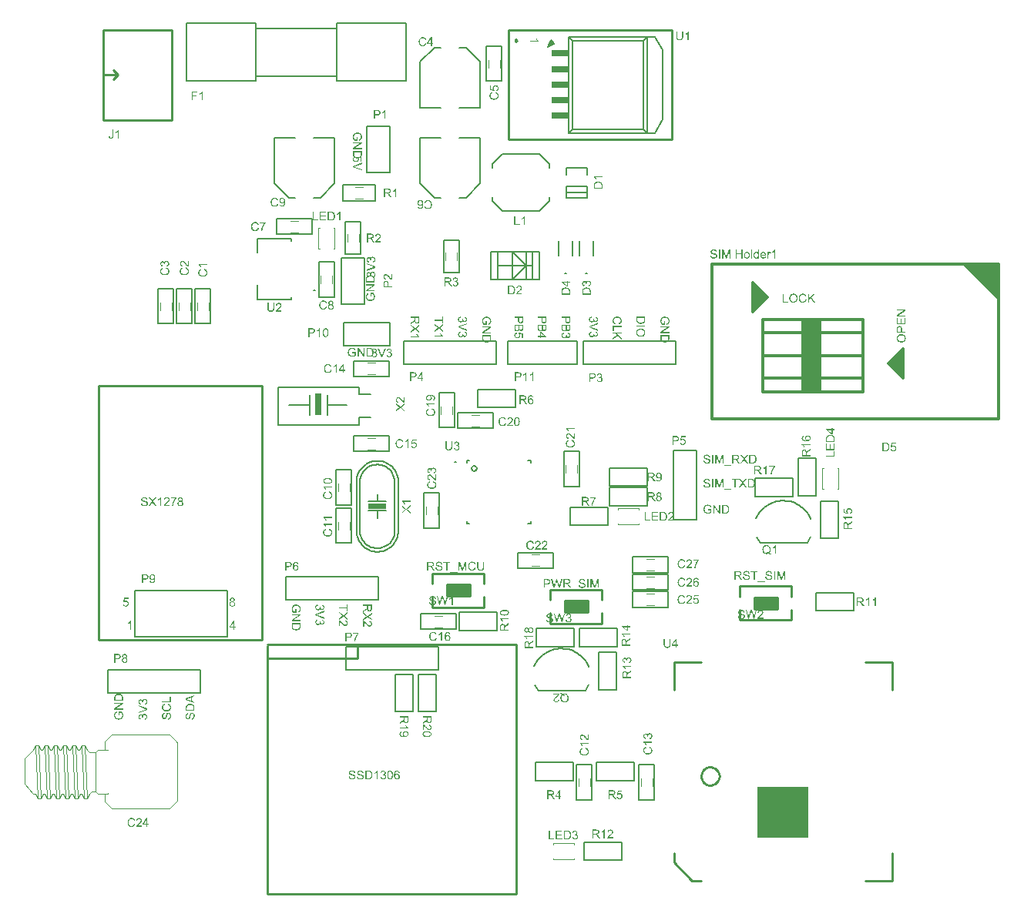
<source format=gto>
G04*
G04 #@! TF.GenerationSoftware,Altium Limited,Altium Designer,22.2.1 (43)*
G04*
G04 Layer_Color=65535*
%FSLAX24Y24*%
%MOIN*%
G70*
G04*
G04 #@! TF.SameCoordinates,AB8B2AD1-1602-442A-A43A-F402AF7CDF0B*
G04*
G04*
G04 #@! TF.FilePolarity,Positive*
G04*
G01*
G75*
%ADD10C,0.0070*%
%ADD11C,0.0050*%
%ADD12C,0.0079*%
%ADD13C,0.0098*%
%ADD14C,0.0100*%
%ADD15C,0.0040*%
%ADD16C,0.0118*%
%ADD17R,0.1000X0.0500*%
%ADD18R,0.0290X0.0920*%
%ADD19R,0.0740X0.0299*%
%ADD20R,0.2205X0.2205*%
%ADD21R,0.0906X0.3170*%
G36*
X11750Y18215D02*
X12540D01*
Y17985D01*
X11750D01*
Y18215D01*
D02*
G37*
G36*
X28386Y26505D02*
Y27765D01*
X29016Y27135D01*
X28386Y26505D01*
D02*
G37*
G36*
X39020Y27070D02*
X37534Y28556D01*
X39020D01*
X39020Y28556D01*
Y27070D01*
D02*
G37*
G36*
X31848Y21427D02*
X31939D01*
Y21380D01*
X31848D01*
Y21216D01*
X31806D01*
X31561Y21389D01*
Y21427D01*
X31806D01*
Y21478D01*
X31848D01*
Y21427D01*
D02*
G37*
G36*
X31759Y21182D02*
X31764D01*
X31774Y21181D01*
X31786Y21180D01*
X31799Y21178D01*
X31812Y21175D01*
X31825Y21172D01*
X31825D01*
X31826Y21171D01*
X31828Y21171D01*
X31830Y21170D01*
X31836Y21168D01*
X31844Y21165D01*
X31853Y21161D01*
X31861Y21157D01*
X31871Y21152D01*
X31879Y21146D01*
X31880Y21146D01*
X31883Y21143D01*
X31887Y21140D01*
X31892Y21136D01*
X31897Y21131D01*
X31903Y21125D01*
X31909Y21119D01*
X31914Y21112D01*
X31914Y21111D01*
X31916Y21109D01*
X31918Y21105D01*
X31921Y21099D01*
X31924Y21093D01*
X31927Y21085D01*
X31930Y21076D01*
X31933Y21066D01*
Y21065D01*
X31933Y21064D01*
X31934Y21062D01*
X31935Y21057D01*
X31936Y21049D01*
X31937Y21040D01*
X31938Y21030D01*
X31938Y21018D01*
X31939Y21006D01*
Y20870D01*
X31561D01*
Y21015D01*
X31562Y21025D01*
X31562Y21036D01*
X31563Y21047D01*
X31565Y21058D01*
X31567Y21067D01*
Y21068D01*
X31567Y21069D01*
Y21070D01*
X31568Y21072D01*
X31570Y21079D01*
X31573Y21086D01*
X31576Y21095D01*
X31581Y21104D01*
X31587Y21113D01*
X31594Y21122D01*
X31594Y21123D01*
X31595Y21123D01*
X31597Y21125D01*
X31598Y21127D01*
X31604Y21133D01*
X31611Y21139D01*
X31621Y21146D01*
X31632Y21154D01*
X31644Y21161D01*
X31658Y21167D01*
X31659D01*
X31660Y21168D01*
X31662Y21169D01*
X31665Y21169D01*
X31669Y21171D01*
X31674Y21172D01*
X31678Y21173D01*
X31684Y21175D01*
X31690Y21176D01*
X31698Y21177D01*
X31713Y21180D01*
X31730Y21182D01*
X31748Y21182D01*
X31749D01*
X31750D01*
X31753D01*
X31755D01*
X31759Y21182D01*
D02*
G37*
G36*
X31939Y20518D02*
X31561D01*
Y20792D01*
X31606D01*
Y20569D01*
X31721D01*
Y20778D01*
X31766D01*
Y20569D01*
X31894D01*
Y20801D01*
X31939D01*
Y20518D01*
D02*
G37*
G36*
Y20222D02*
X31561D01*
Y20272D01*
X31894D01*
Y20458D01*
X31939D01*
Y20222D01*
D02*
G37*
G36*
X5882Y14129D02*
X5886Y14128D01*
X5891Y14128D01*
X5896Y14127D01*
X5902Y14126D01*
X5915Y14122D01*
X5928Y14117D01*
X5935Y14114D01*
X5941Y14110D01*
X5947Y14105D01*
X5953Y14101D01*
X5954Y14100D01*
X5954Y14099D01*
X5956Y14098D01*
X5958Y14096D01*
X5960Y14092D01*
X5963Y14089D01*
X5968Y14081D01*
X5974Y14071D01*
X5979Y14058D01*
X5983Y14045D01*
X5983Y14038D01*
X5984Y14030D01*
Y14030D01*
Y14029D01*
Y14026D01*
X5983Y14021D01*
X5982Y14015D01*
X5980Y14007D01*
X5978Y14000D01*
X5974Y13992D01*
X5969Y13984D01*
X5969Y13983D01*
X5967Y13981D01*
X5963Y13978D01*
X5959Y13973D01*
X5953Y13968D01*
X5946Y13963D01*
X5938Y13959D01*
X5928Y13954D01*
X5929D01*
X5930Y13954D01*
X5931Y13953D01*
X5933Y13952D01*
X5940Y13949D01*
X5948Y13945D01*
X5956Y13940D01*
X5965Y13934D01*
X5973Y13926D01*
X5980Y13918D01*
Y13917D01*
X5981Y13917D01*
X5983Y13913D01*
X5986Y13908D01*
X5990Y13901D01*
X5993Y13892D01*
X5996Y13882D01*
X5998Y13870D01*
X5999Y13858D01*
Y13857D01*
Y13855D01*
Y13853D01*
X5998Y13849D01*
X5998Y13846D01*
X5997Y13841D01*
X5996Y13835D01*
X5995Y13829D01*
X5991Y13817D01*
X5988Y13810D01*
X5984Y13803D01*
X5980Y13796D01*
X5976Y13789D01*
X5971Y13783D01*
X5965Y13776D01*
X5964Y13776D01*
X5963Y13775D01*
X5961Y13773D01*
X5959Y13771D01*
X5955Y13769D01*
X5951Y13766D01*
X5946Y13763D01*
X5941Y13760D01*
X5935Y13757D01*
X5927Y13754D01*
X5920Y13751D01*
X5912Y13748D01*
X5903Y13747D01*
X5894Y13745D01*
X5885Y13744D01*
X5874Y13743D01*
X5869D01*
X5865Y13744D01*
X5860Y13745D01*
X5855Y13745D01*
X5849Y13746D01*
X5842Y13748D01*
X5828Y13752D01*
X5820Y13754D01*
X5813Y13757D01*
X5805Y13761D01*
X5798Y13765D01*
X5790Y13770D01*
X5784Y13776D01*
X5783Y13777D01*
X5782Y13778D01*
X5781Y13779D01*
X5778Y13782D01*
X5776Y13785D01*
X5773Y13789D01*
X5770Y13794D01*
X5767Y13799D01*
X5764Y13805D01*
X5761Y13811D01*
X5755Y13825D01*
X5753Y13833D01*
X5752Y13841D01*
X5751Y13850D01*
X5750Y13859D01*
Y13859D01*
Y13860D01*
Y13862D01*
X5751Y13865D01*
Y13868D01*
X5751Y13872D01*
X5752Y13880D01*
X5754Y13890D01*
X5758Y13900D01*
X5763Y13911D01*
X5769Y13920D01*
Y13921D01*
X5770Y13921D01*
X5772Y13924D01*
X5776Y13929D01*
X5782Y13934D01*
X5790Y13939D01*
X5799Y13945D01*
X5810Y13950D01*
X5822Y13954D01*
X5822D01*
X5821Y13955D01*
X5819Y13955D01*
X5817Y13956D01*
X5812Y13959D01*
X5806Y13962D01*
X5799Y13966D01*
X5792Y13972D01*
X5785Y13978D01*
X5779Y13984D01*
X5778Y13985D01*
X5777Y13988D01*
X5775Y13992D01*
X5772Y13997D01*
X5770Y14004D01*
X5767Y14013D01*
X5766Y14022D01*
X5765Y14032D01*
Y14032D01*
Y14033D01*
Y14036D01*
X5766Y14039D01*
X5766Y14042D01*
X5767Y14046D01*
X5769Y14056D01*
X5772Y14067D01*
X5778Y14078D01*
X5781Y14084D01*
X5785Y14090D01*
X5790Y14096D01*
X5795Y14101D01*
X5795Y14102D01*
X5796Y14102D01*
X5798Y14104D01*
X5800Y14105D01*
X5803Y14108D01*
X5807Y14110D01*
X5811Y14113D01*
X5816Y14115D01*
X5821Y14118D01*
X5827Y14121D01*
X5834Y14123D01*
X5841Y14125D01*
X5856Y14128D01*
X5865Y14129D01*
X5873Y14129D01*
X5878D01*
X5882Y14129D01*
D02*
G37*
G36*
X5961Y12883D02*
X6012D01*
Y12841D01*
X5961D01*
Y12750D01*
X5914D01*
Y12841D01*
X5750D01*
Y12883D01*
X5923Y13128D01*
X5961D01*
Y12883D01*
D02*
G37*
G36*
X1489Y12750D02*
X1443D01*
Y13045D01*
X1442Y13045D01*
X1440Y13043D01*
X1436Y13039D01*
X1431Y13036D01*
X1425Y13031D01*
X1417Y13025D01*
X1408Y13019D01*
X1399Y13013D01*
X1398D01*
X1398Y13013D01*
X1394Y13010D01*
X1389Y13008D01*
X1382Y13004D01*
X1375Y13001D01*
X1366Y12997D01*
X1358Y12993D01*
X1350Y12990D01*
Y13034D01*
X1351D01*
X1352Y13036D01*
X1354Y13036D01*
X1357Y13038D01*
X1360Y13039D01*
X1364Y13042D01*
X1373Y13047D01*
X1384Y13053D01*
X1395Y13061D01*
X1406Y13069D01*
X1418Y13079D01*
X1418Y13079D01*
X1419Y13080D01*
X1420Y13081D01*
X1423Y13083D01*
X1428Y13089D01*
X1434Y13095D01*
X1441Y13103D01*
X1448Y13111D01*
X1454Y13120D01*
X1459Y13129D01*
X1489D01*
Y12750D01*
D02*
G37*
G36*
X1383Y14079D02*
X1231D01*
X1211Y13977D01*
X1212Y13977D01*
X1213Y13978D01*
X1214Y13979D01*
X1217Y13980D01*
X1220Y13982D01*
X1224Y13984D01*
X1233Y13989D01*
X1244Y13993D01*
X1256Y13997D01*
X1269Y14000D01*
X1276Y14001D01*
X1288D01*
X1291Y14000D01*
X1295Y14000D01*
X1300Y13999D01*
X1306Y13998D01*
X1312Y13996D01*
X1325Y13992D01*
X1332Y13990D01*
X1339Y13986D01*
X1346Y13982D01*
X1353Y13978D01*
X1360Y13972D01*
X1366Y13966D01*
X1367Y13966D01*
X1368Y13965D01*
X1369Y13963D01*
X1372Y13960D01*
X1374Y13956D01*
X1377Y13953D01*
X1380Y13948D01*
X1384Y13942D01*
X1386Y13936D01*
X1390Y13930D01*
X1392Y13922D01*
X1395Y13914D01*
X1397Y13906D01*
X1399Y13897D01*
X1400Y13888D01*
X1401Y13878D01*
Y13877D01*
Y13876D01*
Y13873D01*
X1400Y13869D01*
X1400Y13865D01*
X1399Y13860D01*
X1398Y13854D01*
X1397Y13848D01*
X1394Y13834D01*
X1388Y13819D01*
X1385Y13811D01*
X1380Y13804D01*
X1376Y13796D01*
X1371Y13789D01*
X1370Y13789D01*
X1369Y13787D01*
X1367Y13785D01*
X1364Y13782D01*
X1360Y13779D01*
X1356Y13775D01*
X1350Y13771D01*
X1344Y13766D01*
X1338Y13762D01*
X1330Y13758D01*
X1322Y13754D01*
X1313Y13751D01*
X1304Y13748D01*
X1294Y13746D01*
X1283Y13744D01*
X1271Y13743D01*
X1266D01*
X1262Y13744D01*
X1258Y13745D01*
X1253Y13745D01*
X1247Y13746D01*
X1241Y13747D01*
X1228Y13751D01*
X1214Y13755D01*
X1207Y13759D01*
X1200Y13763D01*
X1193Y13767D01*
X1187Y13772D01*
X1186Y13772D01*
X1185Y13773D01*
X1184Y13775D01*
X1182Y13777D01*
X1179Y13780D01*
X1176Y13783D01*
X1173Y13788D01*
X1170Y13793D01*
X1167Y13798D01*
X1164Y13804D01*
X1158Y13817D01*
X1153Y13832D01*
X1151Y13840D01*
X1150Y13849D01*
X1199Y13853D01*
Y13852D01*
Y13851D01*
X1199Y13849D01*
X1200Y13847D01*
X1201Y13841D01*
X1204Y13832D01*
X1207Y13824D01*
X1211Y13815D01*
X1217Y13807D01*
X1223Y13799D01*
X1224Y13799D01*
X1226Y13796D01*
X1231Y13794D01*
X1237Y13790D01*
X1243Y13787D01*
X1252Y13784D01*
X1261Y13782D01*
X1271Y13782D01*
X1274D01*
X1277Y13782D01*
X1283Y13783D01*
X1291Y13785D01*
X1300Y13788D01*
X1309Y13792D01*
X1319Y13799D01*
X1324Y13802D01*
X1328Y13807D01*
X1329Y13807D01*
X1329Y13808D01*
X1330Y13810D01*
X1332Y13811D01*
X1336Y13817D01*
X1340Y13825D01*
X1344Y13834D01*
X1348Y13846D01*
X1350Y13859D01*
X1351Y13866D01*
Y13874D01*
Y13874D01*
Y13876D01*
Y13878D01*
X1351Y13880D01*
Y13884D01*
X1350Y13888D01*
X1349Y13896D01*
X1346Y13907D01*
X1342Y13917D01*
X1337Y13927D01*
X1329Y13936D01*
Y13937D01*
X1328Y13937D01*
X1325Y13940D01*
X1320Y13944D01*
X1314Y13948D01*
X1305Y13952D01*
X1295Y13956D01*
X1284Y13959D01*
X1277Y13960D01*
X1267D01*
X1262Y13959D01*
X1257Y13959D01*
X1250Y13957D01*
X1244Y13955D01*
X1237Y13953D01*
X1230Y13949D01*
X1229Y13949D01*
X1227Y13948D01*
X1224Y13945D01*
X1219Y13942D01*
X1215Y13938D01*
X1211Y13933D01*
X1206Y13929D01*
X1202Y13923D01*
X1158Y13929D01*
X1195Y14123D01*
X1383D01*
Y14079D01*
D02*
G37*
G36*
X11295Y34264D02*
X11300D01*
X11306Y34264D01*
X11312Y34263D01*
X11319Y34262D01*
X11327Y34261D01*
X11335Y34260D01*
X11352Y34255D01*
X11370Y34250D01*
X11388Y34242D01*
X11389Y34241D01*
X11391Y34241D01*
X11393Y34240D01*
X11396Y34238D01*
X11400Y34235D01*
X11405Y34233D01*
X11415Y34225D01*
X11427Y34216D01*
X11439Y34204D01*
X11450Y34191D01*
X11455Y34184D01*
X11460Y34176D01*
X11461Y34175D01*
X11461Y34174D01*
X11462Y34172D01*
X11464Y34168D01*
X11465Y34164D01*
X11468Y34159D01*
X11470Y34154D01*
X11472Y34147D01*
X11474Y34140D01*
X11476Y34132D01*
X11478Y34124D01*
X11480Y34115D01*
X11482Y34096D01*
X11483Y34086D01*
Y34069D01*
X11483Y34066D01*
Y34061D01*
X11482Y34051D01*
X11480Y34039D01*
X11477Y34027D01*
X11474Y34014D01*
X11470Y34002D01*
Y34001D01*
X11469Y34000D01*
X11469Y33999D01*
X11468Y33996D01*
X11464Y33990D01*
X11461Y33983D01*
X11455Y33974D01*
X11449Y33966D01*
X11441Y33958D01*
X11433Y33950D01*
X11432Y33949D01*
X11428Y33947D01*
X11423Y33943D01*
X11416Y33939D01*
X11408Y33935D01*
X11397Y33930D01*
X11385Y33925D01*
X11371Y33921D01*
X11359Y33966D01*
X11360D01*
X11360Y33967D01*
X11362Y33967D01*
X11364Y33968D01*
X11369Y33970D01*
X11375Y33972D01*
X11383Y33975D01*
X11390Y33979D01*
X11398Y33983D01*
X11404Y33988D01*
X11405Y33988D01*
X11407Y33990D01*
X11410Y33993D01*
X11414Y33997D01*
X11418Y34002D01*
X11422Y34008D01*
X11427Y34015D01*
X11430Y34024D01*
X11431Y34025D01*
X11432Y34027D01*
X11434Y34032D01*
X11436Y34039D01*
X11438Y34047D01*
X11439Y34055D01*
X11440Y34065D01*
X11441Y34076D01*
Y34081D01*
X11440Y34084D01*
Y34088D01*
X11440Y34096D01*
X11438Y34105D01*
X11437Y34115D01*
X11434Y34125D01*
X11430Y34135D01*
X11429Y34136D01*
X11428Y34139D01*
X11426Y34144D01*
X11423Y34149D01*
X11418Y34156D01*
X11414Y34163D01*
X11409Y34169D01*
X11403Y34175D01*
X11402Y34176D01*
X11400Y34178D01*
X11396Y34181D01*
X11392Y34184D01*
X11386Y34188D01*
X11380Y34192D01*
X11373Y34196D01*
X11365Y34199D01*
X11364D01*
X11363Y34200D01*
X11362Y34201D01*
X11359Y34202D01*
X11356Y34203D01*
X11352Y34204D01*
X11348Y34205D01*
X11343Y34207D01*
X11331Y34209D01*
X11318Y34211D01*
X11304Y34213D01*
X11289Y34214D01*
X11289D01*
X11287D01*
X11284D01*
X11281Y34213D01*
X11277D01*
X11271Y34213D01*
X11266Y34212D01*
X11260Y34211D01*
X11246Y34209D01*
X11232Y34207D01*
X11218Y34202D01*
X11204Y34197D01*
X11203D01*
X11202Y34196D01*
X11201Y34195D01*
X11198Y34193D01*
X11192Y34190D01*
X11185Y34184D01*
X11177Y34177D01*
X11168Y34168D01*
X11161Y34157D01*
X11154Y34146D01*
Y34145D01*
X11153Y34144D01*
X11152Y34143D01*
X11151Y34140D01*
X11150Y34137D01*
X11149Y34133D01*
X11145Y34125D01*
X11143Y34114D01*
X11140Y34102D01*
X11138Y34089D01*
X11137Y34075D01*
Y34069D01*
X11138Y34066D01*
Y34063D01*
X11139Y34055D01*
X11140Y34045D01*
X11142Y34035D01*
X11145Y34023D01*
X11149Y34012D01*
Y34011D01*
X11150Y34010D01*
X11150Y34009D01*
X11151Y34007D01*
X11154Y34001D01*
X11157Y33994D01*
X11161Y33986D01*
X11166Y33978D01*
X11171Y33971D01*
X11176Y33964D01*
X11247D01*
Y34076D01*
X11292D01*
Y33915D01*
X11151D01*
X11151Y33916D01*
X11150Y33917D01*
X11149Y33919D01*
X11147Y33922D01*
X11144Y33925D01*
X11142Y33929D01*
X11138Y33934D01*
X11135Y33938D01*
X11128Y33950D01*
X11120Y33963D01*
X11113Y33977D01*
X11107Y33991D01*
Y33992D01*
X11107Y33993D01*
X11106Y33995D01*
X11105Y33998D01*
X11104Y34002D01*
X11102Y34006D01*
X11101Y34011D01*
X11100Y34016D01*
X11097Y34028D01*
X11095Y34042D01*
X11093Y34056D01*
X11093Y34072D01*
Y34077D01*
X11093Y34081D01*
Y34086D01*
X11094Y34092D01*
X11095Y34098D01*
X11095Y34106D01*
X11099Y34121D01*
X11102Y34138D01*
X11108Y34156D01*
X11112Y34165D01*
X11116Y34173D01*
X11117Y34174D01*
X11117Y34175D01*
X11119Y34178D01*
X11120Y34181D01*
X11123Y34185D01*
X11126Y34189D01*
X11133Y34199D01*
X11143Y34210D01*
X11155Y34221D01*
X11169Y34232D01*
X11185Y34242D01*
X11185D01*
X11187Y34243D01*
X11189Y34244D01*
X11193Y34246D01*
X11197Y34247D01*
X11202Y34249D01*
X11208Y34251D01*
X11214Y34253D01*
X11221Y34256D01*
X11230Y34258D01*
X11238Y34260D01*
X11246Y34261D01*
X11266Y34264D01*
X11286Y34265D01*
X11286D01*
X11289D01*
X11291D01*
X11295Y34264D01*
D02*
G37*
G36*
X11477Y33790D02*
X11180Y33592D01*
X11477D01*
Y33544D01*
X11099D01*
Y33596D01*
X11396Y33794D01*
X11099D01*
Y33842D01*
X11477D01*
Y33790D01*
D02*
G37*
G36*
Y33315D02*
X11476Y33305D01*
X11476Y33294D01*
X11475Y33283D01*
X11473Y33272D01*
X11471Y33263D01*
Y33263D01*
X11471Y33261D01*
Y33260D01*
X11470Y33258D01*
X11468Y33252D01*
X11465Y33244D01*
X11462Y33235D01*
X11457Y33226D01*
X11451Y33217D01*
X11444Y33208D01*
X11444Y33207D01*
X11443Y33207D01*
X11441Y33205D01*
X11440Y33203D01*
X11439Y33203D01*
X11472Y33197D01*
Y33009D01*
X11428D01*
Y33160D01*
X11390Y33167D01*
X11380Y33163D01*
X11379D01*
X11378Y33163D01*
X11376Y33161D01*
X11373Y33161D01*
X11369Y33159D01*
X11364Y33158D01*
X11360Y33157D01*
X11354Y33155D01*
X11348Y33154D01*
X11340Y33153D01*
X11340Y33153D01*
X11342Y33147D01*
X11346Y33135D01*
X11349Y33122D01*
X11350Y33116D01*
Y33104D01*
X11349Y33100D01*
X11349Y33096D01*
X11348Y33091D01*
X11347Y33086D01*
X11345Y33080D01*
X11342Y33067D01*
X11339Y33060D01*
X11335Y33052D01*
X11331Y33045D01*
X11327Y33038D01*
X11321Y33032D01*
X11315Y33025D01*
X11315Y33025D01*
X11314Y33023D01*
X11312Y33022D01*
X11309Y33020D01*
X11305Y33017D01*
X11302Y33014D01*
X11297Y33011D01*
X11291Y33008D01*
X11285Y33005D01*
X11279Y33002D01*
X11271Y32999D01*
X11263Y32996D01*
X11255Y32994D01*
X11246Y32992D01*
X11237Y32991D01*
X11227Y32991D01*
X11226D01*
X11225D01*
X11222D01*
X11218Y32991D01*
X11214Y32992D01*
X11209Y32992D01*
X11203Y32993D01*
X11197Y32995D01*
X11183Y32998D01*
X11168Y33003D01*
X11160Y33007D01*
X11153Y33011D01*
X11145Y33015D01*
X11138Y33021D01*
X11138Y33021D01*
X11136Y33022D01*
X11134Y33025D01*
X11131Y33027D01*
X11128Y33031D01*
X11124Y33036D01*
X11120Y33041D01*
X11115Y33047D01*
X11111Y33054D01*
X11107Y33061D01*
X11103Y33069D01*
X11100Y33078D01*
X11097Y33087D01*
X11095Y33098D01*
X11093Y33109D01*
X11093Y33120D01*
Y33125D01*
X11093Y33129D01*
X11094Y33133D01*
X11094Y33138D01*
X11095Y33144D01*
X11096Y33150D01*
X11100Y33164D01*
X11105Y33177D01*
X11108Y33185D01*
X11112Y33192D01*
X11116Y33198D01*
X11121Y33205D01*
X11121Y33205D01*
X11122Y33206D01*
X11124Y33207D01*
X11126Y33210D01*
X11129Y33212D01*
X11124Y33218D01*
X11124Y33219D01*
X11122Y33222D01*
X11120Y33225D01*
X11117Y33231D01*
X11114Y33237D01*
X11111Y33245D01*
X11108Y33254D01*
X11105Y33264D01*
Y33265D01*
X11105Y33266D01*
X11104Y33268D01*
X11103Y33273D01*
X11102Y33281D01*
X11101Y33290D01*
X11100Y33300D01*
X11100Y33312D01*
X11099Y33324D01*
Y33460D01*
X11477D01*
Y33315D01*
D02*
G37*
G36*
Y32913D02*
X11202Y32815D01*
X11202D01*
X11201Y32814D01*
X11199Y32814D01*
X11197Y32813D01*
X11194Y32812D01*
X11190Y32811D01*
X11182Y32808D01*
X11173Y32805D01*
X11162Y32802D01*
X11141Y32795D01*
X11141D01*
X11142Y32795D01*
X11144Y32794D01*
X11146Y32794D01*
X11152Y32792D01*
X11160Y32789D01*
X11170Y32787D01*
X11180Y32783D01*
X11191Y32779D01*
X11202Y32775D01*
X11477Y32672D01*
Y32622D01*
X11099Y32769D01*
Y32821D01*
X11477Y32968D01*
Y32913D01*
D02*
G37*
G36*
X19054Y38328D02*
X19056Y38327D01*
X19056Y38325D01*
X19058Y38322D01*
X19059Y38319D01*
X19062Y38315D01*
X19067Y38306D01*
X19073Y38295D01*
X19081Y38284D01*
X19089Y38272D01*
X19099Y38261D01*
X19099Y38260D01*
X19100Y38260D01*
X19101Y38258D01*
X19103Y38256D01*
X19109Y38251D01*
X19115Y38244D01*
X19123Y38238D01*
X19131Y38231D01*
X19140Y38225D01*
X19149Y38219D01*
Y38189D01*
X18770D01*
Y38236D01*
X19065D01*
X19065Y38236D01*
X19063Y38239D01*
X19059Y38242D01*
X19056Y38248D01*
X19051Y38254D01*
X19045Y38261D01*
X19039Y38270D01*
X19033Y38280D01*
Y38281D01*
X19033Y38281D01*
X19030Y38284D01*
X19028Y38290D01*
X19024Y38296D01*
X19021Y38304D01*
X19017Y38312D01*
X19013Y38320D01*
X19010Y38329D01*
X19054D01*
Y38328D01*
D02*
G37*
G36*
X21016Y14939D02*
X21020D01*
X21031Y14938D01*
X21042Y14936D01*
X21054Y14933D01*
X21067Y14930D01*
X21079Y14926D01*
X21080D01*
X21081Y14925D01*
X21082Y14924D01*
X21085Y14923D01*
X21090Y14920D01*
X21097Y14915D01*
X21105Y14910D01*
X21114Y14903D01*
X21121Y14894D01*
X21128Y14885D01*
Y14885D01*
X21129Y14884D01*
X21130Y14882D01*
X21131Y14881D01*
X21134Y14875D01*
X21137Y14868D01*
X21141Y14859D01*
X21144Y14849D01*
X21146Y14838D01*
X21147Y14826D01*
X21099Y14822D01*
Y14823D01*
Y14824D01*
X21099Y14826D01*
X21098Y14828D01*
X21097Y14834D01*
X21094Y14843D01*
X21091Y14851D01*
X21086Y14860D01*
X21080Y14868D01*
X21073Y14876D01*
X21072Y14876D01*
X21069Y14879D01*
X21063Y14882D01*
X21056Y14885D01*
X21047Y14888D01*
X21036Y14892D01*
X21022Y14894D01*
X21007Y14894D01*
X20999D01*
X20996Y14894D01*
X20992Y14893D01*
X20982Y14892D01*
X20971Y14890D01*
X20960Y14887D01*
X20950Y14883D01*
X20945Y14880D01*
X20941Y14878D01*
X20940Y14877D01*
X20938Y14875D01*
X20934Y14871D01*
X20931Y14867D01*
X20927Y14861D01*
X20924Y14854D01*
X20922Y14846D01*
X20921Y14838D01*
Y14837D01*
Y14834D01*
X20921Y14831D01*
X20922Y14826D01*
X20924Y14821D01*
X20927Y14815D01*
X20930Y14810D01*
X20935Y14804D01*
X20936Y14804D01*
X20938Y14802D01*
X20940Y14801D01*
X20943Y14799D01*
X20946Y14798D01*
X20950Y14796D01*
X20955Y14794D01*
X20960Y14792D01*
X20966Y14790D01*
X20973Y14787D01*
X20981Y14785D01*
X20990Y14782D01*
X20999Y14780D01*
X21010Y14777D01*
X21011D01*
X21013Y14777D01*
X21016Y14776D01*
X21020Y14775D01*
X21025Y14774D01*
X21031Y14772D01*
X21037Y14770D01*
X21044Y14769D01*
X21058Y14765D01*
X21072Y14761D01*
X21078Y14759D01*
X21084Y14757D01*
X21090Y14755D01*
X21094Y14753D01*
X21094D01*
X21096Y14752D01*
X21097Y14751D01*
X21099Y14750D01*
X21105Y14747D01*
X21112Y14743D01*
X21121Y14737D01*
X21129Y14730D01*
X21137Y14722D01*
X21143Y14714D01*
X21144Y14713D01*
X21146Y14710D01*
X21148Y14706D01*
X21151Y14699D01*
X21154Y14691D01*
X21157Y14682D01*
X21158Y14672D01*
X21159Y14661D01*
Y14660D01*
Y14660D01*
Y14658D01*
Y14656D01*
X21158Y14650D01*
X21157Y14642D01*
X21155Y14633D01*
X21152Y14624D01*
X21147Y14614D01*
X21141Y14604D01*
Y14603D01*
X21141Y14603D01*
X21138Y14600D01*
X21134Y14595D01*
X21129Y14589D01*
X21122Y14583D01*
X21113Y14576D01*
X21103Y14569D01*
X21092Y14563D01*
X21091D01*
X21090Y14562D01*
X21088Y14562D01*
X21086Y14561D01*
X21083Y14560D01*
X21079Y14558D01*
X21070Y14556D01*
X21060Y14553D01*
X21048Y14550D01*
X21034Y14549D01*
X21019Y14548D01*
X21010D01*
X21006Y14549D01*
X21001D01*
X20996Y14549D01*
X20989Y14550D01*
X20975Y14552D01*
X20961Y14554D01*
X20947Y14558D01*
X20933Y14563D01*
X20933D01*
X20932Y14564D01*
X20930Y14565D01*
X20928Y14566D01*
X20921Y14569D01*
X20914Y14574D01*
X20905Y14580D01*
X20896Y14588D01*
X20887Y14597D01*
X20879Y14608D01*
Y14608D01*
X20878Y14609D01*
X20877Y14611D01*
X20876Y14613D01*
X20874Y14616D01*
X20873Y14619D01*
X20869Y14627D01*
X20865Y14638D01*
X20862Y14649D01*
X20860Y14662D01*
X20859Y14676D01*
X20906Y14680D01*
Y14680D01*
Y14679D01*
X20906Y14678D01*
Y14676D01*
X20907Y14671D01*
X20909Y14663D01*
X20911Y14656D01*
X20913Y14648D01*
X20917Y14641D01*
X20921Y14633D01*
X20921Y14633D01*
X20923Y14631D01*
X20926Y14627D01*
X20930Y14623D01*
X20936Y14618D01*
X20942Y14613D01*
X20950Y14608D01*
X20959Y14604D01*
X20959D01*
X20960Y14603D01*
X20961Y14603D01*
X20963Y14602D01*
X20968Y14601D01*
X20975Y14599D01*
X20984Y14596D01*
X20994Y14595D01*
X21005Y14594D01*
X21017Y14593D01*
X21022D01*
X21027Y14594D01*
X21034Y14594D01*
X21042Y14595D01*
X21050Y14596D01*
X21059Y14599D01*
X21067Y14601D01*
X21068Y14602D01*
X21071Y14603D01*
X21075Y14605D01*
X21080Y14607D01*
X21085Y14611D01*
X21090Y14615D01*
X21096Y14619D01*
X21100Y14625D01*
X21100Y14625D01*
X21102Y14627D01*
X21103Y14630D01*
X21105Y14635D01*
X21108Y14639D01*
X21109Y14644D01*
X21110Y14650D01*
X21111Y14657D01*
Y14657D01*
Y14660D01*
X21110Y14663D01*
X21110Y14668D01*
X21108Y14672D01*
X21106Y14678D01*
X21104Y14683D01*
X21100Y14688D01*
X21099Y14689D01*
X21098Y14690D01*
X21096Y14692D01*
X21092Y14696D01*
X21087Y14699D01*
X21081Y14703D01*
X21074Y14707D01*
X21066Y14710D01*
X21066Y14710D01*
X21063Y14711D01*
X21058Y14713D01*
X21056Y14713D01*
X21052Y14714D01*
X21048Y14716D01*
X21043Y14717D01*
X21038Y14719D01*
X21031Y14720D01*
X21025Y14722D01*
X21017Y14724D01*
X21008Y14726D01*
X20999Y14728D01*
X20998D01*
X20997Y14729D01*
X20994Y14730D01*
X20991Y14731D01*
X20986Y14732D01*
X20981Y14733D01*
X20971Y14736D01*
X20959Y14740D01*
X20946Y14744D01*
X20935Y14748D01*
X20930Y14750D01*
X20926Y14752D01*
X20925D01*
X20925Y14752D01*
X20921Y14755D01*
X20916Y14757D01*
X20911Y14762D01*
X20904Y14767D01*
X20898Y14773D01*
X20891Y14780D01*
X20886Y14787D01*
X20885Y14789D01*
X20884Y14791D01*
X20882Y14796D01*
X20879Y14801D01*
X20877Y14808D01*
X20875Y14816D01*
X20873Y14825D01*
X20873Y14834D01*
Y14835D01*
Y14835D01*
Y14837D01*
Y14839D01*
X20874Y14845D01*
X20875Y14852D01*
X20877Y14860D01*
X20879Y14869D01*
X20883Y14879D01*
X20889Y14888D01*
Y14888D01*
X20889Y14889D01*
X20892Y14892D01*
X20896Y14897D01*
X20901Y14902D01*
X20907Y14908D01*
X20915Y14915D01*
X20925Y14921D01*
X20936Y14926D01*
X20937D01*
X20938Y14927D01*
X20939Y14927D01*
X20942Y14928D01*
X20944Y14929D01*
X20948Y14930D01*
X20956Y14933D01*
X20967Y14935D01*
X20979Y14937D01*
X20991Y14939D01*
X21005Y14939D01*
X21013D01*
X21016Y14939D01*
D02*
G37*
G36*
X21733Y14555D02*
X21685D01*
Y14871D01*
X21575Y14555D01*
X21530D01*
X21421Y14876D01*
Y14555D01*
X21373D01*
Y14933D01*
X21448D01*
X21537Y14665D01*
Y14664D01*
X21538Y14663D01*
X21538Y14661D01*
X21539Y14659D01*
X21542Y14652D01*
X21544Y14644D01*
X21547Y14635D01*
X21550Y14625D01*
X21553Y14617D01*
X21555Y14609D01*
X21556Y14610D01*
X21556Y14613D01*
X21558Y14618D01*
X21560Y14624D01*
X21563Y14633D01*
X21567Y14643D01*
X21571Y14655D01*
X21576Y14669D01*
X21666Y14933D01*
X21733D01*
Y14555D01*
D02*
G37*
G36*
X20050D02*
X20001D01*
X19922Y14843D01*
Y14843D01*
X19921Y14844D01*
X19921Y14846D01*
X19920Y14849D01*
X19918Y14855D01*
X19917Y14862D01*
X19915Y14869D01*
X19912Y14876D01*
X19911Y14882D01*
X19910Y14885D01*
X19910Y14887D01*
Y14886D01*
X19909Y14886D01*
X19909Y14882D01*
X19907Y14878D01*
X19906Y14872D01*
X19904Y14865D01*
X19902Y14857D01*
X19900Y14850D01*
X19898Y14843D01*
X19818Y14555D01*
X19766D01*
X19667Y14933D01*
X19719D01*
X19775Y14685D01*
Y14684D01*
X19776Y14683D01*
X19776Y14681D01*
X19777Y14678D01*
X19778Y14674D01*
X19779Y14671D01*
X19780Y14666D01*
X19781Y14660D01*
X19784Y14649D01*
X19786Y14636D01*
X19789Y14621D01*
X19792Y14607D01*
Y14608D01*
X19792Y14610D01*
X19793Y14613D01*
X19794Y14617D01*
X19795Y14621D01*
X19797Y14627D01*
X19799Y14639D01*
X19803Y14651D01*
X19804Y14657D01*
X19805Y14662D01*
X19806Y14667D01*
X19808Y14672D01*
X19809Y14675D01*
X19809Y14677D01*
X19881Y14933D01*
X19941D01*
X19995Y14741D01*
Y14740D01*
X19996Y14738D01*
X19997Y14734D01*
X19998Y14729D01*
X20000Y14722D01*
X20002Y14715D01*
X20004Y14707D01*
X20006Y14698D01*
X20009Y14688D01*
X20011Y14677D01*
X20016Y14655D01*
X20021Y14631D01*
X20025Y14607D01*
Y14608D01*
X20025Y14609D01*
Y14611D01*
X20026Y14614D01*
X20027Y14617D01*
X20028Y14621D01*
X20029Y14626D01*
X20030Y14631D01*
X20033Y14643D01*
X20036Y14657D01*
X20040Y14673D01*
X20044Y14690D01*
X20103Y14933D01*
X20154D01*
X20050Y14555D01*
D02*
G37*
G36*
X21286D02*
X21236D01*
Y14933D01*
X21286D01*
Y14555D01*
D02*
G37*
G36*
X20381Y14932D02*
X20386D01*
X20397Y14932D01*
X20409Y14930D01*
X20422Y14928D01*
X20434Y14926D01*
X20440Y14924D01*
X20445Y14922D01*
X20446D01*
X20446Y14922D01*
X20450Y14920D01*
X20455Y14918D01*
X20461Y14914D01*
X20467Y14909D01*
X20474Y14903D01*
X20481Y14895D01*
X20487Y14886D01*
Y14886D01*
X20488Y14885D01*
X20490Y14882D01*
X20492Y14876D01*
X20496Y14869D01*
X20498Y14861D01*
X20501Y14851D01*
X20503Y14841D01*
X20503Y14829D01*
Y14829D01*
Y14828D01*
Y14826D01*
X20503Y14823D01*
Y14819D01*
X20502Y14815D01*
X20500Y14806D01*
X20497Y14795D01*
X20492Y14784D01*
X20486Y14772D01*
X20481Y14767D01*
X20477Y14761D01*
X20476Y14761D01*
X20476Y14760D01*
X20474Y14758D01*
X20472Y14757D01*
X20469Y14755D01*
X20466Y14752D01*
X20462Y14750D01*
X20457Y14746D01*
X20452Y14744D01*
X20446Y14741D01*
X20439Y14738D01*
X20432Y14735D01*
X20424Y14733D01*
X20416Y14730D01*
X20407Y14728D01*
X20397Y14727D01*
X20398Y14726D01*
X20400Y14725D01*
X20403Y14723D01*
X20408Y14721D01*
X20417Y14715D01*
X20422Y14711D01*
X20427Y14708D01*
X20428Y14707D01*
X20431Y14704D01*
X20435Y14700D01*
X20440Y14694D01*
X20446Y14686D01*
X20453Y14678D01*
X20461Y14668D01*
X20468Y14657D01*
X20533Y14555D01*
X20471D01*
X20421Y14633D01*
Y14634D01*
X20420Y14635D01*
X20419Y14637D01*
X20417Y14639D01*
X20414Y14645D01*
X20409Y14653D01*
X20403Y14661D01*
X20397Y14669D01*
X20391Y14678D01*
X20385Y14685D01*
X20385Y14686D01*
X20383Y14688D01*
X20380Y14691D01*
X20376Y14695D01*
X20368Y14703D01*
X20364Y14707D01*
X20360Y14710D01*
X20359Y14711D01*
X20358Y14712D01*
X20356Y14713D01*
X20352Y14714D01*
X20349Y14716D01*
X20345Y14718D01*
X20337Y14720D01*
X20336D01*
X20335Y14721D01*
X20333D01*
X20330Y14721D01*
X20326Y14722D01*
X20322D01*
X20316Y14722D01*
X20251D01*
Y14555D01*
X20201D01*
Y14933D01*
X20376D01*
X20381Y14932D01*
D02*
G37*
G36*
X19513D02*
X19523Y14932D01*
X19532Y14931D01*
X19542Y14930D01*
X19550Y14929D01*
X19551D01*
X19555Y14928D01*
X19560Y14927D01*
X19566Y14925D01*
X19573Y14922D01*
X19581Y14919D01*
X19589Y14915D01*
X19596Y14911D01*
X19597Y14910D01*
X19600Y14909D01*
X19603Y14905D01*
X19607Y14902D01*
X19612Y14897D01*
X19617Y14890D01*
X19622Y14883D01*
X19627Y14875D01*
X19627Y14874D01*
X19628Y14871D01*
X19631Y14866D01*
X19633Y14859D01*
X19634Y14852D01*
X19637Y14843D01*
X19638Y14833D01*
X19638Y14823D01*
Y14822D01*
Y14821D01*
Y14819D01*
X19638Y14815D01*
X19637Y14811D01*
X19637Y14806D01*
X19636Y14801D01*
X19634Y14795D01*
X19631Y14782D01*
X19628Y14775D01*
X19625Y14768D01*
X19621Y14761D01*
X19618Y14755D01*
X19613Y14748D01*
X19607Y14742D01*
X19607Y14741D01*
X19606Y14740D01*
X19604Y14738D01*
X19601Y14737D01*
X19598Y14734D01*
X19594Y14731D01*
X19588Y14728D01*
X19582Y14725D01*
X19575Y14722D01*
X19567Y14719D01*
X19558Y14716D01*
X19548Y14714D01*
X19537Y14712D01*
X19525Y14710D01*
X19511Y14709D01*
X19497Y14708D01*
X19400D01*
Y14555D01*
X19350D01*
Y14933D01*
X19505D01*
X19513Y14932D01*
D02*
G37*
G36*
X20840Y14450D02*
X20533D01*
Y14483D01*
X20840D01*
Y14450D01*
D02*
G37*
G36*
X14821Y15689D02*
X14825D01*
X14836Y15688D01*
X14847Y15686D01*
X14859Y15683D01*
X14872Y15680D01*
X14884Y15676D01*
X14885D01*
X14886Y15675D01*
X14887Y15674D01*
X14890Y15673D01*
X14895Y15670D01*
X14902Y15665D01*
X14910Y15660D01*
X14919Y15653D01*
X14926Y15644D01*
X14933Y15635D01*
Y15635D01*
X14934Y15634D01*
X14935Y15632D01*
X14936Y15631D01*
X14939Y15625D01*
X14942Y15618D01*
X14946Y15610D01*
X14949Y15599D01*
X14951Y15588D01*
X14952Y15576D01*
X14904Y15572D01*
Y15573D01*
Y15574D01*
X14904Y15576D01*
X14903Y15578D01*
X14902Y15584D01*
X14900Y15593D01*
X14896Y15601D01*
X14891Y15610D01*
X14885Y15618D01*
X14878Y15626D01*
X14877Y15626D01*
X14874Y15629D01*
X14868Y15632D01*
X14861Y15635D01*
X14852Y15638D01*
X14841Y15642D01*
X14827Y15644D01*
X14812Y15644D01*
X14805D01*
X14801Y15644D01*
X14797Y15643D01*
X14787Y15642D01*
X14776Y15640D01*
X14765Y15637D01*
X14755Y15633D01*
X14750Y15630D01*
X14746Y15628D01*
X14745Y15627D01*
X14743Y15625D01*
X14740Y15621D01*
X14736Y15617D01*
X14732Y15611D01*
X14729Y15604D01*
X14727Y15596D01*
X14726Y15588D01*
Y15587D01*
Y15584D01*
X14726Y15581D01*
X14728Y15576D01*
X14729Y15571D01*
X14732Y15565D01*
X14735Y15560D01*
X14740Y15554D01*
X14741Y15554D01*
X14743Y15552D01*
X14746Y15551D01*
X14748Y15549D01*
X14751Y15548D01*
X14755Y15546D01*
X14760Y15544D01*
X14765Y15542D01*
X14771Y15540D01*
X14778Y15537D01*
X14786Y15535D01*
X14795Y15532D01*
X14805Y15530D01*
X14815Y15527D01*
X14816D01*
X14818Y15527D01*
X14821Y15526D01*
X14825Y15525D01*
X14830Y15524D01*
X14836Y15522D01*
X14842Y15520D01*
X14849Y15519D01*
X14863Y15515D01*
X14877Y15511D01*
X14883Y15509D01*
X14889Y15507D01*
X14895Y15505D01*
X14899Y15503D01*
X14900D01*
X14901Y15502D01*
X14902Y15501D01*
X14904Y15500D01*
X14910Y15497D01*
X14918Y15493D01*
X14926Y15487D01*
X14934Y15480D01*
X14942Y15472D01*
X14948Y15464D01*
X14949Y15463D01*
X14951Y15460D01*
X14953Y15456D01*
X14956Y15449D01*
X14959Y15441D01*
X14962Y15432D01*
X14963Y15422D01*
X14964Y15411D01*
Y15410D01*
Y15410D01*
Y15408D01*
Y15406D01*
X14963Y15400D01*
X14962Y15392D01*
X14960Y15383D01*
X14957Y15374D01*
X14952Y15364D01*
X14946Y15354D01*
Y15353D01*
X14946Y15353D01*
X14943Y15350D01*
X14939Y15345D01*
X14934Y15339D01*
X14927Y15333D01*
X14918Y15326D01*
X14908Y15319D01*
X14897Y15313D01*
X14896D01*
X14895Y15312D01*
X14893Y15312D01*
X14891Y15311D01*
X14888Y15310D01*
X14884Y15308D01*
X14875Y15306D01*
X14865Y15303D01*
X14853Y15300D01*
X14839Y15299D01*
X14824Y15298D01*
X14815D01*
X14811Y15299D01*
X14806D01*
X14801Y15299D01*
X14794Y15300D01*
X14780Y15302D01*
X14766Y15304D01*
X14752Y15308D01*
X14738Y15313D01*
X14738D01*
X14737Y15314D01*
X14735Y15315D01*
X14733Y15316D01*
X14726Y15319D01*
X14719Y15324D01*
X14710Y15330D01*
X14701Y15338D01*
X14692Y15347D01*
X14684Y15358D01*
Y15358D01*
X14683Y15359D01*
X14682Y15361D01*
X14681Y15363D01*
X14679Y15366D01*
X14678Y15369D01*
X14674Y15377D01*
X14670Y15388D01*
X14667Y15399D01*
X14665Y15412D01*
X14664Y15426D01*
X14711Y15430D01*
Y15430D01*
Y15429D01*
X14711Y15428D01*
Y15425D01*
X14712Y15421D01*
X14714Y15413D01*
X14716Y15406D01*
X14718Y15398D01*
X14722Y15391D01*
X14726Y15383D01*
X14726Y15383D01*
X14728Y15381D01*
X14731Y15377D01*
X14735Y15373D01*
X14741Y15368D01*
X14747Y15363D01*
X14755Y15358D01*
X14764Y15354D01*
X14764D01*
X14765Y15353D01*
X14766Y15353D01*
X14768Y15352D01*
X14773Y15351D01*
X14780Y15349D01*
X14789Y15346D01*
X14799Y15345D01*
X14810Y15344D01*
X14822Y15343D01*
X14827D01*
X14832Y15344D01*
X14839Y15344D01*
X14847Y15345D01*
X14855Y15346D01*
X14864Y15349D01*
X14872Y15351D01*
X14873Y15352D01*
X14876Y15353D01*
X14880Y15355D01*
X14885Y15357D01*
X14890Y15361D01*
X14895Y15365D01*
X14901Y15369D01*
X14905Y15375D01*
X14906Y15375D01*
X14907Y15377D01*
X14908Y15380D01*
X14910Y15385D01*
X14913Y15389D01*
X14914Y15394D01*
X14915Y15400D01*
X14916Y15407D01*
Y15407D01*
Y15410D01*
X14915Y15413D01*
X14915Y15418D01*
X14913Y15422D01*
X14912Y15428D01*
X14909Y15433D01*
X14905Y15438D01*
X14904Y15439D01*
X14903Y15440D01*
X14901Y15442D01*
X14897Y15446D01*
X14892Y15449D01*
X14886Y15453D01*
X14879Y15457D01*
X14871Y15460D01*
X14871Y15460D01*
X14868Y15461D01*
X14863Y15463D01*
X14861Y15463D01*
X14857Y15464D01*
X14853Y15466D01*
X14848Y15467D01*
X14843Y15469D01*
X14836Y15470D01*
X14830Y15472D01*
X14822Y15474D01*
X14813Y15476D01*
X14804Y15478D01*
X14803D01*
X14802Y15479D01*
X14799Y15480D01*
X14796Y15481D01*
X14791Y15482D01*
X14786Y15483D01*
X14776Y15486D01*
X14764Y15490D01*
X14751Y15494D01*
X14740Y15498D01*
X14735Y15500D01*
X14731Y15502D01*
X14730D01*
X14730Y15502D01*
X14726Y15505D01*
X14722Y15507D01*
X14716Y15512D01*
X14710Y15517D01*
X14703Y15523D01*
X14696Y15530D01*
X14691Y15537D01*
X14690Y15539D01*
X14689Y15541D01*
X14687Y15546D01*
X14684Y15551D01*
X14682Y15558D01*
X14680Y15566D01*
X14678Y15575D01*
X14678Y15584D01*
Y15585D01*
Y15585D01*
Y15587D01*
Y15589D01*
X14679Y15595D01*
X14680Y15602D01*
X14682Y15610D01*
X14684Y15619D01*
X14688Y15629D01*
X14694Y15638D01*
Y15638D01*
X14694Y15639D01*
X14697Y15642D01*
X14701Y15647D01*
X14706Y15652D01*
X14712Y15658D01*
X14720Y15665D01*
X14730Y15671D01*
X14741Y15676D01*
X14742D01*
X14743Y15677D01*
X14744Y15677D01*
X14747Y15678D01*
X14749Y15679D01*
X14753Y15680D01*
X14761Y15683D01*
X14772Y15685D01*
X14784Y15687D01*
X14796Y15689D01*
X14811Y15689D01*
X14818D01*
X14821Y15689D01*
D02*
G37*
G36*
X16262D02*
X16267Y15688D01*
X16273Y15688D01*
X16279Y15687D01*
X16286Y15685D01*
X16301Y15682D01*
X16317Y15677D01*
X16325Y15674D01*
X16333Y15670D01*
X16340Y15665D01*
X16348Y15660D01*
X16349Y15660D01*
X16350Y15659D01*
X16352Y15658D01*
X16355Y15655D01*
X16357Y15652D01*
X16361Y15648D01*
X16365Y15644D01*
X16369Y15640D01*
X16374Y15634D01*
X16378Y15628D01*
X16383Y15621D01*
X16387Y15614D01*
X16391Y15606D01*
X16396Y15597D01*
X16399Y15589D01*
X16402Y15579D01*
X16353Y15567D01*
Y15568D01*
X16352Y15569D01*
X16351Y15571D01*
X16350Y15574D01*
X16349Y15577D01*
X16348Y15582D01*
X16343Y15590D01*
X16338Y15600D01*
X16331Y15610D01*
X16323Y15619D01*
X16314Y15628D01*
X16313Y15629D01*
X16310Y15631D01*
X16304Y15634D01*
X16297Y15637D01*
X16288Y15641D01*
X16278Y15644D01*
X16265Y15646D01*
X16251Y15647D01*
X16247D01*
X16244Y15646D01*
X16240D01*
X16236Y15646D01*
X16226Y15644D01*
X16214Y15642D01*
X16202Y15638D01*
X16190Y15632D01*
X16178Y15625D01*
X16178D01*
X16177Y15624D01*
X16173Y15622D01*
X16168Y15617D01*
X16162Y15611D01*
X16155Y15602D01*
X16149Y15593D01*
X16143Y15582D01*
X16137Y15569D01*
Y15569D01*
X16137Y15567D01*
X16136Y15566D01*
X16136Y15563D01*
X16135Y15560D01*
X16133Y15556D01*
X16132Y15547D01*
X16130Y15536D01*
X16127Y15524D01*
X16126Y15511D01*
X16126Y15496D01*
Y15496D01*
Y15494D01*
Y15492D01*
Y15488D01*
X16126Y15484D01*
Y15480D01*
X16127Y15474D01*
X16127Y15468D01*
X16129Y15455D01*
X16132Y15441D01*
X16135Y15427D01*
X16139Y15412D01*
Y15412D01*
X16140Y15411D01*
X16141Y15409D01*
X16142Y15406D01*
X16145Y15400D01*
X16150Y15392D01*
X16156Y15383D01*
X16164Y15374D01*
X16173Y15366D01*
X16183Y15358D01*
X16184D01*
X16185Y15358D01*
X16186Y15357D01*
X16189Y15356D01*
X16191Y15355D01*
X16195Y15353D01*
X16202Y15350D01*
X16212Y15346D01*
X16223Y15344D01*
X16235Y15341D01*
X16248Y15341D01*
X16251D01*
X16255Y15341D01*
X16258D01*
X16262Y15342D01*
X16272Y15344D01*
X16284Y15347D01*
X16295Y15351D01*
X16307Y15357D01*
X16313Y15361D01*
X16319Y15365D01*
X16319Y15365D01*
X16320Y15366D01*
X16321Y15368D01*
X16323Y15369D01*
X16326Y15372D01*
X16328Y15375D01*
X16332Y15379D01*
X16334Y15383D01*
X16338Y15388D01*
X16341Y15393D01*
X16345Y15399D01*
X16348Y15405D01*
X16351Y15412D01*
X16354Y15420D01*
X16356Y15428D01*
X16358Y15437D01*
X16409Y15424D01*
Y15424D01*
X16408Y15422D01*
X16407Y15418D01*
X16405Y15414D01*
X16404Y15409D01*
X16402Y15403D01*
X16399Y15397D01*
X16396Y15389D01*
X16388Y15374D01*
X16378Y15359D01*
X16372Y15351D01*
X16366Y15344D01*
X16360Y15337D01*
X16352Y15330D01*
X16351Y15330D01*
X16350Y15329D01*
X16348Y15328D01*
X16345Y15326D01*
X16340Y15323D01*
X16336Y15320D01*
X16330Y15317D01*
X16324Y15315D01*
X16317Y15311D01*
X16309Y15309D01*
X16301Y15306D01*
X16292Y15303D01*
X16283Y15301D01*
X16273Y15300D01*
X16263Y15299D01*
X16252Y15298D01*
X16246D01*
X16242Y15299D01*
X16237D01*
X16231Y15299D01*
X16224Y15300D01*
X16216Y15302D01*
X16201Y15304D01*
X16184Y15309D01*
X16168Y15315D01*
X16160Y15318D01*
X16153Y15323D01*
X16152Y15323D01*
X16151Y15324D01*
X16149Y15326D01*
X16147Y15328D01*
X16143Y15330D01*
X16139Y15333D01*
X16135Y15337D01*
X16131Y15341D01*
X16126Y15346D01*
X16121Y15351D01*
X16112Y15364D01*
X16102Y15379D01*
X16094Y15395D01*
Y15395D01*
X16093Y15397D01*
X16093Y15400D01*
X16091Y15403D01*
X16090Y15407D01*
X16088Y15413D01*
X16086Y15419D01*
X16084Y15425D01*
X16083Y15433D01*
X16081Y15441D01*
X16078Y15458D01*
X16076Y15477D01*
X16075Y15496D01*
Y15497D01*
Y15499D01*
Y15502D01*
X16075Y15506D01*
Y15512D01*
X16076Y15517D01*
X16076Y15524D01*
X16077Y15531D01*
X16080Y15547D01*
X16084Y15565D01*
X16089Y15582D01*
X16097Y15599D01*
X16097Y15600D01*
X16098Y15601D01*
X16099Y15603D01*
X16101Y15606D01*
X16103Y15610D01*
X16106Y15614D01*
X16113Y15624D01*
X16123Y15635D01*
X16133Y15646D01*
X16146Y15657D01*
X16161Y15666D01*
X16161Y15667D01*
X16163Y15667D01*
X16165Y15668D01*
X16168Y15670D01*
X16172Y15672D01*
X16177Y15673D01*
X16182Y15676D01*
X16188Y15678D01*
X16195Y15680D01*
X16202Y15682D01*
X16217Y15685D01*
X16234Y15688D01*
X16252Y15689D01*
X16258D01*
X16262Y15689D01*
D02*
G37*
G36*
X16008Y15305D02*
X15960D01*
Y15621D01*
X15850Y15305D01*
X15805D01*
X15696Y15626D01*
Y15305D01*
X15648D01*
Y15683D01*
X15722D01*
X15812Y15415D01*
Y15414D01*
X15812Y15413D01*
X15813Y15411D01*
X15814Y15409D01*
X15816Y15402D01*
X15819Y15394D01*
X15822Y15385D01*
X15825Y15375D01*
X15828Y15367D01*
X15830Y15359D01*
X15830Y15360D01*
X15831Y15363D01*
X15833Y15368D01*
X15835Y15374D01*
X15838Y15383D01*
X15841Y15393D01*
X15845Y15405D01*
X15850Y15419D01*
X15941Y15683D01*
X16008D01*
Y15305D01*
D02*
G37*
G36*
X16768Y15464D02*
Y15464D01*
Y15462D01*
Y15459D01*
Y15455D01*
X16767Y15450D01*
Y15445D01*
X16767Y15438D01*
X16766Y15431D01*
X16765Y15417D01*
X16762Y15401D01*
X16759Y15387D01*
X16757Y15380D01*
X16755Y15373D01*
Y15373D01*
X16754Y15371D01*
X16753Y15370D01*
X16752Y15368D01*
X16749Y15362D01*
X16744Y15354D01*
X16737Y15345D01*
X16730Y15337D01*
X16720Y15327D01*
X16708Y15319D01*
X16707D01*
X16706Y15318D01*
X16705Y15317D01*
X16702Y15316D01*
X16699Y15314D01*
X16694Y15312D01*
X16690Y15311D01*
X16684Y15309D01*
X16678Y15306D01*
X16672Y15305D01*
X16665Y15303D01*
X16657Y15302D01*
X16648Y15300D01*
X16640Y15299D01*
X16620Y15298D01*
X16615D01*
X16611Y15299D01*
X16607D01*
X16601Y15299D01*
X16595Y15300D01*
X16589Y15300D01*
X16576Y15303D01*
X16561Y15306D01*
X16547Y15310D01*
X16533Y15316D01*
X16533D01*
X16531Y15317D01*
X16530Y15318D01*
X16528Y15320D01*
X16522Y15324D01*
X16515Y15330D01*
X16506Y15338D01*
X16499Y15346D01*
X16491Y15357D01*
X16485Y15369D01*
Y15370D01*
X16485Y15371D01*
X16484Y15373D01*
X16483Y15376D01*
X16482Y15379D01*
X16481Y15383D01*
X16479Y15388D01*
X16478Y15394D01*
X16477Y15401D01*
X16475Y15408D01*
X16474Y15416D01*
X16473Y15424D01*
X16472Y15433D01*
X16471Y15443D01*
X16471Y15453D01*
Y15464D01*
Y15683D01*
X16521D01*
Y15464D01*
Y15464D01*
Y15462D01*
Y15459D01*
Y15456D01*
X16522Y15452D01*
Y15447D01*
X16522Y15437D01*
X16523Y15425D01*
X16525Y15413D01*
X16527Y15401D01*
X16528Y15397D01*
X16530Y15392D01*
X16530Y15391D01*
X16531Y15388D01*
X16534Y15384D01*
X16538Y15379D01*
X16541Y15373D01*
X16547Y15367D01*
X16553Y15361D01*
X16561Y15356D01*
X16562Y15356D01*
X16565Y15354D01*
X16570Y15352D01*
X16576Y15350D01*
X16584Y15347D01*
X16594Y15346D01*
X16604Y15344D01*
X16616Y15344D01*
X16621D01*
X16624Y15344D01*
X16629D01*
X16634Y15345D01*
X16646Y15347D01*
X16659Y15350D01*
X16672Y15354D01*
X16684Y15360D01*
X16689Y15364D01*
X16694Y15368D01*
X16695Y15369D01*
X16695Y15369D01*
X16696Y15371D01*
X16698Y15373D01*
X16700Y15376D01*
X16702Y15380D01*
X16704Y15385D01*
X16706Y15389D01*
X16708Y15395D01*
X16710Y15403D01*
X16712Y15411D01*
X16714Y15419D01*
X16716Y15429D01*
X16717Y15440D01*
X16718Y15452D01*
Y15464D01*
Y15683D01*
X16768D01*
Y15464D01*
D02*
G37*
G36*
X15304Y15638D02*
X15179D01*
Y15305D01*
X15129D01*
Y15638D01*
X15004D01*
Y15683D01*
X15304D01*
Y15638D01*
D02*
G37*
G36*
X14480Y15682D02*
X14485D01*
X14496Y15682D01*
X14508Y15680D01*
X14521Y15678D01*
X14533Y15676D01*
X14539Y15674D01*
X14544Y15672D01*
X14545D01*
X14545Y15672D01*
X14548Y15670D01*
X14553Y15668D01*
X14559Y15664D01*
X14566Y15659D01*
X14573Y15653D01*
X14580Y15645D01*
X14586Y15636D01*
Y15636D01*
X14587Y15635D01*
X14589Y15632D01*
X14591Y15626D01*
X14594Y15619D01*
X14597Y15611D01*
X14600Y15601D01*
X14601Y15591D01*
X14602Y15579D01*
Y15579D01*
Y15578D01*
Y15576D01*
X14601Y15573D01*
Y15569D01*
X14601Y15565D01*
X14599Y15556D01*
X14595Y15545D01*
X14591Y15534D01*
X14584Y15522D01*
X14580Y15517D01*
X14576Y15511D01*
X14575Y15511D01*
X14575Y15510D01*
X14573Y15508D01*
X14571Y15507D01*
X14568Y15505D01*
X14565Y15502D01*
X14560Y15500D01*
X14556Y15496D01*
X14551Y15494D01*
X14545Y15491D01*
X14538Y15488D01*
X14531Y15485D01*
X14523Y15483D01*
X14515Y15480D01*
X14505Y15478D01*
X14495Y15477D01*
X14497Y15476D01*
X14499Y15475D01*
X14502Y15473D01*
X14506Y15471D01*
X14516Y15465D01*
X14521Y15461D01*
X14526Y15458D01*
X14527Y15457D01*
X14529Y15454D01*
X14534Y15450D01*
X14539Y15444D01*
X14545Y15436D01*
X14552Y15428D01*
X14559Y15418D01*
X14567Y15407D01*
X14632Y15305D01*
X14570D01*
X14520Y15383D01*
Y15384D01*
X14519Y15385D01*
X14518Y15387D01*
X14516Y15389D01*
X14512Y15395D01*
X14507Y15403D01*
X14501Y15411D01*
X14495Y15419D01*
X14489Y15428D01*
X14484Y15435D01*
X14483Y15436D01*
X14482Y15438D01*
X14479Y15441D01*
X14475Y15445D01*
X14467Y15453D01*
X14463Y15457D01*
X14458Y15460D01*
X14458Y15461D01*
X14457Y15462D01*
X14455Y15463D01*
X14451Y15464D01*
X14448Y15466D01*
X14444Y15468D01*
X14435Y15470D01*
X14435D01*
X14434Y15471D01*
X14432D01*
X14429Y15471D01*
X14425Y15472D01*
X14421D01*
X14415Y15472D01*
X14350D01*
Y15305D01*
X14300D01*
Y15683D01*
X14475D01*
X14480Y15682D01*
D02*
G37*
G36*
X15614Y15200D02*
X15306D01*
Y15233D01*
X15614D01*
Y15200D01*
D02*
G37*
G36*
X11071Y24947D02*
X11076D01*
X11086Y24945D01*
X11097Y24944D01*
X11109Y24941D01*
X11123Y24938D01*
X11135Y24933D01*
X11136D01*
X11137Y24933D01*
X11138Y24932D01*
X11141Y24931D01*
X11147Y24928D01*
X11154Y24924D01*
X11162Y24919D01*
X11171Y24912D01*
X11179Y24905D01*
X11187Y24896D01*
X11188Y24895D01*
X11190Y24892D01*
X11194Y24887D01*
X11198Y24880D01*
X11202Y24871D01*
X11207Y24860D01*
X11212Y24848D01*
X11216Y24835D01*
X11171Y24823D01*
Y24823D01*
X11170Y24824D01*
X11170Y24825D01*
X11169Y24828D01*
X11167Y24832D01*
X11165Y24839D01*
X11162Y24847D01*
X11158Y24854D01*
X11154Y24861D01*
X11149Y24868D01*
X11149Y24869D01*
X11147Y24871D01*
X11144Y24873D01*
X11140Y24877D01*
X11135Y24882D01*
X11129Y24886D01*
X11121Y24890D01*
X11113Y24894D01*
X11112Y24895D01*
X11109Y24896D01*
X11105Y24897D01*
X11098Y24900D01*
X11090Y24901D01*
X11082Y24903D01*
X11072Y24904D01*
X11061Y24905D01*
X11055D01*
X11053Y24904D01*
X11049D01*
X11041Y24903D01*
X11032Y24902D01*
X11022Y24900D01*
X11012Y24897D01*
X11002Y24894D01*
X11001Y24893D01*
X10998Y24892D01*
X10993Y24889D01*
X10988Y24887D01*
X10981Y24882D01*
X10974Y24878D01*
X10968Y24872D01*
X10962Y24866D01*
X10961Y24866D01*
X10959Y24864D01*
X10956Y24860D01*
X10953Y24855D01*
X10949Y24850D01*
X10945Y24843D01*
X10941Y24836D01*
X10937Y24829D01*
Y24828D01*
X10937Y24827D01*
X10936Y24825D01*
X10935Y24823D01*
X10934Y24819D01*
X10933Y24816D01*
X10931Y24811D01*
X10930Y24806D01*
X10928Y24795D01*
X10925Y24782D01*
X10924Y24768D01*
X10923Y24753D01*
Y24752D01*
Y24751D01*
Y24748D01*
X10924Y24745D01*
Y24740D01*
X10924Y24735D01*
X10925Y24729D01*
X10925Y24723D01*
X10928Y24710D01*
X10930Y24695D01*
X10935Y24681D01*
X10940Y24668D01*
Y24667D01*
X10941Y24666D01*
X10942Y24664D01*
X10943Y24662D01*
X10947Y24656D01*
X10953Y24648D01*
X10960Y24640D01*
X10969Y24632D01*
X10980Y24624D01*
X10991Y24617D01*
X10992D01*
X10993Y24617D01*
X10994Y24616D01*
X10997Y24615D01*
X11000Y24614D01*
X11004Y24612D01*
X11012Y24609D01*
X11023Y24606D01*
X11035Y24604D01*
X11048Y24602D01*
X11062Y24601D01*
X11067D01*
X11071Y24602D01*
X11074D01*
X11082Y24603D01*
X11092Y24604D01*
X11102Y24606D01*
X11114Y24609D01*
X11125Y24613D01*
X11126D01*
X11127Y24614D01*
X11128Y24614D01*
X11130Y24615D01*
X11136Y24618D01*
X11143Y24621D01*
X11150Y24625D01*
X11159Y24629D01*
X11166Y24634D01*
X11173Y24640D01*
Y24711D01*
X11061D01*
Y24755D01*
X11222D01*
Y24615D01*
X11221Y24615D01*
X11220Y24614D01*
X11218Y24612D01*
X11215Y24610D01*
X11212Y24608D01*
X11208Y24605D01*
X11203Y24602D01*
X11198Y24599D01*
X11187Y24592D01*
X11174Y24584D01*
X11160Y24577D01*
X11146Y24571D01*
X11145D01*
X11144Y24570D01*
X11142Y24570D01*
X11139Y24569D01*
X11135Y24568D01*
X11131Y24566D01*
X11126Y24565D01*
X11121Y24564D01*
X11109Y24561D01*
X11095Y24558D01*
X11081Y24557D01*
X11065Y24556D01*
X11060D01*
X11056Y24557D01*
X11051D01*
X11045Y24557D01*
X11038Y24558D01*
X11031Y24559D01*
X11016Y24562D01*
X10999Y24566D01*
X10981Y24572D01*
X10972Y24575D01*
X10964Y24580D01*
X10963Y24580D01*
X10962Y24581D01*
X10959Y24582D01*
X10956Y24584D01*
X10952Y24587D01*
X10948Y24590D01*
X10938Y24597D01*
X10927Y24607D01*
X10916Y24619D01*
X10905Y24633D01*
X10895Y24648D01*
Y24649D01*
X10894Y24651D01*
X10893Y24653D01*
X10891Y24657D01*
X10889Y24660D01*
X10888Y24666D01*
X10886Y24671D01*
X10883Y24678D01*
X10881Y24685D01*
X10879Y24693D01*
X10877Y24701D01*
X10876Y24710D01*
X10873Y24729D01*
X10872Y24749D01*
Y24750D01*
Y24752D01*
Y24755D01*
X10873Y24759D01*
Y24764D01*
X10873Y24770D01*
X10874Y24776D01*
X10875Y24783D01*
X10876Y24790D01*
X10877Y24799D01*
X10882Y24816D01*
X10887Y24834D01*
X10895Y24852D01*
X10895Y24853D01*
X10896Y24854D01*
X10897Y24856D01*
X10899Y24860D01*
X10901Y24864D01*
X10904Y24869D01*
X10912Y24879D01*
X10921Y24891D01*
X10933Y24902D01*
X10946Y24914D01*
X10953Y24919D01*
X10961Y24924D01*
X10962Y24924D01*
X10963Y24925D01*
X10965Y24926D01*
X10969Y24927D01*
X10973Y24929D01*
X10978Y24931D01*
X10983Y24933D01*
X10990Y24936D01*
X10997Y24938D01*
X11005Y24939D01*
X11013Y24942D01*
X11022Y24943D01*
X11041Y24946D01*
X11050Y24947D01*
X11068D01*
X11071Y24947D01*
D02*
G37*
G36*
X12671Y24921D02*
X12678Y24919D01*
X12687Y24918D01*
X12697Y24915D01*
X12706Y24912D01*
X12716Y24907D01*
X12717D01*
X12717Y24907D01*
X12721Y24905D01*
X12726Y24902D01*
X12731Y24898D01*
X12738Y24893D01*
X12744Y24887D01*
X12751Y24880D01*
X12756Y24871D01*
X12757Y24870D01*
X12758Y24868D01*
X12761Y24863D01*
X12763Y24857D01*
X12766Y24850D01*
X12768Y24841D01*
X12770Y24832D01*
X12770Y24823D01*
Y24822D01*
Y24818D01*
X12770Y24814D01*
X12769Y24808D01*
X12767Y24801D01*
X12764Y24793D01*
X12761Y24786D01*
X12757Y24778D01*
X12756Y24777D01*
X12755Y24775D01*
X12751Y24771D01*
X12747Y24767D01*
X12741Y24762D01*
X12735Y24756D01*
X12727Y24751D01*
X12718Y24746D01*
X12718D01*
X12720Y24746D01*
X12721Y24745D01*
X12723Y24745D01*
X12729Y24743D01*
X12737Y24739D01*
X12746Y24735D01*
X12755Y24729D01*
X12763Y24722D01*
X12770Y24714D01*
X12771Y24713D01*
X12773Y24710D01*
X12776Y24704D01*
X12780Y24697D01*
X12783Y24688D01*
X12786Y24678D01*
X12788Y24666D01*
X12789Y24653D01*
Y24652D01*
Y24651D01*
Y24648D01*
X12788Y24645D01*
X12788Y24640D01*
X12787Y24636D01*
X12786Y24630D01*
X12785Y24624D01*
X12780Y24611D01*
X12777Y24604D01*
X12774Y24597D01*
X12769Y24590D01*
X12764Y24583D01*
X12759Y24576D01*
X12752Y24569D01*
X12752Y24569D01*
X12751Y24568D01*
X12749Y24566D01*
X12746Y24564D01*
X12743Y24561D01*
X12738Y24559D01*
X12733Y24555D01*
X12727Y24553D01*
X12721Y24549D01*
X12714Y24546D01*
X12707Y24543D01*
X12699Y24541D01*
X12690Y24538D01*
X12681Y24537D01*
X12672Y24536D01*
X12661Y24535D01*
X12656D01*
X12653Y24536D01*
X12649Y24536D01*
X12644Y24537D01*
X12638Y24538D01*
X12632Y24539D01*
X12619Y24542D01*
X12605Y24548D01*
X12598Y24551D01*
X12592Y24555D01*
X12585Y24560D01*
X12579Y24565D01*
X12578Y24565D01*
X12577Y24566D01*
X12575Y24568D01*
X12574Y24570D01*
X12571Y24573D01*
X12568Y24577D01*
X12565Y24580D01*
X12562Y24585D01*
X12559Y24591D01*
X12555Y24596D01*
X12549Y24609D01*
X12544Y24625D01*
X12543Y24633D01*
X12542Y24642D01*
X12588Y24648D01*
Y24647D01*
X12589Y24646D01*
X12589Y24644D01*
X12590Y24641D01*
X12590Y24638D01*
X12591Y24634D01*
X12594Y24626D01*
X12598Y24616D01*
X12603Y24607D01*
X12608Y24598D01*
X12615Y24590D01*
X12616Y24590D01*
X12618Y24587D01*
X12622Y24585D01*
X12628Y24582D01*
X12634Y24579D01*
X12643Y24576D01*
X12652Y24574D01*
X12662Y24573D01*
X12665D01*
X12667Y24574D01*
X12673Y24574D01*
X12681Y24576D01*
X12690Y24579D01*
X12699Y24583D01*
X12708Y24588D01*
X12717Y24596D01*
X12718Y24597D01*
X12721Y24600D01*
X12724Y24605D01*
X12728Y24611D01*
X12733Y24620D01*
X12736Y24629D01*
X12739Y24640D01*
X12740Y24652D01*
Y24652D01*
Y24654D01*
Y24655D01*
X12739Y24657D01*
X12739Y24663D01*
X12737Y24670D01*
X12735Y24679D01*
X12731Y24688D01*
X12726Y24697D01*
X12718Y24705D01*
X12717Y24706D01*
X12715Y24708D01*
X12710Y24711D01*
X12704Y24715D01*
X12697Y24719D01*
X12687Y24722D01*
X12677Y24725D01*
X12666Y24726D01*
X12661D01*
X12657Y24725D01*
X12652Y24725D01*
X12646Y24723D01*
X12640Y24722D01*
X12633Y24721D01*
X12638Y24762D01*
X12641D01*
X12643Y24761D01*
X12650D01*
X12656Y24762D01*
X12663Y24763D01*
X12672Y24765D01*
X12681Y24768D01*
X12690Y24771D01*
X12699Y24776D01*
X12699D01*
X12700Y24777D01*
X12703Y24779D01*
X12706Y24783D01*
X12711Y24788D01*
X12715Y24795D01*
X12719Y24803D01*
X12722Y24812D01*
X12723Y24818D01*
Y24824D01*
Y24824D01*
Y24825D01*
Y24828D01*
X12722Y24833D01*
X12721Y24839D01*
X12718Y24845D01*
X12716Y24852D01*
X12711Y24859D01*
X12705Y24866D01*
X12705Y24866D01*
X12702Y24869D01*
X12698Y24871D01*
X12693Y24875D01*
X12687Y24877D01*
X12679Y24880D01*
X12670Y24882D01*
X12661Y24883D01*
X12656D01*
X12651Y24882D01*
X12645Y24881D01*
X12638Y24878D01*
X12631Y24876D01*
X12623Y24871D01*
X12616Y24866D01*
X12615Y24865D01*
X12613Y24863D01*
X12610Y24859D01*
X12606Y24853D01*
X12602Y24846D01*
X12598Y24838D01*
X12595Y24827D01*
X12593Y24815D01*
X12546Y24823D01*
Y24824D01*
X12547Y24826D01*
X12548Y24828D01*
X12548Y24831D01*
X12549Y24835D01*
X12551Y24839D01*
X12554Y24850D01*
X12560Y24862D01*
X12566Y24874D01*
X12574Y24885D01*
X12585Y24895D01*
X12585Y24896D01*
X12586Y24896D01*
X12588Y24898D01*
X12590Y24899D01*
X12593Y24901D01*
X12597Y24904D01*
X12601Y24906D01*
X12605Y24908D01*
X12616Y24913D01*
X12629Y24917D01*
X12644Y24920D01*
X12651Y24921D01*
X12665D01*
X12671Y24921D01*
D02*
G37*
G36*
X11593Y24563D02*
X11541D01*
X11343Y24859D01*
Y24563D01*
X11295D01*
Y24941D01*
X11346D01*
X11545Y24644D01*
Y24941D01*
X11593D01*
Y24563D01*
D02*
G37*
G36*
X12367Y24542D02*
X12315D01*
X12169Y24919D01*
X12223D01*
X12322Y24645D01*
Y24644D01*
X12322Y24643D01*
X12323Y24642D01*
X12324Y24639D01*
X12324Y24636D01*
X12325Y24633D01*
X12328Y24625D01*
X12331Y24615D01*
X12335Y24605D01*
X12341Y24583D01*
Y24584D01*
X12342Y24585D01*
X12342Y24586D01*
X12343Y24589D01*
X12344Y24595D01*
X12347Y24603D01*
X12350Y24612D01*
X12353Y24622D01*
X12357Y24633D01*
X12361Y24645D01*
X12464Y24919D01*
X12515D01*
X12367Y24542D01*
D02*
G37*
G36*
X11832Y24940D02*
X11843Y24939D01*
X11854Y24938D01*
X11865Y24937D01*
X11874Y24935D01*
X11874D01*
X11876Y24935D01*
X11877D01*
X11879Y24933D01*
X11885Y24932D01*
X11893Y24929D01*
X11902Y24925D01*
X11911Y24920D01*
X11920Y24915D01*
X11929Y24908D01*
X11930Y24907D01*
X11930Y24907D01*
X11932Y24905D01*
X11934Y24903D01*
X11939Y24898D01*
X11941Y24897D01*
X11942Y24898D01*
X11944Y24899D01*
X11947Y24901D01*
X11951Y24904D01*
X11955Y24906D01*
X11960Y24908D01*
X11970Y24913D01*
X11983Y24917D01*
X11998Y24920D01*
X12005Y24921D01*
X12019D01*
X12025Y24921D01*
X12032Y24919D01*
X12041Y24918D01*
X12051Y24915D01*
X12061Y24912D01*
X12070Y24907D01*
X12071D01*
X12071Y24907D01*
X12075Y24905D01*
X12080Y24902D01*
X12085Y24898D01*
X12092Y24893D01*
X12098Y24887D01*
X12105Y24880D01*
X12110Y24871D01*
X12111Y24870D01*
X12112Y24868D01*
X12115Y24863D01*
X12117Y24857D01*
X12120Y24850D01*
X12122Y24841D01*
X12124Y24832D01*
X12124Y24823D01*
Y24822D01*
Y24818D01*
X12124Y24814D01*
X12123Y24808D01*
X12121Y24801D01*
X12118Y24793D01*
X12115Y24786D01*
X12111Y24778D01*
X12110Y24777D01*
X12109Y24775D01*
X12105Y24771D01*
X12101Y24767D01*
X12096Y24762D01*
X12089Y24756D01*
X12081Y24751D01*
X12072Y24746D01*
X12073D01*
X12074Y24746D01*
X12075Y24745D01*
X12077Y24745D01*
X12083Y24743D01*
X12091Y24739D01*
X12100Y24735D01*
X12109Y24729D01*
X12117Y24722D01*
X12124Y24714D01*
X12125Y24713D01*
X12127Y24710D01*
X12130Y24704D01*
X12134Y24697D01*
X12137Y24688D01*
X12140Y24678D01*
X12142Y24666D01*
X12143Y24653D01*
Y24652D01*
Y24651D01*
Y24648D01*
X12142Y24645D01*
X12142Y24640D01*
X12141Y24636D01*
X12140Y24630D01*
X12139Y24624D01*
X12134Y24611D01*
X12131Y24604D01*
X12128Y24597D01*
X12123Y24590D01*
X12118Y24583D01*
X12113Y24576D01*
X12106Y24569D01*
X12106Y24569D01*
X12105Y24568D01*
X12103Y24566D01*
X12100Y24564D01*
X12097Y24561D01*
X12092Y24559D01*
X12087Y24555D01*
X12081Y24553D01*
X12075Y24549D01*
X12068Y24546D01*
X12061Y24543D01*
X12053Y24541D01*
X12044Y24538D01*
X12035Y24537D01*
X12026Y24536D01*
X12015Y24535D01*
X12010D01*
X12007Y24536D01*
X12003Y24536D01*
X11998Y24537D01*
X11992Y24538D01*
X11986Y24539D01*
X11973Y24542D01*
X11960Y24548D01*
X11952Y24551D01*
X11946Y24555D01*
X11939Y24560D01*
X11933Y24565D01*
X11932Y24565D01*
X11931Y24566D01*
X11930Y24568D01*
X11928Y24570D01*
X11925Y24573D01*
X11922Y24577D01*
X11919Y24580D01*
X11916Y24585D01*
X11916Y24586D01*
X11915Y24586D01*
X11912Y24583D01*
X11906Y24581D01*
X11900Y24577D01*
X11892Y24575D01*
X11883Y24571D01*
X11873Y24569D01*
X11872D01*
X11871Y24568D01*
X11869Y24568D01*
X11863Y24567D01*
X11856Y24566D01*
X11847Y24565D01*
X11837Y24564D01*
X11825Y24563D01*
X11813Y24563D01*
X11677D01*
Y24941D01*
X11822D01*
X11832Y24940D01*
D02*
G37*
G36*
X11955Y28888D02*
X11960Y28888D01*
X11964Y28887D01*
X11970Y28886D01*
X11976Y28885D01*
X11989Y28880D01*
X11996Y28877D01*
X12003Y28874D01*
X12010Y28869D01*
X12017Y28864D01*
X12024Y28859D01*
X12031Y28852D01*
X12031Y28852D01*
X12032Y28851D01*
X12034Y28849D01*
X12036Y28846D01*
X12039Y28843D01*
X12041Y28838D01*
X12045Y28833D01*
X12047Y28827D01*
X12051Y28821D01*
X12054Y28814D01*
X12057Y28807D01*
X12060Y28799D01*
X12062Y28790D01*
X12063Y28781D01*
X12064Y28772D01*
X12065Y28761D01*
Y28756D01*
X12064Y28753D01*
X12064Y28749D01*
X12063Y28744D01*
X12062Y28738D01*
X12061Y28732D01*
X12058Y28719D01*
X12052Y28705D01*
X12049Y28698D01*
X12045Y28692D01*
X12040Y28685D01*
X12035Y28679D01*
X12035Y28678D01*
X12034Y28677D01*
X12032Y28675D01*
X12030Y28674D01*
X12027Y28671D01*
X12023Y28668D01*
X12020Y28665D01*
X12015Y28662D01*
X12009Y28659D01*
X12004Y28655D01*
X11991Y28649D01*
X11975Y28644D01*
X11967Y28643D01*
X11958Y28642D01*
X11952Y28688D01*
X11953D01*
X11954Y28689D01*
X11956Y28689D01*
X11959Y28690D01*
X11962Y28690D01*
X11966Y28691D01*
X11974Y28694D01*
X11984Y28698D01*
X11993Y28703D01*
X12002Y28708D01*
X12010Y28715D01*
X12010Y28716D01*
X12013Y28718D01*
X12015Y28722D01*
X12018Y28728D01*
X12021Y28734D01*
X12024Y28743D01*
X12026Y28752D01*
X12027Y28762D01*
Y28765D01*
X12026Y28767D01*
X12026Y28773D01*
X12024Y28781D01*
X12021Y28790D01*
X12017Y28799D01*
X12012Y28808D01*
X12004Y28817D01*
X12003Y28818D01*
X12000Y28821D01*
X11995Y28824D01*
X11989Y28828D01*
X11980Y28833D01*
X11971Y28836D01*
X11960Y28839D01*
X11948Y28840D01*
X11948D01*
X11946D01*
X11945D01*
X11943Y28839D01*
X11937Y28839D01*
X11930Y28837D01*
X11921Y28835D01*
X11912Y28831D01*
X11903Y28826D01*
X11895Y28818D01*
X11894Y28817D01*
X11892Y28815D01*
X11889Y28810D01*
X11885Y28804D01*
X11881Y28797D01*
X11878Y28787D01*
X11875Y28777D01*
X11874Y28766D01*
Y28761D01*
X11875Y28757D01*
X11875Y28752D01*
X11877Y28746D01*
X11878Y28740D01*
X11879Y28733D01*
X11838Y28738D01*
Y28741D01*
X11839Y28743D01*
Y28750D01*
X11838Y28756D01*
X11837Y28763D01*
X11835Y28772D01*
X11832Y28781D01*
X11829Y28790D01*
X11824Y28799D01*
Y28799D01*
X11823Y28800D01*
X11821Y28803D01*
X11817Y28806D01*
X11812Y28811D01*
X11805Y28815D01*
X11797Y28819D01*
X11788Y28822D01*
X11782Y28823D01*
X11776D01*
X11776D01*
X11775D01*
X11772D01*
X11767Y28822D01*
X11761Y28821D01*
X11755Y28818D01*
X11748Y28816D01*
X11741Y28811D01*
X11734Y28805D01*
X11734Y28805D01*
X11731Y28802D01*
X11729Y28798D01*
X11725Y28793D01*
X11723Y28787D01*
X11720Y28779D01*
X11718Y28770D01*
X11717Y28761D01*
Y28756D01*
X11718Y28751D01*
X11719Y28745D01*
X11722Y28738D01*
X11724Y28731D01*
X11729Y28723D01*
X11734Y28716D01*
X11735Y28715D01*
X11737Y28713D01*
X11741Y28710D01*
X11747Y28706D01*
X11754Y28702D01*
X11762Y28698D01*
X11773Y28695D01*
X11785Y28693D01*
X11777Y28647D01*
X11776D01*
X11774Y28647D01*
X11772Y28648D01*
X11769Y28648D01*
X11765Y28649D01*
X11761Y28651D01*
X11750Y28654D01*
X11738Y28660D01*
X11726Y28666D01*
X11715Y28674D01*
X11705Y28685D01*
X11704Y28685D01*
X11704Y28686D01*
X11702Y28688D01*
X11701Y28690D01*
X11699Y28693D01*
X11696Y28697D01*
X11694Y28701D01*
X11691Y28705D01*
X11687Y28716D01*
X11683Y28729D01*
X11680Y28744D01*
X11679Y28751D01*
Y28765D01*
X11679Y28771D01*
X11681Y28778D01*
X11682Y28787D01*
X11685Y28797D01*
X11688Y28806D01*
X11693Y28816D01*
Y28817D01*
X11693Y28817D01*
X11695Y28821D01*
X11698Y28826D01*
X11702Y28831D01*
X11707Y28838D01*
X11713Y28844D01*
X11720Y28851D01*
X11729Y28856D01*
X11730Y28857D01*
X11732Y28858D01*
X11737Y28861D01*
X11743Y28863D01*
X11750Y28866D01*
X11759Y28868D01*
X11768Y28870D01*
X11777Y28870D01*
X11778D01*
X11782D01*
X11786Y28870D01*
X11792Y28869D01*
X11799Y28867D01*
X11807Y28864D01*
X11814Y28861D01*
X11822Y28857D01*
X11823Y28856D01*
X11825Y28855D01*
X11829Y28851D01*
X11833Y28847D01*
X11838Y28841D01*
X11844Y28835D01*
X11849Y28827D01*
X11854Y28818D01*
Y28818D01*
X11854Y28820D01*
X11855Y28821D01*
X11855Y28823D01*
X11857Y28829D01*
X11861Y28837D01*
X11865Y28846D01*
X11871Y28855D01*
X11878Y28863D01*
X11886Y28870D01*
X11887Y28871D01*
X11890Y28873D01*
X11896Y28876D01*
X11903Y28880D01*
X11912Y28883D01*
X11922Y28886D01*
X11934Y28888D01*
X11947Y28889D01*
X11948D01*
X11949D01*
X11952D01*
X11955Y28888D01*
D02*
G37*
G36*
X12058Y28467D02*
Y28415D01*
X11681Y28269D01*
Y28323D01*
X11955Y28422D01*
X11956D01*
X11957Y28422D01*
X11958Y28423D01*
X11961Y28424D01*
X11964Y28424D01*
X11967Y28425D01*
X11975Y28428D01*
X11985Y28431D01*
X11995Y28435D01*
X12017Y28441D01*
X12016D01*
X12015Y28442D01*
X12014Y28442D01*
X12011Y28443D01*
X12005Y28444D01*
X11997Y28447D01*
X11988Y28450D01*
X11978Y28453D01*
X11967Y28457D01*
X11955Y28461D01*
X11681Y28564D01*
Y28615D01*
X12058Y28467D01*
D02*
G37*
G36*
X11955Y28242D02*
X11960Y28242D01*
X11964Y28241D01*
X11970Y28240D01*
X11976Y28239D01*
X11989Y28234D01*
X11996Y28231D01*
X12003Y28228D01*
X12010Y28223D01*
X12017Y28218D01*
X12024Y28213D01*
X12031Y28206D01*
X12031Y28206D01*
X12032Y28205D01*
X12034Y28203D01*
X12036Y28200D01*
X12039Y28197D01*
X12041Y28192D01*
X12045Y28187D01*
X12047Y28181D01*
X12051Y28175D01*
X12054Y28168D01*
X12057Y28161D01*
X12060Y28153D01*
X12062Y28144D01*
X12063Y28135D01*
X12064Y28126D01*
X12065Y28115D01*
Y28110D01*
X12064Y28107D01*
X12064Y28103D01*
X12063Y28098D01*
X12062Y28092D01*
X12061Y28086D01*
X12058Y28073D01*
X12052Y28060D01*
X12049Y28052D01*
X12045Y28046D01*
X12040Y28039D01*
X12035Y28033D01*
X12035Y28032D01*
X12034Y28031D01*
X12032Y28030D01*
X12030Y28028D01*
X12027Y28025D01*
X12023Y28022D01*
X12020Y28019D01*
X12015Y28016D01*
X12014Y28016D01*
X12014Y28015D01*
X12017Y28012D01*
X12019Y28006D01*
X12023Y28000D01*
X12025Y27992D01*
X12029Y27983D01*
X12031Y27973D01*
Y27972D01*
X12032Y27971D01*
X12032Y27969D01*
X12033Y27964D01*
X12034Y27956D01*
X12035Y27947D01*
X12036Y27937D01*
X12037Y27925D01*
X12037Y27913D01*
Y27777D01*
X11659D01*
Y27922D01*
X11660Y27932D01*
X11661Y27943D01*
X11662Y27954D01*
X11663Y27965D01*
X11665Y27974D01*
Y27974D01*
X11665Y27976D01*
Y27977D01*
X11667Y27979D01*
X11668Y27985D01*
X11671Y27993D01*
X11675Y28002D01*
X11680Y28011D01*
X11685Y28020D01*
X11692Y28029D01*
X11693Y28030D01*
X11693Y28030D01*
X11695Y28032D01*
X11697Y28034D01*
X11702Y28039D01*
X11703Y28041D01*
X11702Y28042D01*
X11701Y28044D01*
X11699Y28047D01*
X11696Y28051D01*
X11694Y28055D01*
X11691Y28060D01*
X11687Y28070D01*
X11683Y28083D01*
X11680Y28098D01*
X11679Y28105D01*
Y28119D01*
X11679Y28125D01*
X11681Y28132D01*
X11682Y28141D01*
X11685Y28151D01*
X11688Y28161D01*
X11693Y28170D01*
Y28171D01*
X11693Y28171D01*
X11695Y28175D01*
X11698Y28180D01*
X11702Y28185D01*
X11707Y28192D01*
X11713Y28198D01*
X11720Y28205D01*
X11729Y28210D01*
X11730Y28211D01*
X11732Y28212D01*
X11737Y28215D01*
X11743Y28217D01*
X11750Y28220D01*
X11759Y28222D01*
X11768Y28224D01*
X11777Y28224D01*
X11778D01*
X11782D01*
X11786Y28224D01*
X11792Y28223D01*
X11799Y28221D01*
X11807Y28218D01*
X11814Y28215D01*
X11822Y28211D01*
X11823Y28210D01*
X11825Y28209D01*
X11829Y28205D01*
X11833Y28201D01*
X11838Y28196D01*
X11844Y28189D01*
X11849Y28181D01*
X11854Y28172D01*
Y28173D01*
X11854Y28174D01*
X11855Y28175D01*
X11855Y28177D01*
X11857Y28183D01*
X11861Y28191D01*
X11865Y28200D01*
X11871Y28209D01*
X11878Y28217D01*
X11886Y28224D01*
X11887Y28225D01*
X11890Y28227D01*
X11896Y28230D01*
X11903Y28234D01*
X11912Y28237D01*
X11922Y28240D01*
X11934Y28242D01*
X11947Y28243D01*
X11948D01*
X11949D01*
X11952D01*
X11955Y28242D01*
D02*
G37*
G36*
X12037Y27641D02*
X11741Y27443D01*
X12037D01*
Y27395D01*
X11659D01*
Y27446D01*
X11956Y27645D01*
X11659D01*
Y27693D01*
X12037D01*
Y27641D01*
D02*
G37*
G36*
X11985Y27321D02*
X11986Y27320D01*
X11988Y27318D01*
X11990Y27315D01*
X11992Y27312D01*
X11995Y27308D01*
X11998Y27303D01*
X12001Y27298D01*
X12008Y27287D01*
X12016Y27274D01*
X12023Y27260D01*
X12029Y27246D01*
Y27245D01*
X12030Y27244D01*
X12030Y27242D01*
X12031Y27239D01*
X12032Y27235D01*
X12034Y27231D01*
X12035Y27226D01*
X12036Y27221D01*
X12039Y27209D01*
X12042Y27195D01*
X12043Y27181D01*
X12044Y27165D01*
Y27160D01*
X12043Y27156D01*
Y27151D01*
X12043Y27145D01*
X12042Y27138D01*
X12041Y27131D01*
X12038Y27116D01*
X12034Y27099D01*
X12028Y27081D01*
X12025Y27072D01*
X12020Y27064D01*
X12020Y27063D01*
X12019Y27062D01*
X12018Y27059D01*
X12016Y27056D01*
X12013Y27052D01*
X12011Y27048D01*
X12003Y27038D01*
X11993Y27027D01*
X11981Y27016D01*
X11967Y27005D01*
X11952Y26995D01*
X11951D01*
X11949Y26994D01*
X11947Y26993D01*
X11943Y26991D01*
X11940Y26989D01*
X11934Y26988D01*
X11929Y26986D01*
X11922Y26983D01*
X11915Y26981D01*
X11907Y26979D01*
X11899Y26977D01*
X11890Y26976D01*
X11871Y26973D01*
X11851Y26972D01*
X11850D01*
X11848D01*
X11845D01*
X11841Y26973D01*
X11836D01*
X11830Y26973D01*
X11824Y26974D01*
X11817Y26975D01*
X11810Y26976D01*
X11801Y26977D01*
X11784Y26982D01*
X11766Y26987D01*
X11748Y26995D01*
X11747Y26995D01*
X11746Y26996D01*
X11744Y26997D01*
X11740Y26999D01*
X11736Y27001D01*
X11731Y27004D01*
X11721Y27012D01*
X11709Y27021D01*
X11698Y27033D01*
X11686Y27046D01*
X11681Y27053D01*
X11676Y27061D01*
X11676Y27062D01*
X11675Y27063D01*
X11674Y27065D01*
X11673Y27069D01*
X11671Y27073D01*
X11669Y27078D01*
X11667Y27083D01*
X11664Y27090D01*
X11662Y27097D01*
X11661Y27105D01*
X11658Y27113D01*
X11657Y27122D01*
X11654Y27141D01*
X11653Y27150D01*
Y27168D01*
X11653Y27171D01*
Y27176D01*
X11655Y27186D01*
X11656Y27197D01*
X11659Y27209D01*
X11662Y27223D01*
X11667Y27235D01*
Y27236D01*
X11667Y27237D01*
X11668Y27238D01*
X11669Y27241D01*
X11672Y27247D01*
X11676Y27254D01*
X11681Y27262D01*
X11688Y27271D01*
X11695Y27279D01*
X11704Y27287D01*
X11705Y27288D01*
X11708Y27290D01*
X11713Y27294D01*
X11720Y27298D01*
X11729Y27302D01*
X11740Y27307D01*
X11752Y27312D01*
X11765Y27316D01*
X11777Y27271D01*
X11777D01*
X11776Y27270D01*
X11775Y27270D01*
X11772Y27269D01*
X11768Y27267D01*
X11761Y27265D01*
X11753Y27262D01*
X11746Y27258D01*
X11739Y27254D01*
X11732Y27249D01*
X11731Y27249D01*
X11729Y27247D01*
X11727Y27244D01*
X11723Y27240D01*
X11718Y27235D01*
X11714Y27229D01*
X11710Y27221D01*
X11706Y27213D01*
X11705Y27212D01*
X11704Y27209D01*
X11703Y27205D01*
X11700Y27198D01*
X11699Y27190D01*
X11697Y27182D01*
X11696Y27172D01*
X11695Y27161D01*
Y27155D01*
X11696Y27153D01*
Y27149D01*
X11697Y27141D01*
X11698Y27132D01*
X11700Y27122D01*
X11703Y27112D01*
X11706Y27102D01*
X11707Y27101D01*
X11708Y27098D01*
X11711Y27093D01*
X11713Y27088D01*
X11718Y27081D01*
X11722Y27074D01*
X11728Y27068D01*
X11734Y27062D01*
X11734Y27061D01*
X11736Y27059D01*
X11740Y27056D01*
X11745Y27053D01*
X11750Y27049D01*
X11757Y27045D01*
X11764Y27041D01*
X11771Y27037D01*
X11772D01*
X11773Y27037D01*
X11775Y27036D01*
X11777Y27035D01*
X11781Y27034D01*
X11784Y27033D01*
X11789Y27031D01*
X11794Y27030D01*
X11805Y27028D01*
X11818Y27025D01*
X11832Y27024D01*
X11847Y27023D01*
X11848D01*
X11849D01*
X11852D01*
X11855Y27024D01*
X11860D01*
X11865Y27024D01*
X11871Y27025D01*
X11877Y27025D01*
X11890Y27028D01*
X11905Y27030D01*
X11919Y27035D01*
X11932Y27040D01*
X11933D01*
X11934Y27041D01*
X11936Y27042D01*
X11938Y27043D01*
X11944Y27047D01*
X11952Y27053D01*
X11960Y27060D01*
X11968Y27069D01*
X11976Y27080D01*
X11983Y27091D01*
Y27092D01*
X11983Y27093D01*
X11984Y27094D01*
X11985Y27097D01*
X11986Y27100D01*
X11988Y27104D01*
X11991Y27112D01*
X11994Y27123D01*
X11996Y27135D01*
X11998Y27148D01*
X11999Y27162D01*
Y27167D01*
X11998Y27171D01*
Y27174D01*
X11997Y27182D01*
X11996Y27192D01*
X11994Y27202D01*
X11991Y27214D01*
X11987Y27225D01*
Y27226D01*
X11986Y27227D01*
X11986Y27228D01*
X11985Y27230D01*
X11982Y27236D01*
X11979Y27243D01*
X11975Y27250D01*
X11971Y27259D01*
X11966Y27266D01*
X11960Y27273D01*
X11889D01*
Y27161D01*
X11845D01*
Y27322D01*
X11985D01*
X11985Y27321D01*
D02*
G37*
G36*
X2080Y18484D02*
X2084D01*
X2094Y18483D01*
X2105Y18481D01*
X2118Y18478D01*
X2131Y18475D01*
X2143Y18471D01*
X2143D01*
X2144Y18470D01*
X2146Y18469D01*
X2148Y18468D01*
X2154Y18465D01*
X2161Y18460D01*
X2169Y18455D01*
X2177Y18448D01*
X2185Y18439D01*
X2192Y18430D01*
Y18430D01*
X2192Y18429D01*
X2193Y18427D01*
X2194Y18426D01*
X2197Y18420D01*
X2201Y18413D01*
X2204Y18405D01*
X2207Y18394D01*
X2210Y18383D01*
X2211Y18371D01*
X2163Y18367D01*
Y18368D01*
Y18369D01*
X2162Y18371D01*
X2162Y18373D01*
X2160Y18379D01*
X2158Y18388D01*
X2155Y18396D01*
X2150Y18405D01*
X2144Y18413D01*
X2136Y18421D01*
X2135Y18421D01*
X2132Y18424D01*
X2127Y18427D01*
X2120Y18430D01*
X2110Y18433D01*
X2100Y18437D01*
X2086Y18439D01*
X2071Y18439D01*
X2063D01*
X2060Y18439D01*
X2055Y18438D01*
X2045Y18437D01*
X2035Y18435D01*
X2024Y18432D01*
X2013Y18428D01*
X2009Y18425D01*
X2004Y18423D01*
X2003Y18422D01*
X2001Y18420D01*
X1998Y18416D01*
X1995Y18412D01*
X1991Y18406D01*
X1988Y18399D01*
X1985Y18391D01*
X1984Y18383D01*
Y18382D01*
Y18379D01*
X1985Y18376D01*
X1986Y18371D01*
X1988Y18366D01*
X1990Y18360D01*
X1994Y18355D01*
X1998Y18349D01*
X1999Y18349D01*
X2002Y18347D01*
X2004Y18346D01*
X2006Y18344D01*
X2009Y18343D01*
X2013Y18341D01*
X2018Y18339D01*
X2024Y18337D01*
X2030Y18335D01*
X2037Y18332D01*
X2044Y18330D01*
X2053Y18327D01*
X2063Y18325D01*
X2074Y18322D01*
X2074D01*
X2077Y18322D01*
X2080Y18321D01*
X2084Y18320D01*
X2089Y18319D01*
X2095Y18317D01*
X2101Y18316D01*
X2107Y18314D01*
X2121Y18310D01*
X2135Y18306D01*
X2142Y18304D01*
X2148Y18302D01*
X2153Y18300D01*
X2157Y18298D01*
X2158D01*
X2159Y18298D01*
X2161Y18296D01*
X2163Y18295D01*
X2169Y18292D01*
X2176Y18288D01*
X2184Y18282D01*
X2192Y18275D01*
X2200Y18267D01*
X2207Y18259D01*
X2207Y18258D01*
X2209Y18255D01*
X2211Y18251D01*
X2215Y18244D01*
X2217Y18236D01*
X2220Y18227D01*
X2222Y18217D01*
X2222Y18206D01*
Y18205D01*
Y18205D01*
Y18203D01*
Y18201D01*
X2221Y18195D01*
X2220Y18187D01*
X2218Y18178D01*
X2215Y18169D01*
X2211Y18159D01*
X2205Y18149D01*
Y18148D01*
X2204Y18148D01*
X2202Y18145D01*
X2198Y18140D01*
X2192Y18134D01*
X2185Y18128D01*
X2176Y18121D01*
X2167Y18114D01*
X2155Y18108D01*
X2155D01*
X2154Y18108D01*
X2152Y18107D01*
X2150Y18106D01*
X2146Y18105D01*
X2143Y18103D01*
X2134Y18101D01*
X2124Y18098D01*
X2111Y18095D01*
X2097Y18094D01*
X2083Y18093D01*
X2074D01*
X2069Y18094D01*
X2065D01*
X2059Y18094D01*
X2053Y18095D01*
X2039Y18097D01*
X2025Y18099D01*
X2010Y18103D01*
X1997Y18108D01*
X1996D01*
X1995Y18109D01*
X1994Y18110D01*
X1991Y18111D01*
X1985Y18114D01*
X1977Y18119D01*
X1968Y18126D01*
X1959Y18133D01*
X1950Y18142D01*
X1942Y18153D01*
Y18153D01*
X1941Y18154D01*
X1941Y18156D01*
X1939Y18158D01*
X1938Y18161D01*
X1936Y18164D01*
X1932Y18172D01*
X1929Y18183D01*
X1925Y18194D01*
X1923Y18207D01*
X1922Y18221D01*
X1969Y18225D01*
Y18225D01*
Y18224D01*
X1970Y18223D01*
Y18221D01*
X1971Y18216D01*
X1972Y18209D01*
X1974Y18201D01*
X1977Y18193D01*
X1980Y18186D01*
X1984Y18178D01*
X1985Y18178D01*
X1986Y18176D01*
X1989Y18172D01*
X1994Y18168D01*
X1999Y18163D01*
X2005Y18158D01*
X2013Y18153D01*
X2022Y18149D01*
X2023D01*
X2023Y18148D01*
X2025Y18148D01*
X2026Y18147D01*
X2032Y18146D01*
X2039Y18144D01*
X2048Y18141D01*
X2057Y18140D01*
X2068Y18139D01*
X2080Y18138D01*
X2085D01*
X2091Y18139D01*
X2097Y18139D01*
X2105Y18140D01*
X2114Y18141D01*
X2122Y18144D01*
X2131Y18146D01*
X2132Y18147D01*
X2134Y18148D01*
X2138Y18150D01*
X2143Y18152D01*
X2148Y18156D01*
X2154Y18160D01*
X2159Y18164D01*
X2163Y18170D01*
X2164Y18170D01*
X2165Y18172D01*
X2167Y18175D01*
X2169Y18180D01*
X2171Y18184D01*
X2173Y18189D01*
X2174Y18195D01*
X2174Y18202D01*
Y18203D01*
Y18205D01*
X2174Y18209D01*
X2173Y18213D01*
X2172Y18217D01*
X2170Y18223D01*
X2167Y18228D01*
X2163Y18233D01*
X2163Y18234D01*
X2161Y18235D01*
X2159Y18237D01*
X2155Y18241D01*
X2151Y18244D01*
X2145Y18248D01*
X2138Y18252D01*
X2130Y18255D01*
X2129Y18255D01*
X2126Y18256D01*
X2122Y18258D01*
X2119Y18258D01*
X2115Y18259D01*
X2112Y18261D01*
X2107Y18262D01*
X2101Y18264D01*
X2095Y18265D01*
X2088Y18267D01*
X2080Y18269D01*
X2072Y18271D01*
X2062Y18273D01*
X2062D01*
X2060Y18274D01*
X2057Y18275D01*
X2054Y18276D01*
X2050Y18277D01*
X2045Y18278D01*
X2034Y18281D01*
X2022Y18285D01*
X2009Y18289D01*
X1998Y18293D01*
X1994Y18295D01*
X1989Y18297D01*
X1989D01*
X1988Y18298D01*
X1985Y18300D01*
X1980Y18302D01*
X1974Y18307D01*
X1968Y18312D01*
X1961Y18318D01*
X1955Y18325D01*
X1949Y18332D01*
X1949Y18334D01*
X1947Y18336D01*
X1945Y18341D01*
X1943Y18346D01*
X1941Y18353D01*
X1938Y18361D01*
X1937Y18370D01*
X1936Y18379D01*
Y18380D01*
Y18381D01*
Y18382D01*
Y18384D01*
X1937Y18390D01*
X1938Y18397D01*
X1940Y18405D01*
X1943Y18414D01*
X1947Y18424D01*
X1952Y18433D01*
Y18433D01*
X1953Y18434D01*
X1955Y18437D01*
X1959Y18442D01*
X1964Y18447D01*
X1971Y18453D01*
X1979Y18460D01*
X1989Y18466D01*
X2000Y18471D01*
X2000D01*
X2001Y18472D01*
X2003Y18472D01*
X2005Y18473D01*
X2008Y18474D01*
X2012Y18476D01*
X2020Y18478D01*
X2030Y18480D01*
X2042Y18482D01*
X2055Y18484D01*
X2069Y18484D01*
X2076D01*
X2080Y18484D01*
D02*
G37*
G36*
X2457Y18298D02*
X2599Y18100D01*
X2537D01*
X2441Y18234D01*
X2441Y18235D01*
X2440Y18236D01*
X2439Y18239D01*
X2436Y18241D01*
X2431Y18249D01*
X2426Y18257D01*
X2425Y18257D01*
X2424Y18254D01*
X2422Y18251D01*
X2419Y18247D01*
X2413Y18238D01*
X2410Y18234D01*
X2408Y18231D01*
X2312Y18100D01*
X2252D01*
X2398Y18295D01*
X2269Y18478D01*
X2329D01*
X2398Y18381D01*
Y18380D01*
X2399Y18379D01*
X2400Y18378D01*
X2401Y18376D01*
X2405Y18370D01*
X2410Y18364D01*
X2415Y18356D01*
X2419Y18348D01*
X2424Y18341D01*
X2428Y18335D01*
X2428Y18336D01*
X2430Y18338D01*
X2433Y18342D01*
X2436Y18348D01*
X2441Y18354D01*
X2446Y18361D01*
X2452Y18369D01*
X2458Y18377D01*
X2534Y18478D01*
X2588D01*
X2457Y18298D01*
D02*
G37*
G36*
X3460Y18436D02*
X3459Y18436D01*
X3458Y18435D01*
X3456Y18432D01*
X3454Y18429D01*
X3450Y18425D01*
X3446Y18421D01*
X3442Y18415D01*
X3437Y18409D01*
X3432Y18402D01*
X3426Y18395D01*
X3420Y18386D01*
X3414Y18377D01*
X3407Y18367D01*
X3401Y18357D01*
X3394Y18346D01*
X3388Y18334D01*
X3387Y18334D01*
X3386Y18331D01*
X3384Y18328D01*
X3382Y18323D01*
X3379Y18317D01*
X3376Y18311D01*
X3372Y18303D01*
X3368Y18294D01*
X3363Y18284D01*
X3359Y18275D01*
X3354Y18264D01*
X3350Y18252D01*
X3341Y18229D01*
X3333Y18204D01*
Y18203D01*
X3332Y18201D01*
X3332Y18199D01*
X3331Y18195D01*
X3330Y18191D01*
X3329Y18186D01*
X3327Y18180D01*
X3326Y18173D01*
X3324Y18165D01*
X3323Y18157D01*
X3320Y18140D01*
X3317Y18121D01*
X3315Y18100D01*
X3268D01*
Y18100D01*
Y18102D01*
Y18104D01*
X3268Y18108D01*
Y18112D01*
X3269Y18117D01*
X3270Y18123D01*
X3270Y18130D01*
X3271Y18138D01*
X3272Y18145D01*
X3274Y18154D01*
X3276Y18164D01*
X3277Y18174D01*
X3279Y18184D01*
X3285Y18207D01*
Y18207D01*
X3285Y18210D01*
X3286Y18213D01*
X3288Y18218D01*
X3290Y18223D01*
X3292Y18230D01*
X3294Y18237D01*
X3297Y18246D01*
X3301Y18255D01*
X3304Y18264D01*
X3312Y18285D01*
X3322Y18307D01*
X3333Y18329D01*
X3333Y18329D01*
X3335Y18331D01*
X3336Y18334D01*
X3338Y18338D01*
X3341Y18343D01*
X3345Y18349D01*
X3349Y18356D01*
X3353Y18363D01*
X3363Y18379D01*
X3374Y18395D01*
X3387Y18412D01*
X3400Y18428D01*
X3215D01*
Y18473D01*
X3460D01*
Y18436D01*
D02*
G37*
G36*
X3052Y18479D02*
X3057Y18478D01*
X3062Y18478D01*
X3068Y18477D01*
X3074Y18476D01*
X3088Y18472D01*
X3103Y18466D01*
X3110Y18463D01*
X3117Y18459D01*
X3123Y18454D01*
X3129Y18449D01*
X3130Y18448D01*
X3131Y18448D01*
X3132Y18445D01*
X3134Y18443D01*
X3137Y18441D01*
X3140Y18437D01*
X3142Y18433D01*
X3146Y18428D01*
X3151Y18418D01*
X3157Y18405D01*
X3159Y18398D01*
X3160Y18390D01*
X3161Y18383D01*
X3161Y18375D01*
Y18373D01*
Y18371D01*
X3161Y18366D01*
X3160Y18360D01*
X3159Y18354D01*
X3157Y18346D01*
X3155Y18338D01*
X3152Y18330D01*
X3151Y18329D01*
X3150Y18326D01*
X3148Y18322D01*
X3145Y18316D01*
X3140Y18309D01*
X3135Y18301D01*
X3128Y18293D01*
X3121Y18283D01*
X3119Y18282D01*
X3117Y18279D01*
X3114Y18276D01*
X3111Y18273D01*
X3108Y18270D01*
X3104Y18266D01*
X3099Y18261D01*
X3094Y18257D01*
X3088Y18251D01*
X3082Y18245D01*
X3075Y18239D01*
X3067Y18232D01*
X3058Y18225D01*
X3050Y18217D01*
X3049Y18217D01*
X3048Y18216D01*
X3046Y18214D01*
X3043Y18212D01*
X3040Y18209D01*
X3036Y18205D01*
X3027Y18198D01*
X3018Y18190D01*
X3009Y18182D01*
X3001Y18175D01*
X2998Y18172D01*
X2995Y18169D01*
X2995Y18169D01*
X2993Y18167D01*
X2991Y18165D01*
X2988Y18162D01*
X2986Y18158D01*
X2982Y18154D01*
X2976Y18145D01*
X3162D01*
Y18100D01*
X2911D01*
Y18100D01*
Y18103D01*
Y18106D01*
X2912Y18110D01*
X2912Y18115D01*
X2914Y18121D01*
X2915Y18126D01*
X2917Y18132D01*
Y18133D01*
X2917Y18133D01*
X2919Y18136D01*
X2921Y18141D01*
X2924Y18148D01*
X2928Y18156D01*
X2934Y18164D01*
X2940Y18173D01*
X2947Y18182D01*
Y18183D01*
X2949Y18183D01*
X2951Y18187D01*
X2956Y18192D01*
X2963Y18199D01*
X2971Y18207D01*
X2982Y18217D01*
X2994Y18228D01*
X3008Y18239D01*
X3009Y18240D01*
X3011Y18241D01*
X3014Y18244D01*
X3018Y18247D01*
X3023Y18252D01*
X3029Y18257D01*
X3035Y18262D01*
X3042Y18268D01*
X3056Y18281D01*
X3069Y18294D01*
X3076Y18301D01*
X3082Y18307D01*
X3087Y18313D01*
X3092Y18319D01*
Y18320D01*
X3093Y18320D01*
X3094Y18322D01*
X3095Y18324D01*
X3099Y18330D01*
X3103Y18337D01*
X3107Y18346D01*
X3111Y18355D01*
X3113Y18366D01*
X3114Y18376D01*
Y18376D01*
Y18377D01*
X3113Y18380D01*
X3113Y18385D01*
X3111Y18391D01*
X3109Y18399D01*
X3105Y18407D01*
X3100Y18414D01*
X3094Y18422D01*
X3093Y18423D01*
X3090Y18425D01*
X3086Y18428D01*
X3080Y18432D01*
X3072Y18435D01*
X3064Y18438D01*
X3053Y18441D01*
X3042Y18441D01*
X3039D01*
X3036Y18441D01*
X3030Y18440D01*
X3022Y18438D01*
X3014Y18436D01*
X3005Y18432D01*
X2996Y18427D01*
X2988Y18421D01*
X2987Y18420D01*
X2985Y18417D01*
X2981Y18413D01*
X2978Y18406D01*
X2974Y18399D01*
X2971Y18389D01*
X2969Y18378D01*
X2968Y18365D01*
X2920Y18370D01*
Y18371D01*
X2921Y18372D01*
Y18375D01*
X2921Y18379D01*
X2922Y18383D01*
X2923Y18388D01*
X2925Y18394D01*
X2927Y18400D01*
X2931Y18413D01*
X2938Y18426D01*
X2941Y18433D01*
X2946Y18439D01*
X2951Y18445D01*
X2957Y18451D01*
X2957Y18451D01*
X2958Y18452D01*
X2960Y18454D01*
X2963Y18455D01*
X2966Y18457D01*
X2970Y18460D01*
X2974Y18462D01*
X2980Y18465D01*
X2986Y18468D01*
X2992Y18471D01*
X2999Y18473D01*
X3007Y18475D01*
X3015Y18477D01*
X3024Y18478D01*
X3033Y18479D01*
X3043Y18479D01*
X3048D01*
X3052Y18479D01*
D02*
G37*
G36*
X2799Y18100D02*
X2753D01*
Y18395D01*
X2752Y18395D01*
X2749Y18393D01*
X2746Y18389D01*
X2740Y18385D01*
X2734Y18381D01*
X2727Y18375D01*
X2718Y18369D01*
X2708Y18363D01*
X2708D01*
X2707Y18362D01*
X2704Y18360D01*
X2698Y18358D01*
X2692Y18354D01*
X2684Y18350D01*
X2676Y18347D01*
X2668Y18343D01*
X2660Y18340D01*
Y18384D01*
X2660D01*
X2661Y18385D01*
X2664Y18386D01*
X2666Y18388D01*
X2670Y18389D01*
X2673Y18391D01*
X2683Y18397D01*
X2694Y18403D01*
X2704Y18411D01*
X2716Y18419D01*
X2727Y18429D01*
X2728Y18429D01*
X2728Y18430D01*
X2730Y18431D01*
X2732Y18433D01*
X2737Y18438D01*
X2744Y18445D01*
X2750Y18453D01*
X2757Y18461D01*
X2763Y18470D01*
X2769Y18479D01*
X2799D01*
Y18100D01*
D02*
G37*
G36*
X3636Y18479D02*
X3641Y18478D01*
X3646Y18478D01*
X3651Y18477D01*
X3657Y18476D01*
X3670Y18472D01*
X3683Y18467D01*
X3689Y18464D01*
X3696Y18460D01*
X3702Y18455D01*
X3708Y18450D01*
X3709Y18450D01*
X3709Y18449D01*
X3711Y18448D01*
X3713Y18445D01*
X3715Y18442D01*
X3718Y18439D01*
X3723Y18431D01*
X3729Y18420D01*
X3734Y18408D01*
X3738Y18395D01*
X3738Y18388D01*
X3739Y18380D01*
Y18379D01*
Y18379D01*
Y18376D01*
X3738Y18371D01*
X3737Y18365D01*
X3735Y18357D01*
X3733Y18349D01*
X3729Y18342D01*
X3724Y18334D01*
X3724Y18333D01*
X3722Y18331D01*
X3718Y18328D01*
X3714Y18323D01*
X3708Y18318D01*
X3701Y18313D01*
X3693Y18308D01*
X3683Y18304D01*
X3683D01*
X3685Y18304D01*
X3686Y18303D01*
X3688Y18302D01*
X3695Y18299D01*
X3703Y18295D01*
X3711Y18290D01*
X3719Y18284D01*
X3728Y18276D01*
X3735Y18267D01*
Y18267D01*
X3736Y18266D01*
X3738Y18263D01*
X3741Y18258D01*
X3745Y18251D01*
X3748Y18242D01*
X3751Y18231D01*
X3753Y18220D01*
X3754Y18207D01*
Y18207D01*
Y18205D01*
Y18203D01*
X3753Y18199D01*
X3753Y18195D01*
X3752Y18190D01*
X3751Y18185D01*
X3750Y18179D01*
X3746Y18166D01*
X3743Y18159D01*
X3739Y18153D01*
X3735Y18146D01*
X3731Y18139D01*
X3725Y18133D01*
X3719Y18126D01*
X3719Y18126D01*
X3718Y18124D01*
X3716Y18123D01*
X3713Y18121D01*
X3710Y18118D01*
X3706Y18116D01*
X3701Y18113D01*
X3695Y18110D01*
X3689Y18106D01*
X3682Y18104D01*
X3675Y18101D01*
X3667Y18098D01*
X3658Y18097D01*
X3649Y18095D01*
X3640Y18094D01*
X3629Y18093D01*
X3624D01*
X3620Y18094D01*
X3615Y18094D01*
X3610Y18095D01*
X3604Y18096D01*
X3597Y18098D01*
X3582Y18102D01*
X3575Y18104D01*
X3568Y18107D01*
X3560Y18111D01*
X3552Y18115D01*
X3545Y18120D01*
X3539Y18126D01*
X3538Y18127D01*
X3537Y18128D01*
X3535Y18129D01*
X3533Y18132D01*
X3531Y18135D01*
X3528Y18139D01*
X3525Y18144D01*
X3522Y18149D01*
X3519Y18154D01*
X3516Y18161D01*
X3510Y18175D01*
X3508Y18183D01*
X3507Y18191D01*
X3505Y18200D01*
X3505Y18209D01*
Y18209D01*
Y18210D01*
Y18212D01*
X3505Y18215D01*
Y18218D01*
X3506Y18222D01*
X3507Y18230D01*
X3509Y18240D01*
X3513Y18250D01*
X3517Y18260D01*
X3523Y18270D01*
Y18271D01*
X3525Y18271D01*
X3527Y18274D01*
X3531Y18278D01*
X3537Y18284D01*
X3545Y18289D01*
X3554Y18295D01*
X3564Y18300D01*
X3577Y18304D01*
X3576D01*
X3576Y18305D01*
X3574Y18305D01*
X3572Y18306D01*
X3567Y18308D01*
X3561Y18312D01*
X3553Y18316D01*
X3546Y18322D01*
X3540Y18328D01*
X3534Y18334D01*
X3533Y18335D01*
X3532Y18337D01*
X3529Y18342D01*
X3527Y18347D01*
X3525Y18354D01*
X3522Y18362D01*
X3521Y18372D01*
X3520Y18382D01*
Y18382D01*
Y18383D01*
Y18385D01*
X3521Y18389D01*
X3521Y18392D01*
X3522Y18396D01*
X3524Y18406D01*
X3527Y18417D01*
X3533Y18428D01*
X3536Y18434D01*
X3540Y18440D01*
X3545Y18445D01*
X3550Y18451D01*
X3550Y18451D01*
X3551Y18452D01*
X3553Y18454D01*
X3555Y18455D01*
X3558Y18457D01*
X3562Y18460D01*
X3566Y18462D01*
X3570Y18465D01*
X3576Y18468D01*
X3582Y18471D01*
X3588Y18473D01*
X3596Y18475D01*
X3611Y18478D01*
X3620Y18479D01*
X3628Y18479D01*
X3633D01*
X3636Y18479D01*
D02*
G37*
G36*
X13013Y6642D02*
X13017D01*
X13021Y6641D01*
X13032Y6639D01*
X13043Y6636D01*
X13055Y6632D01*
X13067Y6625D01*
X13073Y6622D01*
X13079Y6617D01*
X13079Y6617D01*
X13080Y6616D01*
X13081Y6614D01*
X13083Y6613D01*
X13086Y6610D01*
X13088Y6607D01*
X13094Y6599D01*
X13100Y6589D01*
X13105Y6577D01*
X13110Y6564D01*
X13113Y6548D01*
X13067Y6545D01*
Y6545D01*
X13067Y6546D01*
X13066Y6549D01*
X13064Y6554D01*
X13062Y6560D01*
X13060Y6566D01*
X13057Y6573D01*
X13053Y6579D01*
X13049Y6584D01*
X13048Y6585D01*
X13046Y6587D01*
X13042Y6590D01*
X13036Y6594D01*
X13029Y6598D01*
X13022Y6601D01*
X13012Y6603D01*
X13003Y6604D01*
X12999D01*
X12994Y6604D01*
X12990Y6602D01*
X12983Y6601D01*
X12976Y6599D01*
X12970Y6596D01*
X12963Y6592D01*
X12962Y6591D01*
X12960Y6589D01*
X12956Y6585D01*
X12951Y6580D01*
X12945Y6573D01*
X12939Y6565D01*
X12934Y6556D01*
X12928Y6545D01*
Y6544D01*
X12928Y6543D01*
X12927Y6541D01*
X12926Y6539D01*
X12926Y6536D01*
X12925Y6532D01*
X12923Y6528D01*
X12922Y6522D01*
X12921Y6516D01*
X12920Y6510D01*
X12919Y6503D01*
X12918Y6495D01*
X12917Y6486D01*
X12916Y6477D01*
X12916Y6468D01*
Y6458D01*
X12916Y6458D01*
X12919Y6462D01*
X12922Y6466D01*
X12927Y6471D01*
X12933Y6478D01*
X12940Y6484D01*
X12947Y6490D01*
X12956Y6495D01*
X12957D01*
X12957Y6496D01*
X12961Y6498D01*
X12966Y6499D01*
X12972Y6502D01*
X12980Y6504D01*
X12988Y6506D01*
X12998Y6507D01*
X13008Y6508D01*
X13012D01*
X13015Y6507D01*
X13020Y6507D01*
X13024Y6506D01*
X13029Y6505D01*
X13035Y6504D01*
X13047Y6500D01*
X13054Y6497D01*
X13061Y6493D01*
X13067Y6489D01*
X13074Y6485D01*
X13081Y6480D01*
X13087Y6474D01*
X13087Y6473D01*
X13088Y6472D01*
X13090Y6470D01*
X13092Y6468D01*
X13094Y6464D01*
X13097Y6460D01*
X13100Y6455D01*
X13103Y6450D01*
X13106Y6444D01*
X13109Y6437D01*
X13112Y6429D01*
X13115Y6422D01*
X13116Y6414D01*
X13118Y6404D01*
X13119Y6395D01*
X13119Y6385D01*
Y6385D01*
Y6384D01*
Y6382D01*
Y6379D01*
X13119Y6376D01*
Y6373D01*
X13117Y6364D01*
X13116Y6353D01*
X13113Y6343D01*
X13109Y6331D01*
X13104Y6319D01*
Y6319D01*
X13103Y6318D01*
X13102Y6316D01*
X13101Y6314D01*
X13098Y6309D01*
X13093Y6302D01*
X13087Y6294D01*
X13080Y6286D01*
X13071Y6279D01*
X13062Y6272D01*
X13061D01*
X13061Y6272D01*
X13059Y6270D01*
X13057Y6270D01*
X13051Y6267D01*
X13044Y6264D01*
X13035Y6261D01*
X13024Y6259D01*
X13013Y6257D01*
X13000Y6256D01*
X12998D01*
X12995Y6257D01*
X12991D01*
X12986Y6257D01*
X12980Y6258D01*
X12974Y6260D01*
X12967Y6262D01*
X12960Y6264D01*
X12952Y6267D01*
X12944Y6270D01*
X12936Y6274D01*
X12928Y6279D01*
X12921Y6285D01*
X12913Y6291D01*
X12906Y6299D01*
X12905Y6299D01*
X12904Y6301D01*
X12903Y6303D01*
X12901Y6307D01*
X12897Y6312D01*
X12895Y6317D01*
X12891Y6325D01*
X12888Y6332D01*
X12884Y6341D01*
X12881Y6352D01*
X12878Y6363D01*
X12875Y6376D01*
X12873Y6390D01*
X12871Y6405D01*
X12870Y6422D01*
X12869Y6439D01*
Y6440D01*
Y6440D01*
Y6442D01*
Y6444D01*
X12870Y6450D01*
Y6457D01*
X12871Y6466D01*
X12872Y6476D01*
X12873Y6488D01*
X12874Y6500D01*
X12877Y6513D01*
X12879Y6527D01*
X12883Y6540D01*
X12886Y6553D01*
X12891Y6565D01*
X12897Y6577D01*
X12903Y6589D01*
X12910Y6599D01*
X12910Y6599D01*
X12911Y6600D01*
X12914Y6602D01*
X12916Y6606D01*
X12920Y6609D01*
X12924Y6612D01*
X12929Y6617D01*
X12935Y6620D01*
X12941Y6624D01*
X12949Y6629D01*
X12957Y6632D01*
X12965Y6636D01*
X12974Y6639D01*
X12984Y6641D01*
X12994Y6642D01*
X13005Y6642D01*
X13010D01*
X13013Y6642D01*
D02*
G37*
G36*
X11417Y6647D02*
X11421D01*
X11431Y6646D01*
X11443Y6644D01*
X11455Y6641D01*
X11468Y6638D01*
X11480Y6634D01*
X11480D01*
X11481Y6633D01*
X11483Y6632D01*
X11485Y6631D01*
X11491Y6628D01*
X11498Y6623D01*
X11506Y6618D01*
X11514Y6611D01*
X11522Y6602D01*
X11529Y6593D01*
Y6593D01*
X11530Y6592D01*
X11531Y6590D01*
X11532Y6589D01*
X11534Y6583D01*
X11538Y6576D01*
X11542Y6568D01*
X11544Y6557D01*
X11547Y6546D01*
X11548Y6534D01*
X11500Y6530D01*
Y6531D01*
Y6532D01*
X11500Y6534D01*
X11499Y6536D01*
X11497Y6542D01*
X11495Y6551D01*
X11492Y6559D01*
X11487Y6568D01*
X11481Y6576D01*
X11473Y6584D01*
X11472Y6584D01*
X11469Y6587D01*
X11464Y6590D01*
X11457Y6593D01*
X11448Y6596D01*
X11437Y6600D01*
X11423Y6602D01*
X11408Y6602D01*
X11400D01*
X11397Y6602D01*
X11392Y6601D01*
X11383Y6600D01*
X11372Y6598D01*
X11361Y6595D01*
X11350Y6591D01*
X11346Y6588D01*
X11342Y6586D01*
X11341Y6585D01*
X11338Y6583D01*
X11335Y6579D01*
X11332Y6575D01*
X11328Y6569D01*
X11325Y6562D01*
X11323Y6554D01*
X11322Y6546D01*
Y6545D01*
Y6542D01*
X11322Y6539D01*
X11323Y6534D01*
X11325Y6529D01*
X11328Y6523D01*
X11331Y6518D01*
X11336Y6512D01*
X11336Y6512D01*
X11339Y6510D01*
X11341Y6509D01*
X11343Y6507D01*
X11347Y6506D01*
X11350Y6504D01*
X11355Y6502D01*
X11361Y6500D01*
X11367Y6498D01*
X11374Y6495D01*
X11382Y6493D01*
X11390Y6490D01*
X11400Y6488D01*
X11411Y6485D01*
X11412D01*
X11414Y6485D01*
X11417Y6484D01*
X11421Y6483D01*
X11426Y6482D01*
X11432Y6480D01*
X11438Y6479D01*
X11444Y6477D01*
X11459Y6473D01*
X11472Y6469D01*
X11479Y6467D01*
X11485Y6465D01*
X11490Y6463D01*
X11495Y6461D01*
X11495D01*
X11496Y6460D01*
X11498Y6459D01*
X11500Y6458D01*
X11506Y6455D01*
X11513Y6451D01*
X11521Y6445D01*
X11530Y6438D01*
X11537Y6430D01*
X11544Y6422D01*
X11544Y6421D01*
X11546Y6418D01*
X11549Y6414D01*
X11552Y6407D01*
X11555Y6399D01*
X11557Y6390D01*
X11559Y6380D01*
X11560Y6369D01*
Y6368D01*
Y6368D01*
Y6366D01*
Y6364D01*
X11558Y6358D01*
X11557Y6350D01*
X11555Y6341D01*
X11552Y6332D01*
X11548Y6322D01*
X11542Y6312D01*
Y6311D01*
X11542Y6311D01*
X11539Y6308D01*
X11535Y6303D01*
X11530Y6297D01*
X11522Y6291D01*
X11514Y6284D01*
X11504Y6277D01*
X11492Y6271D01*
X11492D01*
X11491Y6270D01*
X11489Y6270D01*
X11487Y6269D01*
X11484Y6268D01*
X11480Y6266D01*
X11471Y6264D01*
X11461Y6261D01*
X11448Y6258D01*
X11435Y6257D01*
X11420Y6256D01*
X11411D01*
X11407Y6257D01*
X11402D01*
X11396Y6257D01*
X11390Y6258D01*
X11376Y6260D01*
X11362Y6262D01*
X11348Y6266D01*
X11334Y6271D01*
X11334D01*
X11332Y6272D01*
X11331Y6273D01*
X11329Y6274D01*
X11322Y6277D01*
X11314Y6282D01*
X11306Y6289D01*
X11296Y6296D01*
X11288Y6305D01*
X11279Y6316D01*
Y6316D01*
X11278Y6317D01*
X11278Y6319D01*
X11276Y6321D01*
X11275Y6324D01*
X11273Y6327D01*
X11270Y6335D01*
X11266Y6346D01*
X11263Y6357D01*
X11260Y6370D01*
X11259Y6384D01*
X11306Y6388D01*
Y6388D01*
Y6387D01*
X11307Y6386D01*
Y6384D01*
X11308Y6379D01*
X11309Y6372D01*
X11312Y6364D01*
X11314Y6356D01*
X11318Y6349D01*
X11322Y6341D01*
X11322Y6341D01*
X11324Y6339D01*
X11326Y6335D01*
X11331Y6331D01*
X11336Y6326D01*
X11342Y6321D01*
X11350Y6316D01*
X11359Y6312D01*
X11360D01*
X11360Y6311D01*
X11362Y6311D01*
X11364Y6310D01*
X11369Y6309D01*
X11376Y6307D01*
X11385Y6304D01*
X11395Y6303D01*
X11406Y6302D01*
X11418Y6301D01*
X11423D01*
X11428Y6302D01*
X11435Y6302D01*
X11442Y6303D01*
X11451Y6304D01*
X11460Y6307D01*
X11468Y6309D01*
X11469Y6310D01*
X11472Y6311D01*
X11475Y6313D01*
X11480Y6315D01*
X11485Y6319D01*
X11491Y6323D01*
X11496Y6327D01*
X11501Y6333D01*
X11501Y6333D01*
X11502Y6335D01*
X11504Y6338D01*
X11506Y6343D01*
X11508Y6347D01*
X11510Y6352D01*
X11511Y6358D01*
X11512Y6365D01*
Y6366D01*
Y6368D01*
X11511Y6372D01*
X11510Y6376D01*
X11509Y6380D01*
X11507Y6386D01*
X11504Y6391D01*
X11501Y6396D01*
X11500Y6397D01*
X11498Y6398D01*
X11496Y6400D01*
X11492Y6404D01*
X11488Y6407D01*
X11482Y6411D01*
X11475Y6415D01*
X11467Y6418D01*
X11466Y6418D01*
X11463Y6419D01*
X11459Y6421D01*
X11456Y6421D01*
X11453Y6422D01*
X11449Y6424D01*
X11444Y6425D01*
X11438Y6427D01*
X11432Y6428D01*
X11425Y6430D01*
X11418Y6432D01*
X11409Y6434D01*
X11400Y6436D01*
X11399D01*
X11397Y6437D01*
X11395Y6438D01*
X11391Y6439D01*
X11387Y6440D01*
X11382Y6441D01*
X11371Y6444D01*
X11359Y6448D01*
X11347Y6452D01*
X11336Y6456D01*
X11331Y6458D01*
X11326Y6460D01*
X11326D01*
X11325Y6460D01*
X11322Y6463D01*
X11317Y6465D01*
X11312Y6470D01*
X11305Y6475D01*
X11299Y6481D01*
X11292Y6488D01*
X11287Y6495D01*
X11286Y6497D01*
X11284Y6499D01*
X11282Y6504D01*
X11280Y6509D01*
X11278Y6516D01*
X11276Y6524D01*
X11274Y6533D01*
X11273Y6542D01*
Y6543D01*
Y6543D01*
Y6545D01*
Y6547D01*
X11275Y6553D01*
X11276Y6560D01*
X11277Y6568D01*
X11280Y6577D01*
X11284Y6587D01*
X11289Y6596D01*
Y6596D01*
X11290Y6597D01*
X11293Y6600D01*
X11296Y6605D01*
X11301Y6610D01*
X11308Y6616D01*
X11316Y6623D01*
X11326Y6629D01*
X11337Y6634D01*
X11337D01*
X11338Y6635D01*
X11340Y6635D01*
X11342Y6636D01*
X11345Y6637D01*
X11349Y6639D01*
X11357Y6641D01*
X11367Y6643D01*
X11379Y6645D01*
X11392Y6647D01*
X11406Y6647D01*
X11413D01*
X11417Y6647D01*
D02*
G37*
G36*
X11065D02*
X11069D01*
X11079Y6646D01*
X11091Y6644D01*
X11103Y6641D01*
X11116Y6638D01*
X11128Y6634D01*
X11128D01*
X11129Y6633D01*
X11131Y6632D01*
X11133Y6631D01*
X11139Y6628D01*
X11146Y6623D01*
X11154Y6618D01*
X11162Y6611D01*
X11170Y6602D01*
X11177Y6593D01*
Y6593D01*
X11177Y6592D01*
X11178Y6590D01*
X11180Y6589D01*
X11182Y6583D01*
X11186Y6576D01*
X11189Y6568D01*
X11192Y6557D01*
X11195Y6546D01*
X11196Y6534D01*
X11148Y6530D01*
Y6531D01*
Y6532D01*
X11147Y6534D01*
X11147Y6536D01*
X11145Y6542D01*
X11143Y6551D01*
X11140Y6559D01*
X11135Y6568D01*
X11129Y6576D01*
X11121Y6584D01*
X11120Y6584D01*
X11117Y6587D01*
X11112Y6590D01*
X11105Y6593D01*
X11095Y6596D01*
X11085Y6600D01*
X11071Y6602D01*
X11056Y6602D01*
X11048D01*
X11045Y6602D01*
X11040Y6601D01*
X11030Y6600D01*
X11020Y6598D01*
X11009Y6595D01*
X10998Y6591D01*
X10994Y6588D01*
X10990Y6586D01*
X10988Y6585D01*
X10986Y6583D01*
X10983Y6579D01*
X10980Y6575D01*
X10976Y6569D01*
X10973Y6562D01*
X10970Y6554D01*
X10969Y6546D01*
Y6545D01*
Y6542D01*
X10970Y6539D01*
X10971Y6534D01*
X10973Y6529D01*
X10975Y6523D01*
X10979Y6518D01*
X10984Y6512D01*
X10984Y6512D01*
X10987Y6510D01*
X10989Y6509D01*
X10991Y6507D01*
X10994Y6506D01*
X10998Y6504D01*
X11003Y6502D01*
X11009Y6500D01*
X11015Y6498D01*
X11022Y6495D01*
X11029Y6493D01*
X11038Y6490D01*
X11048Y6488D01*
X11059Y6485D01*
X11059D01*
X11062Y6485D01*
X11065Y6484D01*
X11069Y6483D01*
X11074Y6482D01*
X11080Y6480D01*
X11086Y6479D01*
X11092Y6477D01*
X11106Y6473D01*
X11120Y6469D01*
X11127Y6467D01*
X11133Y6465D01*
X11138Y6463D01*
X11142Y6461D01*
X11143D01*
X11144Y6460D01*
X11146Y6459D01*
X11148Y6458D01*
X11154Y6455D01*
X11161Y6451D01*
X11169Y6445D01*
X11177Y6438D01*
X11185Y6430D01*
X11192Y6422D01*
X11192Y6421D01*
X11194Y6418D01*
X11196Y6414D01*
X11200Y6407D01*
X11202Y6399D01*
X11205Y6390D01*
X11207Y6380D01*
X11207Y6369D01*
Y6368D01*
Y6368D01*
Y6366D01*
Y6364D01*
X11206Y6358D01*
X11205Y6350D01*
X11203Y6341D01*
X11200Y6332D01*
X11196Y6322D01*
X11190Y6312D01*
Y6311D01*
X11189Y6311D01*
X11187Y6308D01*
X11183Y6303D01*
X11177Y6297D01*
X11170Y6291D01*
X11162Y6284D01*
X11152Y6277D01*
X11140Y6271D01*
X11140D01*
X11139Y6270D01*
X11137Y6270D01*
X11135Y6269D01*
X11131Y6268D01*
X11128Y6266D01*
X11119Y6264D01*
X11109Y6261D01*
X11096Y6258D01*
X11082Y6257D01*
X11068Y6256D01*
X11059D01*
X11055Y6257D01*
X11050D01*
X11044Y6257D01*
X11038Y6258D01*
X11024Y6260D01*
X11010Y6262D01*
X10996Y6266D01*
X10982Y6271D01*
X10981D01*
X10980Y6272D01*
X10979Y6273D01*
X10976Y6274D01*
X10970Y6277D01*
X10962Y6282D01*
X10954Y6289D01*
X10944Y6296D01*
X10935Y6305D01*
X10927Y6316D01*
Y6316D01*
X10926Y6317D01*
X10926Y6319D01*
X10924Y6321D01*
X10923Y6324D01*
X10921Y6327D01*
X10917Y6335D01*
X10914Y6346D01*
X10910Y6357D01*
X10908Y6370D01*
X10907Y6384D01*
X10954Y6388D01*
Y6388D01*
Y6387D01*
X10955Y6386D01*
Y6384D01*
X10956Y6379D01*
X10957Y6372D01*
X10960Y6364D01*
X10962Y6356D01*
X10966Y6349D01*
X10969Y6341D01*
X10970Y6341D01*
X10972Y6339D01*
X10974Y6335D01*
X10979Y6331D01*
X10984Y6326D01*
X10990Y6321D01*
X10998Y6316D01*
X11007Y6312D01*
X11008D01*
X11008Y6311D01*
X11010Y6311D01*
X11011Y6310D01*
X11017Y6309D01*
X11024Y6307D01*
X11033Y6304D01*
X11042Y6303D01*
X11053Y6302D01*
X11065Y6301D01*
X11070D01*
X11076Y6302D01*
X11082Y6302D01*
X11090Y6303D01*
X11099Y6304D01*
X11107Y6307D01*
X11116Y6309D01*
X11117Y6310D01*
X11119Y6311D01*
X11123Y6313D01*
X11128Y6315D01*
X11133Y6319D01*
X11139Y6323D01*
X11144Y6327D01*
X11148Y6333D01*
X11149Y6333D01*
X11150Y6335D01*
X11152Y6338D01*
X11154Y6343D01*
X11156Y6347D01*
X11158Y6352D01*
X11159Y6358D01*
X11159Y6365D01*
Y6366D01*
Y6368D01*
X11159Y6372D01*
X11158Y6376D01*
X11157Y6380D01*
X11155Y6386D01*
X11152Y6391D01*
X11148Y6396D01*
X11148Y6397D01*
X11146Y6398D01*
X11144Y6400D01*
X11140Y6404D01*
X11136Y6407D01*
X11130Y6411D01*
X11123Y6415D01*
X11115Y6418D01*
X11114Y6418D01*
X11111Y6419D01*
X11107Y6421D01*
X11104Y6421D01*
X11100Y6422D01*
X11097Y6424D01*
X11092Y6425D01*
X11086Y6427D01*
X11080Y6428D01*
X11073Y6430D01*
X11065Y6432D01*
X11057Y6434D01*
X11047Y6436D01*
X11047D01*
X11045Y6437D01*
X11042Y6438D01*
X11039Y6439D01*
X11035Y6440D01*
X11030Y6441D01*
X11019Y6444D01*
X11007Y6448D01*
X10994Y6452D01*
X10984Y6456D01*
X10979Y6458D01*
X10974Y6460D01*
X10974D01*
X10973Y6460D01*
X10970Y6463D01*
X10965Y6465D01*
X10960Y6470D01*
X10953Y6475D01*
X10946Y6481D01*
X10940Y6488D01*
X10934Y6495D01*
X10934Y6497D01*
X10932Y6499D01*
X10930Y6504D01*
X10928Y6509D01*
X10926Y6516D01*
X10923Y6524D01*
X10922Y6533D01*
X10921Y6542D01*
Y6543D01*
Y6543D01*
Y6545D01*
Y6547D01*
X10922Y6553D01*
X10923Y6560D01*
X10925Y6568D01*
X10928Y6577D01*
X10932Y6587D01*
X10937Y6596D01*
Y6596D01*
X10938Y6597D01*
X10940Y6600D01*
X10944Y6605D01*
X10949Y6610D01*
X10956Y6616D01*
X10964Y6623D01*
X10974Y6629D01*
X10985Y6634D01*
X10985D01*
X10986Y6635D01*
X10988Y6635D01*
X10990Y6636D01*
X10993Y6637D01*
X10997Y6639D01*
X11005Y6641D01*
X11015Y6643D01*
X11027Y6645D01*
X11040Y6647D01*
X11054Y6647D01*
X11061D01*
X11065Y6647D01*
D02*
G37*
G36*
X12414Y6642D02*
X12421Y6641D01*
X12430Y6639D01*
X12440Y6636D01*
X12450Y6633D01*
X12459Y6629D01*
X12460D01*
X12460Y6628D01*
X12464Y6626D01*
X12469Y6623D01*
X12474Y6619D01*
X12481Y6614D01*
X12487Y6608D01*
X12494Y6601D01*
X12499Y6593D01*
X12500Y6592D01*
X12501Y6589D01*
X12504Y6584D01*
X12506Y6578D01*
X12509Y6571D01*
X12511Y6563D01*
X12513Y6553D01*
X12513Y6544D01*
Y6543D01*
Y6540D01*
X12513Y6535D01*
X12512Y6529D01*
X12510Y6522D01*
X12507Y6515D01*
X12504Y6507D01*
X12500Y6499D01*
X12499Y6498D01*
X12498Y6496D01*
X12494Y6492D01*
X12490Y6488D01*
X12484Y6483D01*
X12478Y6477D01*
X12470Y6473D01*
X12461Y6468D01*
X12462D01*
X12463Y6467D01*
X12464Y6467D01*
X12466Y6466D01*
X12472Y6464D01*
X12480Y6460D01*
X12489Y6456D01*
X12498Y6451D01*
X12506Y6444D01*
X12513Y6435D01*
X12514Y6434D01*
X12516Y6431D01*
X12519Y6426D01*
X12523Y6418D01*
X12526Y6410D01*
X12529Y6399D01*
X12531Y6387D01*
X12532Y6374D01*
Y6374D01*
Y6372D01*
Y6369D01*
X12531Y6366D01*
X12531Y6362D01*
X12530Y6357D01*
X12529Y6351D01*
X12528Y6345D01*
X12523Y6332D01*
X12520Y6325D01*
X12517Y6319D01*
X12512Y6311D01*
X12507Y6304D01*
X12502Y6297D01*
X12495Y6291D01*
X12495Y6290D01*
X12494Y6289D01*
X12492Y6287D01*
X12489Y6285D01*
X12486Y6283D01*
X12481Y6280D01*
X12476Y6277D01*
X12470Y6274D01*
X12464Y6270D01*
X12457Y6267D01*
X12450Y6264D01*
X12442Y6262D01*
X12433Y6260D01*
X12424Y6258D01*
X12415Y6257D01*
X12404Y6256D01*
X12399D01*
X12396Y6257D01*
X12392Y6257D01*
X12387Y6258D01*
X12381Y6259D01*
X12375Y6260D01*
X12362Y6263D01*
X12349Y6269D01*
X12341Y6272D01*
X12335Y6276D01*
X12328Y6281D01*
X12322Y6286D01*
X12321Y6286D01*
X12320Y6287D01*
X12319Y6289D01*
X12317Y6291D01*
X12314Y6294D01*
X12311Y6298D01*
X12308Y6302D01*
X12305Y6307D01*
X12302Y6312D01*
X12298Y6317D01*
X12292Y6331D01*
X12287Y6346D01*
X12286Y6354D01*
X12285Y6363D01*
X12331Y6369D01*
Y6368D01*
X12332Y6367D01*
X12332Y6365D01*
X12333Y6362D01*
X12333Y6359D01*
X12334Y6355D01*
X12337Y6347D01*
X12341Y6337D01*
X12346Y6328D01*
X12351Y6319D01*
X12358Y6311D01*
X12359Y6311D01*
X12361Y6309D01*
X12365Y6306D01*
X12371Y6303D01*
X12377Y6300D01*
X12386Y6297D01*
X12395Y6295D01*
X12405Y6295D01*
X12408D01*
X12410Y6295D01*
X12416Y6296D01*
X12424Y6297D01*
X12433Y6300D01*
X12442Y6304D01*
X12451Y6309D01*
X12460Y6317D01*
X12461Y6318D01*
X12464Y6321D01*
X12467Y6326D01*
X12471Y6333D01*
X12476Y6341D01*
X12479Y6350D01*
X12482Y6361D01*
X12483Y6373D01*
Y6374D01*
Y6375D01*
Y6376D01*
X12482Y6379D01*
X12482Y6385D01*
X12480Y6392D01*
X12478Y6400D01*
X12474Y6409D01*
X12469Y6418D01*
X12462Y6426D01*
X12460Y6427D01*
X12458Y6429D01*
X12453Y6433D01*
X12447Y6436D01*
X12440Y6440D01*
X12430Y6444D01*
X12420Y6446D01*
X12409Y6447D01*
X12404D01*
X12400Y6446D01*
X12395Y6446D01*
X12389Y6445D01*
X12383Y6444D01*
X12376Y6442D01*
X12381Y6483D01*
X12384D01*
X12386Y6482D01*
X12393D01*
X12399Y6483D01*
X12406Y6485D01*
X12415Y6486D01*
X12424Y6489D01*
X12433Y6493D01*
X12442Y6498D01*
X12442D01*
X12443Y6498D01*
X12446Y6500D01*
X12450Y6504D01*
X12454Y6509D01*
X12458Y6516D01*
X12462Y6524D01*
X12465Y6534D01*
X12466Y6539D01*
Y6545D01*
Y6546D01*
Y6546D01*
Y6550D01*
X12465Y6554D01*
X12464Y6560D01*
X12462Y6566D01*
X12459Y6574D01*
X12454Y6581D01*
X12448Y6587D01*
X12448Y6588D01*
X12445Y6590D01*
X12441Y6593D01*
X12436Y6596D01*
X12430Y6599D01*
X12422Y6601D01*
X12414Y6604D01*
X12404Y6604D01*
X12399D01*
X12394Y6603D01*
X12388Y6602D01*
X12381Y6600D01*
X12374Y6597D01*
X12366Y6593D01*
X12359Y6587D01*
X12358Y6587D01*
X12356Y6584D01*
X12353Y6580D01*
X12349Y6575D01*
X12345Y6568D01*
X12341Y6559D01*
X12338Y6548D01*
X12336Y6536D01*
X12290Y6545D01*
Y6545D01*
X12290Y6547D01*
X12291Y6549D01*
X12291Y6552D01*
X12292Y6556D01*
X12294Y6560D01*
X12297Y6571D01*
X12303Y6583D01*
X12309Y6595D01*
X12317Y6606D01*
X12328Y6617D01*
X12328Y6617D01*
X12329Y6618D01*
X12331Y6619D01*
X12333Y6620D01*
X12336Y6623D01*
X12340Y6625D01*
X12344Y6627D01*
X12349Y6630D01*
X12359Y6634D01*
X12372Y6639D01*
X12387Y6641D01*
X12394Y6642D01*
X12408D01*
X12414Y6642D01*
D02*
G37*
G36*
X12165Y6263D02*
X12119D01*
Y6558D01*
X12118Y6558D01*
X12115Y6556D01*
X12112Y6552D01*
X12107Y6548D01*
X12101Y6543D01*
X12093Y6538D01*
X12084Y6532D01*
X12074Y6526D01*
X12074D01*
X12073Y6525D01*
X12070Y6523D01*
X12065Y6521D01*
X12058Y6517D01*
X12050Y6513D01*
X12042Y6510D01*
X12034Y6506D01*
X12026Y6503D01*
Y6547D01*
X12026D01*
X12027Y6548D01*
X12030Y6549D01*
X12032Y6551D01*
X12036Y6552D01*
X12039Y6554D01*
X12049Y6560D01*
X12060Y6566D01*
X12071Y6574D01*
X12082Y6582D01*
X12094Y6592D01*
X12094Y6592D01*
X12095Y6593D01*
X12096Y6594D01*
X12098Y6596D01*
X12103Y6601D01*
X12110Y6608D01*
X12116Y6616D01*
X12124Y6624D01*
X12130Y6633D01*
X12135Y6642D01*
X12165D01*
Y6263D01*
D02*
G37*
G36*
X11783Y6640D02*
X11794Y6640D01*
X11805Y6639D01*
X11816Y6637D01*
X11825Y6635D01*
X11826D01*
X11827Y6635D01*
X11829D01*
X11831Y6634D01*
X11837Y6632D01*
X11845Y6629D01*
X11853Y6625D01*
X11863Y6620D01*
X11872Y6615D01*
X11881Y6608D01*
X11881Y6607D01*
X11882Y6607D01*
X11883Y6605D01*
X11886Y6604D01*
X11891Y6598D01*
X11898Y6590D01*
X11905Y6581D01*
X11912Y6570D01*
X11919Y6558D01*
X11925Y6543D01*
Y6543D01*
X11926Y6542D01*
X11927Y6540D01*
X11928Y6536D01*
X11929Y6533D01*
X11930Y6528D01*
X11931Y6523D01*
X11933Y6517D01*
X11935Y6511D01*
X11936Y6504D01*
X11938Y6489D01*
X11940Y6472D01*
X11941Y6453D01*
Y6453D01*
Y6452D01*
Y6449D01*
Y6446D01*
X11940Y6442D01*
Y6438D01*
X11940Y6428D01*
X11938Y6416D01*
X11936Y6403D01*
X11934Y6390D01*
X11930Y6377D01*
Y6376D01*
X11930Y6375D01*
X11929Y6374D01*
X11929Y6372D01*
X11926Y6366D01*
X11923Y6358D01*
X11920Y6349D01*
X11916Y6340D01*
X11910Y6331D01*
X11905Y6322D01*
X11904Y6321D01*
X11902Y6319D01*
X11899Y6315D01*
X11894Y6310D01*
X11889Y6304D01*
X11883Y6299D01*
X11877Y6293D01*
X11870Y6288D01*
X11869Y6287D01*
X11867Y6286D01*
X11863Y6284D01*
X11858Y6281D01*
X11851Y6278D01*
X11843Y6275D01*
X11835Y6272D01*
X11825Y6269D01*
X11824D01*
X11822Y6268D01*
X11821Y6268D01*
X11815Y6267D01*
X11807Y6266D01*
X11799Y6265D01*
X11788Y6264D01*
X11777Y6263D01*
X11764Y6263D01*
X11628D01*
Y6641D01*
X11774D01*
X11783Y6640D01*
D02*
G37*
G36*
X12712Y6642D02*
X12719Y6641D01*
X12727Y6639D01*
X12736Y6637D01*
X12745Y6634D01*
X12754Y6630D01*
X12755D01*
X12755Y6629D01*
X12758Y6628D01*
X12762Y6625D01*
X12768Y6621D01*
X12774Y6616D01*
X12780Y6610D01*
X12786Y6602D01*
X12792Y6594D01*
X12793Y6593D01*
X12795Y6590D01*
X12797Y6586D01*
X12801Y6578D01*
X12804Y6570D01*
X12809Y6561D01*
X12813Y6550D01*
X12816Y6538D01*
Y6537D01*
X12816Y6536D01*
X12817Y6535D01*
X12818Y6532D01*
X12818Y6529D01*
X12819Y6525D01*
X12820Y6520D01*
X12820Y6515D01*
X12821Y6509D01*
X12822Y6502D01*
X12822Y6494D01*
X12824Y6487D01*
X12824Y6478D01*
Y6469D01*
X12825Y6459D01*
Y6449D01*
Y6448D01*
Y6446D01*
Y6442D01*
Y6438D01*
X12824Y6432D01*
Y6426D01*
X12824Y6418D01*
X12823Y6411D01*
X12821Y6393D01*
X12819Y6375D01*
X12815Y6358D01*
X12813Y6350D01*
X12810Y6341D01*
Y6341D01*
X12810Y6340D01*
X12809Y6338D01*
X12808Y6335D01*
X12807Y6331D01*
X12804Y6327D01*
X12800Y6318D01*
X12795Y6308D01*
X12788Y6297D01*
X12779Y6287D01*
X12769Y6278D01*
X12769D01*
X12768Y6277D01*
X12767Y6276D01*
X12765Y6275D01*
X12762Y6273D01*
X12759Y6271D01*
X12751Y6267D01*
X12741Y6263D01*
X12730Y6260D01*
X12716Y6257D01*
X12701Y6256D01*
X12696D01*
X12692Y6257D01*
X12688Y6257D01*
X12682Y6258D01*
X12676Y6260D01*
X12670Y6261D01*
X12663Y6263D01*
X12656Y6266D01*
X12649Y6269D01*
X12642Y6273D01*
X12635Y6277D01*
X12628Y6283D01*
X12621Y6289D01*
X12615Y6295D01*
X12614Y6296D01*
X12613Y6297D01*
X12612Y6300D01*
X12609Y6304D01*
X12606Y6309D01*
X12604Y6316D01*
X12600Y6323D01*
X12596Y6332D01*
X12593Y6342D01*
X12590Y6353D01*
X12587Y6366D01*
X12584Y6380D01*
X12581Y6396D01*
X12579Y6412D01*
X12578Y6430D01*
X12578Y6449D01*
Y6450D01*
Y6452D01*
Y6456D01*
Y6460D01*
X12578Y6466D01*
Y6473D01*
X12579Y6480D01*
X12579Y6488D01*
X12581Y6505D01*
X12584Y6523D01*
X12587Y6541D01*
X12589Y6549D01*
X12592Y6557D01*
Y6558D01*
X12592Y6559D01*
X12593Y6561D01*
X12594Y6564D01*
X12595Y6568D01*
X12598Y6571D01*
X12602Y6581D01*
X12607Y6590D01*
X12614Y6601D01*
X12623Y6611D01*
X12632Y6620D01*
X12633D01*
X12634Y6621D01*
X12635Y6622D01*
X12637Y6623D01*
X12640Y6625D01*
X12643Y6627D01*
X12652Y6631D01*
X12661Y6635D01*
X12673Y6639D01*
X12687Y6641D01*
X12701Y6642D01*
X12706D01*
X12712Y6642D01*
D02*
G37*
G36*
X2089Y9746D02*
X2094Y9745D01*
X2099Y9744D01*
X2104Y9743D01*
X2110Y9742D01*
X2123Y9738D01*
X2130Y9734D01*
X2137Y9731D01*
X2144Y9727D01*
X2151Y9722D01*
X2158Y9716D01*
X2165Y9710D01*
X2165Y9709D01*
X2166Y9708D01*
X2168Y9706D01*
X2170Y9703D01*
X2173Y9700D01*
X2176Y9696D01*
X2179Y9691D01*
X2182Y9685D01*
X2185Y9679D01*
X2188Y9672D01*
X2191Y9664D01*
X2194Y9656D01*
X2196Y9648D01*
X2198Y9638D01*
X2199Y9629D01*
X2199Y9619D01*
Y9614D01*
X2199Y9610D01*
X2198Y9606D01*
X2198Y9601D01*
X2196Y9596D01*
X2195Y9590D01*
X2192Y9577D01*
X2187Y9563D01*
X2183Y9556D01*
X2180Y9549D01*
X2175Y9543D01*
X2170Y9536D01*
X2169Y9536D01*
X2168Y9535D01*
X2166Y9533D01*
X2164Y9531D01*
X2162Y9529D01*
X2158Y9526D01*
X2154Y9523D01*
X2149Y9519D01*
X2144Y9516D01*
X2138Y9513D01*
X2125Y9507D01*
X2110Y9502D01*
X2101Y9500D01*
X2093Y9499D01*
X2087Y9545D01*
X2087D01*
X2088Y9546D01*
X2091Y9547D01*
X2093Y9547D01*
X2097Y9548D01*
X2100Y9549D01*
X2109Y9551D01*
X2118Y9555D01*
X2128Y9560D01*
X2136Y9566D01*
X2144Y9572D01*
X2145Y9573D01*
X2147Y9576D01*
X2150Y9580D01*
X2152Y9585D01*
X2156Y9592D01*
X2158Y9600D01*
X2160Y9609D01*
X2161Y9619D01*
Y9622D01*
X2160Y9625D01*
X2160Y9631D01*
X2158Y9638D01*
X2156Y9647D01*
X2152Y9656D01*
X2146Y9666D01*
X2139Y9674D01*
X2138Y9675D01*
X2134Y9678D01*
X2129Y9681D01*
X2123Y9686D01*
X2115Y9690D01*
X2105Y9693D01*
X2094Y9696D01*
X2082Y9697D01*
X2082D01*
X2081D01*
X2079D01*
X2077Y9697D01*
X2071Y9696D01*
X2064Y9695D01*
X2055Y9692D01*
X2046Y9689D01*
X2038Y9683D01*
X2029Y9676D01*
X2028Y9675D01*
X2026Y9672D01*
X2023Y9668D01*
X2019Y9662D01*
X2015Y9654D01*
X2012Y9645D01*
X2010Y9634D01*
X2009Y9623D01*
Y9618D01*
X2009Y9614D01*
X2010Y9609D01*
X2011Y9604D01*
X2012Y9597D01*
X2014Y9590D01*
X1973Y9596D01*
Y9598D01*
X1973Y9601D01*
Y9608D01*
X1972Y9614D01*
X1971Y9621D01*
X1969Y9629D01*
X1967Y9638D01*
X1963Y9647D01*
X1958Y9656D01*
Y9657D01*
X1957Y9657D01*
X1955Y9660D01*
X1951Y9664D01*
X1946Y9668D01*
X1939Y9673D01*
X1931Y9677D01*
X1922Y9679D01*
X1916Y9680D01*
X1910D01*
X1910D01*
X1909D01*
X1906D01*
X1902Y9679D01*
X1896Y9678D01*
X1889Y9676D01*
X1882Y9673D01*
X1875Y9669D01*
X1868Y9663D01*
X1868Y9662D01*
X1866Y9660D01*
X1863Y9656D01*
X1860Y9651D01*
X1857Y9644D01*
X1854Y9637D01*
X1852Y9628D01*
X1851Y9618D01*
Y9614D01*
X1852Y9609D01*
X1854Y9602D01*
X1856Y9595D01*
X1859Y9588D01*
X1863Y9580D01*
X1868Y9573D01*
X1869Y9573D01*
X1872Y9571D01*
X1875Y9567D01*
X1881Y9563D01*
X1888Y9560D01*
X1897Y9556D01*
X1907Y9553D01*
X1919Y9550D01*
X1911Y9504D01*
X1910D01*
X1909Y9505D01*
X1907Y9505D01*
X1903Y9506D01*
X1899Y9507D01*
X1895Y9508D01*
X1885Y9512D01*
X1873Y9517D01*
X1861Y9524D01*
X1849Y9532D01*
X1839Y9542D01*
X1838Y9543D01*
X1838Y9544D01*
X1837Y9545D01*
X1835Y9548D01*
X1833Y9550D01*
X1831Y9554D01*
X1828Y9558D01*
X1826Y9563D01*
X1821Y9574D01*
X1817Y9586D01*
X1814Y9601D01*
X1813Y9609D01*
Y9622D01*
X1814Y9628D01*
X1815Y9636D01*
X1816Y9644D01*
X1819Y9654D01*
X1822Y9664D01*
X1827Y9674D01*
Y9674D01*
X1827Y9675D01*
X1829Y9678D01*
X1832Y9683D01*
X1836Y9689D01*
X1842Y9695D01*
X1848Y9702D01*
X1855Y9708D01*
X1863Y9714D01*
X1864Y9714D01*
X1867Y9716D01*
X1872Y9718D01*
X1878Y9721D01*
X1885Y9723D01*
X1893Y9726D01*
X1902Y9727D01*
X1911Y9728D01*
X1913D01*
X1916D01*
X1920Y9727D01*
X1926Y9726D01*
X1933Y9725D01*
X1941Y9722D01*
X1949Y9719D01*
X1956Y9714D01*
X1957Y9714D01*
X1960Y9712D01*
X1963Y9709D01*
X1968Y9704D01*
X1973Y9699D01*
X1978Y9692D01*
X1983Y9685D01*
X1988Y9675D01*
Y9676D01*
X1988Y9677D01*
X1989Y9679D01*
X1990Y9681D01*
X1992Y9687D01*
X1995Y9695D01*
X1999Y9703D01*
X2005Y9712D01*
X2012Y9720D01*
X2020Y9728D01*
X2021Y9728D01*
X2024Y9731D01*
X2030Y9734D01*
X2037Y9737D01*
X2046Y9740D01*
X2056Y9744D01*
X2068Y9746D01*
X2081Y9746D01*
X2082D01*
X2083D01*
X2086D01*
X2089Y9746D01*
D02*
G37*
G36*
X2193Y9325D02*
Y9272D01*
X1815Y9126D01*
Y9181D01*
X2089Y9279D01*
X2090D01*
X2091Y9280D01*
X2093Y9280D01*
X2095Y9281D01*
X2098Y9282D01*
X2101Y9283D01*
X2110Y9286D01*
X2119Y9289D01*
X2129Y9292D01*
X2151Y9299D01*
X2151D01*
X2150Y9299D01*
X2148Y9300D01*
X2146Y9300D01*
X2140Y9302D01*
X2132Y9305D01*
X2122Y9307D01*
X2112Y9311D01*
X2101Y9315D01*
X2089Y9319D01*
X1815Y9422D01*
Y9472D01*
X2193Y9325D01*
D02*
G37*
G36*
X2089Y9100D02*
X2094Y9099D01*
X2099Y9098D01*
X2104Y9097D01*
X2110Y9096D01*
X2123Y9092D01*
X2130Y9088D01*
X2137Y9085D01*
X2144Y9081D01*
X2151Y9076D01*
X2158Y9070D01*
X2165Y9064D01*
X2165Y9063D01*
X2166Y9062D01*
X2168Y9060D01*
X2170Y9057D01*
X2173Y9054D01*
X2176Y9050D01*
X2179Y9045D01*
X2182Y9039D01*
X2185Y9033D01*
X2188Y9026D01*
X2191Y9019D01*
X2194Y9010D01*
X2196Y9002D01*
X2198Y8992D01*
X2199Y8983D01*
X2199Y8973D01*
Y8968D01*
X2199Y8965D01*
X2198Y8960D01*
X2198Y8955D01*
X2196Y8950D01*
X2195Y8944D01*
X2192Y8931D01*
X2187Y8917D01*
X2183Y8910D01*
X2180Y8903D01*
X2175Y8897D01*
X2170Y8890D01*
X2169Y8890D01*
X2168Y8889D01*
X2166Y8887D01*
X2164Y8885D01*
X2162Y8883D01*
X2158Y8880D01*
X2154Y8877D01*
X2149Y8873D01*
X2144Y8870D01*
X2138Y8867D01*
X2125Y8861D01*
X2110Y8856D01*
X2101Y8854D01*
X2093Y8853D01*
X2087Y8900D01*
X2087D01*
X2088Y8900D01*
X2091Y8901D01*
X2093Y8901D01*
X2097Y8902D01*
X2100Y8903D01*
X2109Y8906D01*
X2118Y8909D01*
X2128Y8914D01*
X2136Y8920D01*
X2144Y8926D01*
X2145Y8927D01*
X2147Y8930D01*
X2150Y8934D01*
X2152Y8939D01*
X2156Y8946D01*
X2158Y8954D01*
X2160Y8963D01*
X2161Y8973D01*
Y8977D01*
X2160Y8979D01*
X2160Y8985D01*
X2158Y8992D01*
X2156Y9001D01*
X2152Y9010D01*
X2146Y9020D01*
X2139Y9028D01*
X2138Y9030D01*
X2134Y9032D01*
X2129Y9036D01*
X2123Y9040D01*
X2115Y9044D01*
X2105Y9048D01*
X2094Y9050D01*
X2082Y9051D01*
X2082D01*
X2081D01*
X2079D01*
X2077Y9051D01*
X2071Y9050D01*
X2064Y9049D01*
X2055Y9046D01*
X2046Y9043D01*
X2038Y9037D01*
X2029Y9030D01*
X2028Y9029D01*
X2026Y9026D01*
X2023Y9022D01*
X2019Y9016D01*
X2015Y9008D01*
X2012Y8999D01*
X2010Y8989D01*
X2009Y8977D01*
Y8972D01*
X2009Y8968D01*
X2010Y8963D01*
X2011Y8958D01*
X2012Y8951D01*
X2014Y8944D01*
X1973Y8950D01*
Y8953D01*
X1973Y8955D01*
Y8962D01*
X1972Y8968D01*
X1971Y8975D01*
X1969Y8983D01*
X1967Y8992D01*
X1963Y9001D01*
X1958Y9010D01*
Y9011D01*
X1957Y9011D01*
X1955Y9014D01*
X1951Y9018D01*
X1946Y9022D01*
X1939Y9027D01*
X1931Y9031D01*
X1922Y9033D01*
X1916Y9034D01*
X1910D01*
X1910D01*
X1909D01*
X1906D01*
X1902Y9033D01*
X1896Y9032D01*
X1889Y9030D01*
X1882Y9027D01*
X1875Y9023D01*
X1868Y9017D01*
X1868Y9016D01*
X1866Y9014D01*
X1863Y9010D01*
X1860Y9005D01*
X1857Y8998D01*
X1854Y8991D01*
X1852Y8982D01*
X1851Y8972D01*
Y8968D01*
X1852Y8963D01*
X1854Y8956D01*
X1856Y8949D01*
X1859Y8942D01*
X1863Y8935D01*
X1868Y8927D01*
X1869Y8927D01*
X1872Y8925D01*
X1875Y8921D01*
X1881Y8918D01*
X1888Y8914D01*
X1897Y8910D01*
X1907Y8907D01*
X1919Y8904D01*
X1911Y8858D01*
X1910D01*
X1909Y8859D01*
X1907Y8859D01*
X1903Y8860D01*
X1899Y8861D01*
X1895Y8862D01*
X1885Y8866D01*
X1873Y8871D01*
X1861Y8878D01*
X1849Y8886D01*
X1839Y8896D01*
X1838Y8897D01*
X1838Y8898D01*
X1837Y8900D01*
X1835Y8902D01*
X1833Y8904D01*
X1831Y8908D01*
X1828Y8912D01*
X1826Y8917D01*
X1821Y8928D01*
X1817Y8941D01*
X1814Y8955D01*
X1813Y8963D01*
Y8977D01*
X1814Y8983D01*
X1815Y8990D01*
X1816Y8998D01*
X1819Y9008D01*
X1822Y9018D01*
X1827Y9028D01*
Y9028D01*
X1827Y9029D01*
X1829Y9032D01*
X1832Y9037D01*
X1836Y9043D01*
X1842Y9049D01*
X1848Y9056D01*
X1855Y9062D01*
X1863Y9068D01*
X1864Y9068D01*
X1867Y9070D01*
X1872Y9072D01*
X1878Y9075D01*
X1885Y9078D01*
X1893Y9080D01*
X1902Y9081D01*
X1911Y9082D01*
X1913D01*
X1916D01*
X1920Y9081D01*
X1926Y9080D01*
X1933Y9079D01*
X1941Y9076D01*
X1949Y9073D01*
X1956Y9068D01*
X1957Y9068D01*
X1960Y9066D01*
X1963Y9063D01*
X1968Y9058D01*
X1973Y9053D01*
X1978Y9046D01*
X1983Y9039D01*
X1988Y9030D01*
Y9030D01*
X1988Y9031D01*
X1989Y9033D01*
X1990Y9035D01*
X1992Y9041D01*
X1995Y9049D01*
X1999Y9057D01*
X2005Y9066D01*
X2012Y9074D01*
X2020Y9082D01*
X2021Y9082D01*
X2024Y9085D01*
X2030Y9088D01*
X2037Y9091D01*
X2046Y9094D01*
X2056Y9098D01*
X2068Y9100D01*
X2081Y9100D01*
X2082D01*
X2083D01*
X2086D01*
X2089Y9100D01*
D02*
G37*
G36*
X4240Y9858D02*
X4125Y9814D01*
Y9656D01*
X4240Y9615D01*
Y9562D01*
X3862Y9706D01*
Y9761D01*
X4240Y9915D01*
Y9858D01*
D02*
G37*
G36*
X4060Y9534D02*
X4065D01*
X4075Y9533D01*
X4087Y9532D01*
X4100Y9530D01*
X4113Y9527D01*
X4126Y9524D01*
X4126D01*
X4127Y9524D01*
X4129Y9523D01*
X4131Y9523D01*
X4137Y9520D01*
X4145Y9517D01*
X4154Y9514D01*
X4162Y9509D01*
X4172Y9504D01*
X4180Y9499D01*
X4181Y9498D01*
X4184Y9496D01*
X4188Y9493D01*
X4193Y9488D01*
X4198Y9483D01*
X4204Y9477D01*
X4210Y9471D01*
X4215Y9464D01*
X4215Y9463D01*
X4217Y9461D01*
X4219Y9457D01*
X4222Y9452D01*
X4225Y9445D01*
X4228Y9437D01*
X4231Y9429D01*
X4234Y9419D01*
Y9418D01*
X4234Y9416D01*
X4235Y9414D01*
X4236Y9409D01*
X4237Y9401D01*
X4238Y9393D01*
X4239Y9382D01*
X4239Y9371D01*
X4240Y9358D01*
Y9222D01*
X3862D01*
Y9367D01*
X3863Y9377D01*
X3863Y9388D01*
X3864Y9399D01*
X3866Y9410D01*
X3868Y9419D01*
Y9420D01*
X3868Y9421D01*
Y9423D01*
X3869Y9425D01*
X3871Y9431D01*
X3874Y9438D01*
X3877Y9447D01*
X3882Y9456D01*
X3888Y9466D01*
X3895Y9474D01*
X3895Y9475D01*
X3896Y9476D01*
X3898Y9477D01*
X3899Y9479D01*
X3905Y9485D01*
X3912Y9491D01*
X3922Y9499D01*
X3933Y9506D01*
X3945Y9513D01*
X3959Y9519D01*
X3960D01*
X3961Y9520D01*
X3963Y9521D01*
X3966Y9521D01*
X3970Y9523D01*
X3975Y9524D01*
X3979Y9525D01*
X3985Y9527D01*
X3991Y9529D01*
X3999Y9530D01*
X4014Y9532D01*
X4031Y9534D01*
X4049Y9535D01*
X4050D01*
X4051D01*
X4054D01*
X4056D01*
X4060Y9534D01*
D02*
G37*
G36*
X4145Y9152D02*
X4153Y9151D01*
X4161Y9149D01*
X4171Y9146D01*
X4180Y9142D01*
X4191Y9136D01*
X4191D01*
X4192Y9135D01*
X4195Y9133D01*
X4200Y9129D01*
X4206Y9123D01*
X4212Y9116D01*
X4219Y9108D01*
X4226Y9098D01*
X4232Y9086D01*
Y9086D01*
X4232Y9085D01*
X4233Y9083D01*
X4234Y9081D01*
X4235Y9078D01*
X4237Y9074D01*
X4239Y9065D01*
X4242Y9055D01*
X4244Y9042D01*
X4246Y9028D01*
X4246Y9014D01*
Y9005D01*
X4246Y9001D01*
Y8996D01*
X4245Y8990D01*
X4245Y8984D01*
X4243Y8970D01*
X4240Y8956D01*
X4237Y8942D01*
X4232Y8928D01*
Y8927D01*
X4231Y8926D01*
X4230Y8925D01*
X4229Y8922D01*
X4226Y8916D01*
X4221Y8908D01*
X4214Y8900D01*
X4207Y8890D01*
X4197Y8882D01*
X4187Y8873D01*
X4186D01*
X4185Y8872D01*
X4184Y8872D01*
X4181Y8870D01*
X4179Y8869D01*
X4175Y8867D01*
X4167Y8864D01*
X4157Y8860D01*
X4145Y8856D01*
X4132Y8854D01*
X4119Y8853D01*
X4114Y8900D01*
X4115D01*
X4115D01*
X4117Y8901D01*
X4119D01*
X4124Y8902D01*
X4131Y8903D01*
X4138Y8906D01*
X4147Y8908D01*
X4154Y8912D01*
X4161Y8915D01*
X4162Y8916D01*
X4164Y8918D01*
X4168Y8920D01*
X4172Y8925D01*
X4177Y8930D01*
X4181Y8936D01*
X4186Y8944D01*
X4191Y8953D01*
Y8954D01*
X4191Y8954D01*
X4192Y8956D01*
X4192Y8957D01*
X4194Y8963D01*
X4196Y8970D01*
X4198Y8979D01*
X4200Y8989D01*
X4201Y8999D01*
X4202Y9011D01*
Y9016D01*
X4201Y9022D01*
X4201Y9028D01*
X4200Y9036D01*
X4198Y9045D01*
X4196Y9054D01*
X4193Y9062D01*
X4193Y9063D01*
X4192Y9066D01*
X4190Y9069D01*
X4187Y9074D01*
X4184Y9079D01*
X4180Y9085D01*
X4175Y9090D01*
X4170Y9094D01*
X4169Y9095D01*
X4167Y9096D01*
X4165Y9098D01*
X4160Y9100D01*
X4156Y9102D01*
X4150Y9104D01*
X4144Y9105D01*
X4138Y9105D01*
X4137D01*
X4135D01*
X4131Y9105D01*
X4127Y9104D01*
X4123Y9103D01*
X4117Y9101D01*
X4112Y9098D01*
X4107Y9094D01*
X4106Y9094D01*
X4105Y9092D01*
X4102Y9090D01*
X4099Y9086D01*
X4096Y9082D01*
X4092Y9076D01*
X4088Y9069D01*
X4085Y9061D01*
X4084Y9060D01*
X4084Y9057D01*
X4082Y9053D01*
X4082Y9050D01*
X4080Y9046D01*
X4079Y9043D01*
X4078Y9038D01*
X4076Y9032D01*
X4074Y9026D01*
X4073Y9019D01*
X4071Y9011D01*
X4068Y9003D01*
X4066Y8993D01*
Y8993D01*
X4066Y8991D01*
X4065Y8989D01*
X4064Y8985D01*
X4063Y8981D01*
X4062Y8976D01*
X4059Y8965D01*
X4055Y8953D01*
X4051Y8941D01*
X4047Y8930D01*
X4045Y8925D01*
X4043Y8920D01*
Y8920D01*
X4042Y8919D01*
X4040Y8916D01*
X4037Y8911D01*
X4033Y8906D01*
X4028Y8899D01*
X4022Y8892D01*
X4015Y8886D01*
X4007Y8880D01*
X4006Y8880D01*
X4003Y8878D01*
X3999Y8876D01*
X3994Y8874D01*
X3987Y8872D01*
X3978Y8870D01*
X3970Y8868D01*
X3960Y8867D01*
X3960D01*
X3959D01*
X3958D01*
X3955D01*
X3950Y8868D01*
X3943Y8870D01*
X3935Y8871D01*
X3925Y8874D01*
X3916Y8878D01*
X3907Y8883D01*
X3906D01*
X3906Y8884D01*
X3902Y8886D01*
X3898Y8890D01*
X3893Y8895D01*
X3887Y8902D01*
X3880Y8910D01*
X3874Y8920D01*
X3869Y8931D01*
Y8931D01*
X3868Y8932D01*
X3868Y8934D01*
X3866Y8936D01*
X3865Y8939D01*
X3864Y8943D01*
X3862Y8951D01*
X3860Y8961D01*
X3858Y8973D01*
X3856Y8986D01*
X3856Y9000D01*
Y9007D01*
X3856Y9011D01*
Y9015D01*
X3857Y9025D01*
X3859Y9037D01*
X3862Y9049D01*
X3865Y9062D01*
X3869Y9074D01*
Y9074D01*
X3870Y9075D01*
X3871Y9077D01*
X3872Y9079D01*
X3875Y9085D01*
X3880Y9092D01*
X3885Y9100D01*
X3892Y9108D01*
X3900Y9116D01*
X3910Y9123D01*
X3910D01*
X3911Y9123D01*
X3912Y9125D01*
X3914Y9126D01*
X3919Y9128D01*
X3927Y9132D01*
X3935Y9135D01*
X3946Y9138D01*
X3957Y9141D01*
X3969Y9142D01*
X3972Y9094D01*
X3972D01*
X3971D01*
X3969Y9093D01*
X3966Y9093D01*
X3960Y9091D01*
X3952Y9089D01*
X3943Y9086D01*
X3935Y9081D01*
X3927Y9075D01*
X3919Y9067D01*
X3918Y9066D01*
X3916Y9063D01*
X3913Y9058D01*
X3910Y9051D01*
X3906Y9042D01*
X3903Y9031D01*
X3901Y9017D01*
X3900Y9002D01*
Y8994D01*
X3901Y8991D01*
X3901Y8986D01*
X3902Y8977D01*
X3905Y8966D01*
X3907Y8955D01*
X3912Y8944D01*
X3914Y8940D01*
X3917Y8936D01*
X3918Y8935D01*
X3920Y8932D01*
X3924Y8929D01*
X3928Y8926D01*
X3934Y8922D01*
X3941Y8919D01*
X3948Y8916D01*
X3957Y8915D01*
X3958D01*
X3960D01*
X3964Y8916D01*
X3969Y8917D01*
X3974Y8919D01*
X3979Y8921D01*
X3985Y8925D01*
X3990Y8930D01*
X3991Y8930D01*
X3993Y8933D01*
X3994Y8935D01*
X3995Y8937D01*
X3997Y8941D01*
X3999Y8944D01*
X4001Y8949D01*
X4003Y8955D01*
X4005Y8961D01*
X4008Y8968D01*
X4010Y8975D01*
X4013Y8984D01*
X4015Y8994D01*
X4018Y9005D01*
Y9005D01*
X4018Y9008D01*
X4019Y9011D01*
X4020Y9015D01*
X4021Y9020D01*
X4023Y9026D01*
X4024Y9032D01*
X4026Y9038D01*
X4030Y9052D01*
X4034Y9066D01*
X4036Y9073D01*
X4038Y9079D01*
X4040Y9084D01*
X4042Y9088D01*
Y9089D01*
X4042Y9090D01*
X4043Y9092D01*
X4044Y9094D01*
X4048Y9100D01*
X4052Y9107D01*
X4058Y9115D01*
X4065Y9123D01*
X4072Y9131D01*
X4080Y9138D01*
X4082Y9138D01*
X4084Y9140D01*
X4089Y9143D01*
X4096Y9146D01*
X4103Y9149D01*
X4113Y9151D01*
X4123Y9153D01*
X4134Y9153D01*
X4135D01*
X4135D01*
X4137D01*
X4139D01*
X4145Y9152D01*
D02*
G37*
G36*
X3216Y9601D02*
X2838D01*
Y9651D01*
X3172D01*
Y9838D01*
X3216D01*
Y9601D01*
D02*
G37*
G36*
X3099Y9541D02*
X3103Y9540D01*
X3107Y9538D01*
X3112Y9537D01*
X3118Y9535D01*
X3125Y9532D01*
X3132Y9529D01*
X3147Y9521D01*
X3162Y9511D01*
X3170Y9505D01*
X3178Y9499D01*
X3184Y9493D01*
X3191Y9485D01*
X3191Y9484D01*
X3192Y9483D01*
X3193Y9481D01*
X3196Y9478D01*
X3198Y9473D01*
X3201Y9469D01*
X3204Y9463D01*
X3206Y9457D01*
X3210Y9450D01*
X3212Y9442D01*
X3215Y9434D01*
X3218Y9425D01*
X3220Y9416D01*
X3221Y9406D01*
X3222Y9396D01*
X3223Y9385D01*
Y9379D01*
X3222Y9375D01*
Y9370D01*
X3222Y9364D01*
X3221Y9357D01*
X3220Y9349D01*
X3217Y9334D01*
X3212Y9317D01*
X3206Y9301D01*
X3203Y9293D01*
X3198Y9286D01*
X3198Y9285D01*
X3197Y9284D01*
X3196Y9282D01*
X3193Y9280D01*
X3191Y9276D01*
X3188Y9272D01*
X3184Y9268D01*
X3180Y9264D01*
X3175Y9259D01*
X3170Y9254D01*
X3157Y9245D01*
X3143Y9235D01*
X3126Y9227D01*
X3126D01*
X3124Y9226D01*
X3121Y9226D01*
X3118Y9224D01*
X3114Y9223D01*
X3108Y9221D01*
X3102Y9219D01*
X3096Y9217D01*
X3089Y9216D01*
X3080Y9214D01*
X3063Y9211D01*
X3044Y9209D01*
X3025Y9208D01*
X3024D01*
X3022D01*
X3019D01*
X3015Y9208D01*
X3009D01*
X3004Y9209D01*
X2997Y9209D01*
X2990Y9210D01*
X2974Y9213D01*
X2956Y9217D01*
X2939Y9222D01*
X2922Y9230D01*
X2921Y9230D01*
X2920Y9231D01*
X2918Y9232D01*
X2915Y9234D01*
X2911Y9236D01*
X2907Y9239D01*
X2897Y9246D01*
X2886Y9256D01*
X2875Y9266D01*
X2864Y9279D01*
X2855Y9294D01*
X2854Y9294D01*
X2854Y9296D01*
X2853Y9298D01*
X2851Y9301D01*
X2849Y9305D01*
X2848Y9310D01*
X2846Y9315D01*
X2843Y9321D01*
X2841Y9328D01*
X2839Y9335D01*
X2836Y9350D01*
X2833Y9367D01*
X2832Y9385D01*
Y9391D01*
X2832Y9395D01*
X2833Y9400D01*
X2834Y9406D01*
X2834Y9412D01*
X2836Y9419D01*
X2839Y9434D01*
X2844Y9450D01*
X2847Y9458D01*
X2851Y9466D01*
X2856Y9473D01*
X2861Y9481D01*
X2861Y9482D01*
X2862Y9483D01*
X2864Y9485D01*
X2866Y9488D01*
X2869Y9490D01*
X2873Y9494D01*
X2877Y9498D01*
X2882Y9502D01*
X2887Y9507D01*
X2894Y9511D01*
X2900Y9516D01*
X2907Y9520D01*
X2915Y9524D01*
X2924Y9529D01*
X2932Y9532D01*
X2942Y9535D01*
X2954Y9486D01*
X2953D01*
X2952Y9485D01*
X2950Y9484D01*
X2947Y9483D01*
X2944Y9482D01*
X2939Y9481D01*
X2931Y9476D01*
X2921Y9471D01*
X2911Y9464D01*
X2902Y9456D01*
X2894Y9447D01*
X2892Y9446D01*
X2890Y9443D01*
X2888Y9437D01*
X2884Y9430D01*
X2880Y9421D01*
X2877Y9411D01*
X2875Y9398D01*
X2874Y9384D01*
Y9380D01*
X2875Y9377D01*
Y9373D01*
X2876Y9369D01*
X2877Y9359D01*
X2879Y9347D01*
X2883Y9335D01*
X2889Y9323D01*
X2896Y9311D01*
Y9311D01*
X2897Y9310D01*
X2900Y9306D01*
X2904Y9301D01*
X2911Y9295D01*
X2919Y9288D01*
X2928Y9282D01*
X2939Y9276D01*
X2952Y9270D01*
X2953D01*
X2954Y9270D01*
X2955Y9269D01*
X2958Y9269D01*
X2961Y9268D01*
X2965Y9266D01*
X2974Y9265D01*
X2985Y9263D01*
X2997Y9260D01*
X3010Y9259D01*
X3025Y9259D01*
X3025D01*
X3027D01*
X3030D01*
X3033D01*
X3037Y9259D01*
X3042D01*
X3047Y9260D01*
X3053Y9260D01*
X3066Y9262D01*
X3080Y9265D01*
X3095Y9268D01*
X3109Y9272D01*
X3109D01*
X3110Y9273D01*
X3112Y9274D01*
X3115Y9275D01*
X3121Y9278D01*
X3129Y9283D01*
X3138Y9289D01*
X3147Y9297D01*
X3155Y9306D01*
X3163Y9316D01*
Y9317D01*
X3163Y9318D01*
X3164Y9319D01*
X3165Y9322D01*
X3167Y9324D01*
X3168Y9328D01*
X3172Y9335D01*
X3175Y9345D01*
X3178Y9356D01*
X3180Y9368D01*
X3180Y9381D01*
Y9384D01*
X3180Y9388D01*
Y9391D01*
X3179Y9395D01*
X3177Y9405D01*
X3174Y9417D01*
X3170Y9428D01*
X3164Y9440D01*
X3161Y9446D01*
X3156Y9452D01*
X3156Y9452D01*
X3155Y9453D01*
X3153Y9454D01*
X3152Y9456D01*
X3149Y9459D01*
X3146Y9461D01*
X3143Y9465D01*
X3138Y9467D01*
X3133Y9471D01*
X3128Y9474D01*
X3122Y9478D01*
X3116Y9481D01*
X3109Y9484D01*
X3101Y9487D01*
X3093Y9489D01*
X3084Y9491D01*
X3097Y9542D01*
X3097D01*
X3099Y9541D01*
D02*
G37*
G36*
X3121Y9152D02*
X3129Y9151D01*
X3138Y9149D01*
X3147Y9146D01*
X3157Y9142D01*
X3167Y9136D01*
X3168D01*
X3168Y9135D01*
X3172Y9133D01*
X3176Y9129D01*
X3182Y9123D01*
X3188Y9116D01*
X3196Y9108D01*
X3202Y9098D01*
X3208Y9086D01*
Y9086D01*
X3209Y9085D01*
X3209Y9083D01*
X3210Y9081D01*
X3211Y9078D01*
X3213Y9074D01*
X3215Y9065D01*
X3218Y9055D01*
X3221Y9042D01*
X3222Y9028D01*
X3223Y9014D01*
Y9005D01*
X3222Y9001D01*
Y8996D01*
X3222Y8990D01*
X3221Y8984D01*
X3219Y8970D01*
X3217Y8956D01*
X3213Y8942D01*
X3208Y8928D01*
Y8927D01*
X3208Y8926D01*
X3206Y8925D01*
X3205Y8922D01*
X3202Y8916D01*
X3197Y8908D01*
X3191Y8900D01*
X3183Y8890D01*
X3174Y8882D01*
X3163Y8873D01*
X3163D01*
X3162Y8872D01*
X3160Y8872D01*
X3158Y8870D01*
X3155Y8869D01*
X3152Y8867D01*
X3144Y8864D01*
X3133Y8860D01*
X3122Y8856D01*
X3109Y8854D01*
X3095Y8853D01*
X3091Y8900D01*
X3091D01*
X3092D01*
X3093Y8901D01*
X3096D01*
X3101Y8902D01*
X3108Y8903D01*
X3115Y8906D01*
X3123Y8908D01*
X3131Y8912D01*
X3138Y8915D01*
X3138Y8916D01*
X3140Y8918D01*
X3144Y8920D01*
X3148Y8925D01*
X3153Y8930D01*
X3158Y8936D01*
X3163Y8944D01*
X3167Y8953D01*
Y8954D01*
X3168Y8954D01*
X3168Y8956D01*
X3169Y8957D01*
X3170Y8963D01*
X3173Y8970D01*
X3175Y8979D01*
X3176Y8989D01*
X3178Y8999D01*
X3178Y9011D01*
Y9016D01*
X3178Y9022D01*
X3177Y9028D01*
X3176Y9036D01*
X3175Y9045D01*
X3173Y9054D01*
X3170Y9062D01*
X3169Y9063D01*
X3168Y9066D01*
X3166Y9069D01*
X3164Y9074D01*
X3160Y9079D01*
X3156Y9085D01*
X3152Y9090D01*
X3146Y9094D01*
X3146Y9095D01*
X3144Y9096D01*
X3141Y9098D01*
X3137Y9100D01*
X3132Y9102D01*
X3127Y9104D01*
X3121Y9105D01*
X3114Y9105D01*
X3114D01*
X3111D01*
X3108Y9105D01*
X3103Y9104D01*
X3099Y9103D01*
X3093Y9101D01*
X3088Y9098D01*
X3083Y9094D01*
X3083Y9094D01*
X3081Y9092D01*
X3079Y9090D01*
X3075Y9086D01*
X3072Y9082D01*
X3068Y9076D01*
X3064Y9069D01*
X3061Y9061D01*
X3061Y9060D01*
X3060Y9057D01*
X3058Y9053D01*
X3058Y9050D01*
X3057Y9046D01*
X3055Y9043D01*
X3054Y9038D01*
X3052Y9032D01*
X3051Y9026D01*
X3049Y9019D01*
X3047Y9011D01*
X3045Y9003D01*
X3043Y8993D01*
Y8993D01*
X3042Y8991D01*
X3042Y8989D01*
X3040Y8985D01*
X3039Y8981D01*
X3038Y8976D01*
X3035Y8965D01*
X3031Y8953D01*
X3027Y8941D01*
X3024Y8930D01*
X3021Y8925D01*
X3019Y8920D01*
Y8920D01*
X3019Y8919D01*
X3016Y8916D01*
X3014Y8911D01*
X3009Y8906D01*
X3004Y8899D01*
X2998Y8892D01*
X2991Y8886D01*
X2984Y8880D01*
X2983Y8880D01*
X2980Y8878D01*
X2975Y8876D01*
X2970Y8874D01*
X2963Y8872D01*
X2955Y8870D01*
X2946Y8868D01*
X2937Y8867D01*
X2936D01*
X2936D01*
X2934D01*
X2932D01*
X2926Y8868D01*
X2919Y8870D01*
X2911Y8871D01*
X2902Y8874D01*
X2892Y8878D01*
X2883Y8883D01*
X2883D01*
X2882Y8884D01*
X2879Y8886D01*
X2874Y8890D01*
X2869Y8895D01*
X2863Y8902D01*
X2856Y8910D01*
X2850Y8920D01*
X2845Y8931D01*
Y8931D01*
X2844Y8932D01*
X2844Y8934D01*
X2843Y8936D01*
X2842Y8939D01*
X2841Y8943D01*
X2838Y8951D01*
X2836Y8961D01*
X2834Y8973D01*
X2832Y8986D01*
X2832Y9000D01*
Y9007D01*
X2832Y9011D01*
Y9015D01*
X2834Y9025D01*
X2835Y9037D01*
X2838Y9049D01*
X2841Y9062D01*
X2846Y9074D01*
Y9074D01*
X2846Y9075D01*
X2847Y9077D01*
X2848Y9079D01*
X2851Y9085D01*
X2856Y9092D01*
X2861Y9100D01*
X2868Y9108D01*
X2877Y9116D01*
X2886Y9123D01*
X2887D01*
X2887Y9123D01*
X2889Y9125D01*
X2890Y9126D01*
X2896Y9128D01*
X2903Y9132D01*
X2912Y9135D01*
X2922Y9138D01*
X2933Y9141D01*
X2945Y9142D01*
X2949Y9094D01*
X2948D01*
X2947D01*
X2945Y9093D01*
X2943Y9093D01*
X2937Y9091D01*
X2929Y9089D01*
X2920Y9086D01*
X2911Y9081D01*
X2903Y9075D01*
X2895Y9067D01*
X2895Y9066D01*
X2892Y9063D01*
X2889Y9058D01*
X2886Y9051D01*
X2883Y9042D01*
X2879Y9031D01*
X2877Y9017D01*
X2877Y9002D01*
Y8994D01*
X2877Y8991D01*
X2878Y8986D01*
X2879Y8977D01*
X2881Y8966D01*
X2884Y8955D01*
X2888Y8944D01*
X2891Y8940D01*
X2894Y8936D01*
X2894Y8935D01*
X2896Y8932D01*
X2900Y8929D01*
X2905Y8926D01*
X2911Y8922D01*
X2917Y8919D01*
X2925Y8916D01*
X2933Y8915D01*
X2935D01*
X2937D01*
X2941Y8916D01*
X2945Y8917D01*
X2950Y8919D01*
X2956Y8921D01*
X2961Y8925D01*
X2967Y8930D01*
X2967Y8930D01*
X2969Y8933D01*
X2971Y8935D01*
X2972Y8937D01*
X2973Y8941D01*
X2975Y8944D01*
X2977Y8949D01*
X2979Y8955D01*
X2982Y8961D01*
X2984Y8968D01*
X2986Y8975D01*
X2989Y8984D01*
X2991Y8994D01*
X2994Y9005D01*
Y9005D01*
X2995Y9008D01*
X2995Y9011D01*
X2996Y9015D01*
X2997Y9020D01*
X2999Y9026D01*
X3001Y9032D01*
X3002Y9038D01*
X3006Y9052D01*
X3010Y9066D01*
X3012Y9073D01*
X3014Y9079D01*
X3016Y9084D01*
X3018Y9088D01*
Y9089D01*
X3019Y9090D01*
X3020Y9092D01*
X3021Y9094D01*
X3024Y9100D01*
X3028Y9107D01*
X3034Y9115D01*
X3041Y9123D01*
X3049Y9131D01*
X3057Y9138D01*
X3058Y9138D01*
X3061Y9140D01*
X3066Y9143D01*
X3072Y9146D01*
X3080Y9149D01*
X3089Y9151D01*
X3099Y9153D01*
X3110Y9153D01*
X3111D01*
X3111D01*
X3113D01*
X3115D01*
X3121Y9152D01*
D02*
G37*
G36*
X968Y9970D02*
X973D01*
X983Y9969D01*
X995Y9967D01*
X1008Y9966D01*
X1021Y9963D01*
X1034Y9960D01*
X1034D01*
X1035Y9959D01*
X1037Y9959D01*
X1039Y9958D01*
X1045Y9956D01*
X1053Y9953D01*
X1062Y9949D01*
X1070Y9945D01*
X1080Y9940D01*
X1088Y9934D01*
X1089Y9934D01*
X1092Y9931D01*
X1096Y9928D01*
X1101Y9924D01*
X1106Y9919D01*
X1112Y9913D01*
X1118Y9907D01*
X1123Y9900D01*
X1123Y9899D01*
X1125Y9896D01*
X1127Y9893D01*
X1130Y9887D01*
X1133Y9881D01*
X1136Y9873D01*
X1139Y9864D01*
X1142Y9854D01*
Y9853D01*
X1142Y9852D01*
X1143Y9850D01*
X1144Y9845D01*
X1145Y9837D01*
X1146Y9828D01*
X1147Y9818D01*
X1147Y9806D01*
X1148Y9794D01*
Y9658D01*
X770D01*
Y9803D01*
X771Y9813D01*
X771Y9824D01*
X772Y9835D01*
X774Y9846D01*
X776Y9855D01*
Y9856D01*
X776Y9857D01*
Y9858D01*
X777Y9860D01*
X779Y9866D01*
X782Y9874D01*
X785Y9883D01*
X790Y9892D01*
X796Y9901D01*
X803Y9910D01*
X803Y9911D01*
X804Y9911D01*
X806Y9913D01*
X807Y9915D01*
X813Y9920D01*
X820Y9927D01*
X830Y9934D01*
X840Y9942D01*
X853Y9949D01*
X867Y9955D01*
X868D01*
X869Y9955D01*
X871Y9957D01*
X874Y9957D01*
X878Y9959D01*
X883Y9960D01*
X887Y9961D01*
X893Y9963D01*
X899Y9964D01*
X907Y9965D01*
X922Y9968D01*
X939Y9970D01*
X957Y9970D01*
X958D01*
X959D01*
X962D01*
X964D01*
X968Y9970D01*
D02*
G37*
G36*
X1148Y9522D02*
X851Y9324D01*
X1148D01*
Y9276D01*
X770D01*
Y9328D01*
X1067Y9526D01*
X770D01*
Y9574D01*
X1148D01*
Y9522D01*
D02*
G37*
G36*
X1096Y9202D02*
X1097Y9201D01*
X1098Y9199D01*
X1100Y9197D01*
X1103Y9193D01*
X1105Y9189D01*
X1109Y9184D01*
X1112Y9180D01*
X1119Y9168D01*
X1127Y9155D01*
X1134Y9141D01*
X1140Y9127D01*
Y9126D01*
X1140Y9125D01*
X1141Y9123D01*
X1142Y9120D01*
X1143Y9116D01*
X1145Y9112D01*
X1146Y9107D01*
X1147Y9102D01*
X1150Y9090D01*
X1152Y9076D01*
X1154Y9062D01*
X1154Y9046D01*
Y9041D01*
X1154Y9037D01*
Y9032D01*
X1153Y9026D01*
X1152Y9020D01*
X1152Y9013D01*
X1148Y8997D01*
X1145Y8980D01*
X1139Y8962D01*
X1135Y8954D01*
X1131Y8945D01*
X1130Y8944D01*
X1130Y8943D01*
X1128Y8940D01*
X1127Y8937D01*
X1124Y8933D01*
X1121Y8929D01*
X1113Y8919D01*
X1104Y8908D01*
X1092Y8897D01*
X1078Y8886D01*
X1062Y8876D01*
X1062D01*
X1060Y8875D01*
X1058Y8874D01*
X1054Y8872D01*
X1050Y8871D01*
X1045Y8869D01*
X1039Y8867D01*
X1033Y8865D01*
X1026Y8862D01*
X1017Y8860D01*
X1009Y8859D01*
X1000Y8857D01*
X981Y8854D01*
X961Y8853D01*
X961D01*
X958D01*
X956D01*
X952Y8854D01*
X947D01*
X941Y8854D01*
X935Y8855D01*
X928Y8856D01*
X920Y8857D01*
X912Y8859D01*
X895Y8863D01*
X877Y8868D01*
X859Y8876D01*
X858Y8877D01*
X856Y8877D01*
X854Y8878D01*
X851Y8880D01*
X847Y8883D01*
X842Y8885D01*
X832Y8893D01*
X820Y8902D01*
X808Y8914D01*
X797Y8927D01*
X792Y8934D01*
X787Y8942D01*
X786Y8943D01*
X786Y8944D01*
X785Y8946D01*
X783Y8950D01*
X782Y8954D01*
X779Y8959D01*
X777Y8964D01*
X775Y8971D01*
X773Y8978D01*
X771Y8986D01*
X769Y8994D01*
X767Y9003D01*
X765Y9022D01*
X764Y9032D01*
Y9049D01*
X764Y9052D01*
Y9057D01*
X765Y9067D01*
X767Y9079D01*
X770Y9091D01*
X773Y9104D01*
X777Y9116D01*
Y9117D01*
X778Y9118D01*
X778Y9120D01*
X779Y9122D01*
X783Y9128D01*
X786Y9135D01*
X792Y9144D01*
X798Y9152D01*
X806Y9160D01*
X814Y9168D01*
X815Y9169D01*
X819Y9171D01*
X824Y9175D01*
X831Y9179D01*
X839Y9183D01*
X850Y9188D01*
X862Y9193D01*
X876Y9197D01*
X888Y9152D01*
X887D01*
X887Y9151D01*
X885Y9151D01*
X883Y9150D01*
X878Y9148D01*
X872Y9146D01*
X864Y9143D01*
X857Y9139D01*
X849Y9135D01*
X843Y9130D01*
X842Y9130D01*
X840Y9128D01*
X837Y9125D01*
X833Y9121D01*
X829Y9116D01*
X825Y9110D01*
X820Y9103D01*
X816Y9094D01*
X816Y9093D01*
X815Y9091D01*
X813Y9086D01*
X811Y9079D01*
X809Y9071D01*
X808Y9063D01*
X807Y9053D01*
X806Y9043D01*
Y9037D01*
X807Y9034D01*
Y9031D01*
X807Y9022D01*
X809Y9013D01*
X810Y9003D01*
X813Y8993D01*
X817Y8983D01*
X818Y8982D01*
X819Y8979D01*
X821Y8974D01*
X824Y8969D01*
X828Y8962D01*
X833Y8955D01*
X838Y8949D01*
X844Y8943D01*
X845Y8942D01*
X847Y8940D01*
X851Y8937D01*
X855Y8934D01*
X861Y8930D01*
X867Y8926D01*
X874Y8922D01*
X882Y8919D01*
X883D01*
X884Y8918D01*
X885Y8917D01*
X888Y8916D01*
X891Y8915D01*
X895Y8914D01*
X899Y8913D01*
X904Y8911D01*
X916Y8909D01*
X929Y8907D01*
X943Y8905D01*
X958Y8904D01*
X958D01*
X960D01*
X963D01*
X966Y8905D01*
X970D01*
X976Y8905D01*
X981Y8906D01*
X987Y8907D01*
X1001Y8909D01*
X1015Y8911D01*
X1029Y8916D01*
X1043Y8921D01*
X1044D01*
X1045Y8922D01*
X1046Y8923D01*
X1049Y8925D01*
X1055Y8928D01*
X1062Y8934D01*
X1070Y8942D01*
X1079Y8950D01*
X1086Y8961D01*
X1093Y8972D01*
Y8973D01*
X1094Y8974D01*
X1095Y8975D01*
X1096Y8978D01*
X1097Y8981D01*
X1098Y8985D01*
X1101Y8993D01*
X1104Y9004D01*
X1107Y9016D01*
X1109Y9029D01*
X1110Y9043D01*
Y9049D01*
X1109Y9052D01*
Y9055D01*
X1108Y9063D01*
X1107Y9073D01*
X1105Y9083D01*
X1101Y9095D01*
X1098Y9106D01*
Y9107D01*
X1097Y9108D01*
X1097Y9109D01*
X1095Y9111D01*
X1093Y9117D01*
X1089Y9124D01*
X1086Y9132D01*
X1081Y9140D01*
X1076Y9147D01*
X1071Y9154D01*
X1000D01*
Y9043D01*
X955D01*
Y9203D01*
X1095D01*
X1096Y9202D01*
D02*
G37*
G36*
X29090Y15289D02*
X29094D01*
X29104Y15288D01*
X29116Y15286D01*
X29128Y15283D01*
X29141Y15280D01*
X29153Y15276D01*
X29153D01*
X29154Y15275D01*
X29156Y15274D01*
X29158Y15273D01*
X29164Y15270D01*
X29171Y15265D01*
X29179Y15260D01*
X29187Y15253D01*
X29195Y15244D01*
X29202Y15235D01*
Y15235D01*
X29203Y15234D01*
X29204Y15232D01*
X29205Y15231D01*
X29207Y15225D01*
X29211Y15218D01*
X29215Y15209D01*
X29217Y15199D01*
X29220Y15188D01*
X29221Y15176D01*
X29173Y15172D01*
Y15173D01*
Y15174D01*
X29172Y15176D01*
X29172Y15178D01*
X29170Y15184D01*
X29168Y15193D01*
X29165Y15201D01*
X29160Y15210D01*
X29154Y15218D01*
X29146Y15226D01*
X29145Y15226D01*
X29142Y15229D01*
X29137Y15232D01*
X29130Y15235D01*
X29121Y15238D01*
X29110Y15242D01*
X29096Y15244D01*
X29081Y15244D01*
X29073D01*
X29070Y15244D01*
X29065Y15243D01*
X29056Y15242D01*
X29045Y15240D01*
X29034Y15237D01*
X29023Y15233D01*
X29019Y15230D01*
X29015Y15228D01*
X29014Y15227D01*
X29011Y15225D01*
X29008Y15221D01*
X29005Y15217D01*
X29001Y15211D01*
X28998Y15204D01*
X28996Y15196D01*
X28994Y15188D01*
Y15187D01*
Y15184D01*
X28995Y15181D01*
X28996Y15176D01*
X28998Y15171D01*
X29000Y15165D01*
X29004Y15160D01*
X29009Y15154D01*
X29009Y15154D01*
X29012Y15152D01*
X29014Y15151D01*
X29016Y15149D01*
X29020Y15148D01*
X29023Y15146D01*
X29028Y15144D01*
X29034Y15142D01*
X29040Y15140D01*
X29047Y15137D01*
X29055Y15135D01*
X29063Y15132D01*
X29073Y15130D01*
X29084Y15127D01*
X29085D01*
X29087Y15127D01*
X29090Y15126D01*
X29094Y15125D01*
X29099Y15124D01*
X29105Y15122D01*
X29111Y15121D01*
X29117Y15119D01*
X29132Y15115D01*
X29145Y15111D01*
X29152Y15109D01*
X29158Y15107D01*
X29163Y15105D01*
X29168Y15103D01*
X29168D01*
X29169Y15102D01*
X29171Y15101D01*
X29173Y15100D01*
X29179Y15097D01*
X29186Y15093D01*
X29194Y15087D01*
X29203Y15080D01*
X29210Y15072D01*
X29217Y15064D01*
X29217Y15063D01*
X29219Y15060D01*
X29222Y15056D01*
X29225Y15049D01*
X29228Y15041D01*
X29230Y15032D01*
X29232Y15022D01*
X29233Y15011D01*
Y15010D01*
Y15010D01*
Y15008D01*
Y15006D01*
X29231Y15000D01*
X29230Y14992D01*
X29228Y14983D01*
X29225Y14974D01*
X29221Y14964D01*
X29215Y14954D01*
Y14953D01*
X29215Y14953D01*
X29212Y14950D01*
X29208Y14945D01*
X29203Y14939D01*
X29195Y14933D01*
X29187Y14926D01*
X29177Y14919D01*
X29165Y14913D01*
X29165D01*
X29164Y14912D01*
X29162Y14912D01*
X29160Y14911D01*
X29157Y14910D01*
X29153Y14908D01*
X29144Y14906D01*
X29134Y14903D01*
X29121Y14900D01*
X29108Y14899D01*
X29093Y14898D01*
X29084D01*
X29080Y14899D01*
X29075D01*
X29069Y14899D01*
X29063Y14900D01*
X29049Y14902D01*
X29035Y14904D01*
X29021Y14908D01*
X29007Y14913D01*
X29007D01*
X29005Y14914D01*
X29004Y14915D01*
X29002Y14916D01*
X28995Y14919D01*
X28987Y14924D01*
X28979Y14930D01*
X28969Y14938D01*
X28961Y14947D01*
X28952Y14958D01*
Y14958D01*
X28951Y14959D01*
X28951Y14961D01*
X28949Y14963D01*
X28948Y14966D01*
X28946Y14969D01*
X28943Y14977D01*
X28939Y14988D01*
X28936Y14999D01*
X28933Y15012D01*
X28932Y15026D01*
X28979Y15030D01*
Y15030D01*
Y15029D01*
X28980Y15028D01*
Y15026D01*
X28981Y15021D01*
X28982Y15013D01*
X28985Y15006D01*
X28987Y14998D01*
X28991Y14991D01*
X28994Y14983D01*
X28995Y14983D01*
X28997Y14981D01*
X28999Y14977D01*
X29004Y14973D01*
X29009Y14968D01*
X29015Y14963D01*
X29023Y14958D01*
X29032Y14954D01*
X29033D01*
X29033Y14953D01*
X29035Y14953D01*
X29037Y14952D01*
X29042Y14951D01*
X29049Y14949D01*
X29058Y14946D01*
X29068Y14945D01*
X29079Y14944D01*
X29091Y14943D01*
X29095D01*
X29101Y14944D01*
X29108Y14944D01*
X29115Y14945D01*
X29124Y14946D01*
X29133Y14949D01*
X29141Y14951D01*
X29142Y14952D01*
X29145Y14953D01*
X29148Y14955D01*
X29153Y14957D01*
X29158Y14961D01*
X29164Y14965D01*
X29169Y14969D01*
X29174Y14975D01*
X29174Y14975D01*
X29175Y14977D01*
X29177Y14980D01*
X29179Y14985D01*
X29181Y14989D01*
X29183Y14994D01*
X29184Y15000D01*
X29184Y15007D01*
Y15007D01*
Y15010D01*
X29184Y15013D01*
X29183Y15018D01*
X29182Y15022D01*
X29180Y15028D01*
X29177Y15033D01*
X29174Y15038D01*
X29173Y15039D01*
X29171Y15040D01*
X29169Y15042D01*
X29165Y15046D01*
X29161Y15049D01*
X29155Y15053D01*
X29148Y15057D01*
X29140Y15060D01*
X29139Y15060D01*
X29136Y15061D01*
X29132Y15063D01*
X29129Y15063D01*
X29126Y15064D01*
X29122Y15066D01*
X29117Y15067D01*
X29111Y15069D01*
X29105Y15070D01*
X29098Y15072D01*
X29091Y15074D01*
X29082Y15076D01*
X29073Y15078D01*
X29072D01*
X29070Y15079D01*
X29068Y15080D01*
X29064Y15081D01*
X29060Y15082D01*
X29055Y15083D01*
X29044Y15086D01*
X29032Y15090D01*
X29020Y15094D01*
X29009Y15098D01*
X29004Y15100D01*
X28999Y15102D01*
X28999D01*
X28998Y15102D01*
X28995Y15105D01*
X28990Y15107D01*
X28985Y15112D01*
X28978Y15117D01*
X28972Y15123D01*
X28965Y15130D01*
X28960Y15137D01*
X28959Y15139D01*
X28957Y15141D01*
X28955Y15146D01*
X28953Y15151D01*
X28951Y15158D01*
X28949Y15166D01*
X28947Y15175D01*
X28946Y15184D01*
Y15185D01*
Y15185D01*
Y15187D01*
Y15189D01*
X28948Y15195D01*
X28949Y15202D01*
X28950Y15210D01*
X28953Y15219D01*
X28957Y15229D01*
X28962Y15238D01*
Y15238D01*
X28963Y15239D01*
X28966Y15242D01*
X28969Y15247D01*
X28974Y15252D01*
X28981Y15258D01*
X28989Y15265D01*
X28999Y15271D01*
X29010Y15276D01*
X29010D01*
X29011Y15277D01*
X29013Y15277D01*
X29015Y15278D01*
X29018Y15279D01*
X29022Y15280D01*
X29030Y15283D01*
X29040Y15285D01*
X29052Y15287D01*
X29065Y15289D01*
X29079Y15289D01*
X29086D01*
X29090Y15289D01*
D02*
G37*
G36*
X28121D02*
X28125D01*
X28136Y15288D01*
X28147Y15286D01*
X28159Y15283D01*
X28172Y15280D01*
X28184Y15276D01*
X28185D01*
X28186Y15275D01*
X28187Y15274D01*
X28190Y15273D01*
X28195Y15270D01*
X28202Y15265D01*
X28210Y15260D01*
X28219Y15253D01*
X28226Y15244D01*
X28233Y15235D01*
Y15235D01*
X28234Y15234D01*
X28235Y15232D01*
X28236Y15231D01*
X28239Y15225D01*
X28242Y15218D01*
X28246Y15209D01*
X28249Y15199D01*
X28251Y15188D01*
X28252Y15176D01*
X28204Y15172D01*
Y15173D01*
Y15174D01*
X28204Y15176D01*
X28203Y15178D01*
X28202Y15184D01*
X28200Y15193D01*
X28196Y15201D01*
X28191Y15210D01*
X28185Y15218D01*
X28178Y15226D01*
X28177Y15226D01*
X28174Y15229D01*
X28168Y15232D01*
X28161Y15235D01*
X28152Y15238D01*
X28141Y15242D01*
X28127Y15244D01*
X28112Y15244D01*
X28105D01*
X28101Y15244D01*
X28097Y15243D01*
X28087Y15242D01*
X28076Y15240D01*
X28065Y15237D01*
X28055Y15233D01*
X28050Y15230D01*
X28046Y15228D01*
X28045Y15227D01*
X28043Y15225D01*
X28040Y15221D01*
X28036Y15217D01*
X28032Y15211D01*
X28029Y15204D01*
X28027Y15196D01*
X28026Y15188D01*
Y15187D01*
Y15184D01*
X28026Y15181D01*
X28028Y15176D01*
X28029Y15171D01*
X28032Y15165D01*
X28035Y15160D01*
X28040Y15154D01*
X28041Y15154D01*
X28043Y15152D01*
X28046Y15151D01*
X28048Y15149D01*
X28051Y15148D01*
X28055Y15146D01*
X28060Y15144D01*
X28065Y15142D01*
X28071Y15140D01*
X28078Y15137D01*
X28086Y15135D01*
X28095Y15132D01*
X28105Y15130D01*
X28115Y15127D01*
X28116D01*
X28118Y15127D01*
X28121Y15126D01*
X28125Y15125D01*
X28130Y15124D01*
X28136Y15122D01*
X28142Y15121D01*
X28149Y15119D01*
X28163Y15115D01*
X28177Y15111D01*
X28183Y15109D01*
X28189Y15107D01*
X28195Y15105D01*
X28199Y15103D01*
X28200D01*
X28201Y15102D01*
X28202Y15101D01*
X28204Y15100D01*
X28210Y15097D01*
X28218Y15093D01*
X28226Y15087D01*
X28234Y15080D01*
X28242Y15072D01*
X28248Y15064D01*
X28249Y15063D01*
X28251Y15060D01*
X28253Y15056D01*
X28256Y15049D01*
X28259Y15041D01*
X28262Y15032D01*
X28263Y15022D01*
X28264Y15011D01*
Y15010D01*
Y15010D01*
Y15008D01*
Y15006D01*
X28263Y15000D01*
X28262Y14992D01*
X28260Y14983D01*
X28257Y14974D01*
X28252Y14964D01*
X28246Y14954D01*
Y14953D01*
X28246Y14953D01*
X28243Y14950D01*
X28239Y14945D01*
X28234Y14939D01*
X28227Y14933D01*
X28218Y14926D01*
X28208Y14919D01*
X28197Y14913D01*
X28196D01*
X28195Y14912D01*
X28194Y14912D01*
X28191Y14911D01*
X28188Y14910D01*
X28184Y14908D01*
X28175Y14906D01*
X28165Y14903D01*
X28153Y14900D01*
X28139Y14899D01*
X28124Y14898D01*
X28115D01*
X28111Y14899D01*
X28106D01*
X28101Y14899D01*
X28094Y14900D01*
X28080Y14902D01*
X28066Y14904D01*
X28052Y14908D01*
X28038Y14913D01*
X28038D01*
X28037Y14914D01*
X28035Y14915D01*
X28033Y14916D01*
X28026Y14919D01*
X28019Y14924D01*
X28010Y14930D01*
X28001Y14938D01*
X27992Y14947D01*
X27984Y14958D01*
Y14958D01*
X27983Y14959D01*
X27982Y14961D01*
X27981Y14963D01*
X27979Y14966D01*
X27978Y14969D01*
X27974Y14977D01*
X27970Y14988D01*
X27967Y14999D01*
X27965Y15012D01*
X27964Y15026D01*
X28011Y15030D01*
Y15030D01*
Y15029D01*
X28011Y15028D01*
Y15026D01*
X28012Y15021D01*
X28014Y15013D01*
X28016Y15006D01*
X28018Y14998D01*
X28022Y14991D01*
X28026Y14983D01*
X28026Y14983D01*
X28028Y14981D01*
X28031Y14977D01*
X28035Y14973D01*
X28041Y14968D01*
X28047Y14963D01*
X28055Y14958D01*
X28064Y14954D01*
X28064D01*
X28065Y14953D01*
X28066Y14953D01*
X28068Y14952D01*
X28073Y14951D01*
X28080Y14949D01*
X28089Y14946D01*
X28099Y14945D01*
X28110Y14944D01*
X28122Y14943D01*
X28127D01*
X28132Y14944D01*
X28139Y14944D01*
X28147Y14945D01*
X28155Y14946D01*
X28164Y14949D01*
X28172Y14951D01*
X28173Y14952D01*
X28176Y14953D01*
X28180Y14955D01*
X28185Y14957D01*
X28190Y14961D01*
X28195Y14965D01*
X28201Y14969D01*
X28205Y14975D01*
X28206Y14975D01*
X28207Y14977D01*
X28208Y14980D01*
X28210Y14985D01*
X28213Y14989D01*
X28214Y14994D01*
X28215Y15000D01*
X28216Y15007D01*
Y15007D01*
Y15010D01*
X28215Y15013D01*
X28215Y15018D01*
X28213Y15022D01*
X28212Y15028D01*
X28209Y15033D01*
X28205Y15038D01*
X28204Y15039D01*
X28203Y15040D01*
X28201Y15042D01*
X28197Y15046D01*
X28192Y15049D01*
X28186Y15053D01*
X28179Y15057D01*
X28171Y15060D01*
X28171Y15060D01*
X28168Y15061D01*
X28163Y15063D01*
X28161Y15063D01*
X28157Y15064D01*
X28153Y15066D01*
X28148Y15067D01*
X28143Y15069D01*
X28136Y15070D01*
X28130Y15072D01*
X28122Y15074D01*
X28113Y15076D01*
X28104Y15078D01*
X28103D01*
X28102Y15079D01*
X28099Y15080D01*
X28096Y15081D01*
X28091Y15082D01*
X28086Y15083D01*
X28076Y15086D01*
X28064Y15090D01*
X28051Y15094D01*
X28040Y15098D01*
X28035Y15100D01*
X28031Y15102D01*
X28030D01*
X28030Y15102D01*
X28026Y15105D01*
X28022Y15107D01*
X28016Y15112D01*
X28010Y15117D01*
X28003Y15123D01*
X27996Y15130D01*
X27991Y15137D01*
X27990Y15139D01*
X27989Y15141D01*
X27987Y15146D01*
X27984Y15151D01*
X27982Y15158D01*
X27980Y15166D01*
X27978Y15175D01*
X27978Y15184D01*
Y15185D01*
Y15185D01*
Y15187D01*
Y15189D01*
X27979Y15195D01*
X27980Y15202D01*
X27982Y15210D01*
X27984Y15219D01*
X27988Y15229D01*
X27994Y15238D01*
Y15238D01*
X27994Y15239D01*
X27997Y15242D01*
X28001Y15247D01*
X28006Y15252D01*
X28012Y15258D01*
X28020Y15265D01*
X28030Y15271D01*
X28041Y15276D01*
X28042D01*
X28043Y15277D01*
X28044Y15277D01*
X28047Y15278D01*
X28049Y15279D01*
X28053Y15280D01*
X28061Y15283D01*
X28072Y15285D01*
X28084Y15287D01*
X28096Y15289D01*
X28111Y15289D01*
X28118D01*
X28121Y15289D01*
D02*
G37*
G36*
X29807Y14905D02*
X29759D01*
Y15221D01*
X29649Y14905D01*
X29604D01*
X29495Y15226D01*
Y14905D01*
X29447D01*
Y15283D01*
X29521D01*
X29611Y15015D01*
Y15014D01*
X29611Y15013D01*
X29612Y15011D01*
X29613Y15009D01*
X29615Y15002D01*
X29618Y14994D01*
X29621Y14985D01*
X29624Y14975D01*
X29627Y14967D01*
X29629Y14959D01*
X29629Y14960D01*
X29630Y14963D01*
X29632Y14968D01*
X29634Y14974D01*
X29637Y14983D01*
X29640Y14993D01*
X29644Y15005D01*
X29649Y15019D01*
X29740Y15283D01*
X29807D01*
Y14905D01*
D02*
G37*
G36*
X29360D02*
X29310D01*
Y15283D01*
X29360D01*
Y14905D01*
D02*
G37*
G36*
X28604Y15238D02*
X28479D01*
Y14905D01*
X28429D01*
Y15238D01*
X28304D01*
Y15283D01*
X28604D01*
Y15238D01*
D02*
G37*
G36*
X27780Y15282D02*
X27785D01*
X27796Y15282D01*
X27808Y15280D01*
X27821Y15278D01*
X27833Y15276D01*
X27839Y15274D01*
X27844Y15272D01*
X27845D01*
X27845Y15272D01*
X27848Y15270D01*
X27853Y15268D01*
X27859Y15264D01*
X27866Y15259D01*
X27873Y15253D01*
X27880Y15245D01*
X27886Y15236D01*
Y15236D01*
X27887Y15235D01*
X27889Y15232D01*
X27891Y15226D01*
X27894Y15219D01*
X27897Y15211D01*
X27900Y15201D01*
X27901Y15191D01*
X27902Y15179D01*
Y15179D01*
Y15178D01*
Y15176D01*
X27901Y15173D01*
Y15169D01*
X27901Y15165D01*
X27899Y15156D01*
X27895Y15145D01*
X27891Y15134D01*
X27884Y15122D01*
X27880Y15117D01*
X27876Y15111D01*
X27875Y15111D01*
X27875Y15110D01*
X27873Y15108D01*
X27871Y15107D01*
X27868Y15105D01*
X27865Y15102D01*
X27860Y15100D01*
X27856Y15096D01*
X27851Y15094D01*
X27845Y15091D01*
X27838Y15088D01*
X27831Y15085D01*
X27823Y15083D01*
X27815Y15080D01*
X27805Y15078D01*
X27795Y15077D01*
X27797Y15076D01*
X27799Y15075D01*
X27802Y15073D01*
X27806Y15071D01*
X27816Y15065D01*
X27821Y15061D01*
X27826Y15058D01*
X27827Y15057D01*
X27829Y15054D01*
X27834Y15050D01*
X27839Y15044D01*
X27845Y15036D01*
X27852Y15028D01*
X27859Y15018D01*
X27867Y15007D01*
X27932Y14905D01*
X27870D01*
X27820Y14983D01*
Y14984D01*
X27819Y14985D01*
X27818Y14987D01*
X27816Y14989D01*
X27812Y14995D01*
X27807Y15003D01*
X27801Y15011D01*
X27795Y15019D01*
X27789Y15028D01*
X27784Y15035D01*
X27783Y15036D01*
X27782Y15038D01*
X27779Y15041D01*
X27775Y15045D01*
X27767Y15053D01*
X27763Y15057D01*
X27758Y15060D01*
X27758Y15061D01*
X27757Y15062D01*
X27755Y15063D01*
X27751Y15064D01*
X27748Y15066D01*
X27744Y15068D01*
X27735Y15070D01*
X27735D01*
X27734Y15071D01*
X27732D01*
X27729Y15071D01*
X27725Y15072D01*
X27721D01*
X27715Y15072D01*
X27650D01*
Y14905D01*
X27600D01*
Y15283D01*
X27775D01*
X27780Y15282D01*
D02*
G37*
G36*
X28914Y14800D02*
X28606D01*
Y14833D01*
X28914D01*
Y14800D01*
D02*
G37*
G36*
X26456Y18157D02*
X26460D01*
X26470Y18155D01*
X26482Y18154D01*
X26494Y18151D01*
X26507Y18148D01*
X26519Y18143D01*
X26520D01*
X26521Y18143D01*
X26523Y18142D01*
X26525Y18141D01*
X26531Y18138D01*
X26539Y18134D01*
X26547Y18129D01*
X26556Y18122D01*
X26564Y18115D01*
X26571Y18106D01*
X26572Y18105D01*
X26575Y18102D01*
X26578Y18097D01*
X26582Y18090D01*
X26587Y18081D01*
X26592Y18070D01*
X26596Y18058D01*
X26600Y18045D01*
X26555Y18033D01*
Y18033D01*
X26554Y18034D01*
X26554Y18035D01*
X26553Y18038D01*
X26552Y18042D01*
X26549Y18049D01*
X26546Y18057D01*
X26542Y18064D01*
X26539Y18071D01*
X26534Y18078D01*
X26533Y18078D01*
X26531Y18081D01*
X26528Y18083D01*
X26524Y18087D01*
X26519Y18092D01*
X26513Y18096D01*
X26506Y18100D01*
X26498Y18104D01*
X26497Y18105D01*
X26494Y18106D01*
X26489Y18107D01*
X26482Y18110D01*
X26475Y18111D01*
X26466Y18113D01*
X26456Y18114D01*
X26446Y18114D01*
X26440D01*
X26437Y18114D01*
X26434D01*
X26426Y18113D01*
X26416Y18112D01*
X26406Y18110D01*
X26396Y18107D01*
X26386Y18104D01*
X26385Y18103D01*
X26382Y18102D01*
X26378Y18099D01*
X26372Y18096D01*
X26365Y18092D01*
X26358Y18088D01*
X26352Y18082D01*
X26346Y18076D01*
X26345Y18076D01*
X26343Y18074D01*
X26340Y18070D01*
X26337Y18065D01*
X26333Y18060D01*
X26329Y18053D01*
X26326Y18046D01*
X26322Y18039D01*
Y18038D01*
X26321Y18037D01*
X26321Y18035D01*
X26320Y18033D01*
X26319Y18029D01*
X26317Y18025D01*
X26316Y18021D01*
X26315Y18016D01*
X26312Y18005D01*
X26310Y17992D01*
X26308Y17978D01*
X26308Y17963D01*
Y17962D01*
Y17961D01*
Y17958D01*
X26308Y17955D01*
Y17950D01*
X26309Y17945D01*
X26309Y17939D01*
X26310Y17933D01*
X26312Y17920D01*
X26315Y17905D01*
X26319Y17891D01*
X26325Y17878D01*
Y17877D01*
X26326Y17876D01*
X26326Y17874D01*
X26328Y17872D01*
X26332Y17866D01*
X26338Y17858D01*
X26345Y17850D01*
X26353Y17842D01*
X26364Y17834D01*
X26375Y17827D01*
X26376D01*
X26377Y17827D01*
X26379Y17826D01*
X26381Y17825D01*
X26384Y17823D01*
X26388Y17822D01*
X26397Y17819D01*
X26408Y17816D01*
X26420Y17814D01*
X26433Y17811D01*
X26446Y17811D01*
X26452D01*
X26455Y17811D01*
X26458D01*
X26467Y17813D01*
X26476Y17814D01*
X26487Y17816D01*
X26498Y17819D01*
X26510Y17823D01*
X26510D01*
X26511Y17823D01*
X26512Y17824D01*
X26515Y17825D01*
X26521Y17828D01*
X26527Y17831D01*
X26535Y17835D01*
X26543Y17839D01*
X26551Y17844D01*
X26557Y17850D01*
Y17921D01*
X26446D01*
Y17965D01*
X26606D01*
Y17825D01*
X26606Y17825D01*
X26605Y17824D01*
X26602Y17822D01*
X26600Y17820D01*
X26596Y17818D01*
X26593Y17815D01*
X26588Y17812D01*
X26583Y17809D01*
X26571Y17802D01*
X26558Y17794D01*
X26545Y17787D01*
X26530Y17781D01*
X26529D01*
X26528Y17780D01*
X26526Y17780D01*
X26523Y17779D01*
X26519Y17778D01*
X26515Y17776D01*
X26510Y17775D01*
X26505Y17774D01*
X26493Y17771D01*
X26480Y17768D01*
X26465Y17767D01*
X26450Y17766D01*
X26444D01*
X26440Y17767D01*
X26435D01*
X26429Y17767D01*
X26423Y17768D01*
X26416Y17769D01*
X26400Y17772D01*
X26383Y17776D01*
X26365Y17782D01*
X26357Y17785D01*
X26348Y17790D01*
X26347Y17790D01*
X26346Y17791D01*
X26344Y17792D01*
X26340Y17794D01*
X26337Y17797D01*
X26333Y17799D01*
X26322Y17807D01*
X26311Y17817D01*
X26300Y17829D01*
X26289Y17843D01*
X26279Y17858D01*
Y17859D01*
X26278Y17861D01*
X26277Y17863D01*
X26275Y17867D01*
X26274Y17870D01*
X26272Y17876D01*
X26270Y17881D01*
X26268Y17888D01*
X26266Y17895D01*
X26263Y17903D01*
X26262Y17911D01*
X26260Y17920D01*
X26257Y17939D01*
X26256Y17959D01*
Y17960D01*
Y17962D01*
Y17965D01*
X26257Y17969D01*
Y17974D01*
X26257Y17980D01*
X26258Y17986D01*
X26259Y17993D01*
X26261Y18000D01*
X26262Y18009D01*
X26266Y18026D01*
X26272Y18044D01*
X26279Y18062D01*
X26280Y18063D01*
X26280Y18064D01*
X26281Y18066D01*
X26284Y18070D01*
X26286Y18074D01*
X26289Y18078D01*
X26296Y18089D01*
X26305Y18101D01*
X26317Y18112D01*
X26330Y18124D01*
X26338Y18129D01*
X26345Y18134D01*
X26346Y18134D01*
X26347Y18135D01*
X26350Y18136D01*
X26353Y18137D01*
X26357Y18139D01*
X26362Y18141D01*
X26368Y18143D01*
X26374Y18146D01*
X26381Y18148D01*
X26389Y18149D01*
X26397Y18152D01*
X26406Y18153D01*
X26425Y18156D01*
X26435Y18157D01*
X26452D01*
X26456Y18157D01*
D02*
G37*
G36*
X26977Y17773D02*
X26925D01*
X26727Y18069D01*
Y17773D01*
X26679D01*
Y18151D01*
X26731D01*
X26929Y17853D01*
Y18151D01*
X26977D01*
Y17773D01*
D02*
G37*
G36*
X27216Y18150D02*
X27227Y18149D01*
X27238Y18148D01*
X27249Y18147D01*
X27258Y18145D01*
X27259D01*
X27260Y18145D01*
X27261D01*
X27264Y18143D01*
X27270Y18142D01*
X27277Y18139D01*
X27286Y18135D01*
X27295Y18130D01*
X27305Y18125D01*
X27313Y18118D01*
X27314Y18117D01*
X27314Y18117D01*
X27316Y18115D01*
X27318Y18113D01*
X27324Y18108D01*
X27330Y18100D01*
X27337Y18091D01*
X27345Y18080D01*
X27352Y18068D01*
X27358Y18053D01*
Y18053D01*
X27359Y18052D01*
X27360Y18050D01*
X27360Y18046D01*
X27362Y18042D01*
X27363Y18038D01*
X27364Y18033D01*
X27366Y18027D01*
X27367Y18021D01*
X27369Y18014D01*
X27371Y17999D01*
X27373Y17982D01*
X27373Y17963D01*
Y17963D01*
Y17962D01*
Y17959D01*
Y17956D01*
X27373Y17952D01*
Y17948D01*
X27372Y17938D01*
X27371Y17926D01*
X27369Y17913D01*
X27366Y17900D01*
X27363Y17887D01*
Y17886D01*
X27362Y17885D01*
X27362Y17884D01*
X27361Y17881D01*
X27359Y17875D01*
X27356Y17868D01*
X27353Y17859D01*
X27348Y17850D01*
X27343Y17841D01*
X27337Y17832D01*
X27337Y17831D01*
X27335Y17828D01*
X27331Y17825D01*
X27327Y17820D01*
X27322Y17814D01*
X27316Y17809D01*
X27310Y17803D01*
X27303Y17798D01*
X27302Y17797D01*
X27300Y17796D01*
X27296Y17793D01*
X27290Y17791D01*
X27284Y17787D01*
X27276Y17785D01*
X27267Y17781D01*
X27258Y17779D01*
X27257D01*
X27255Y17778D01*
X27253Y17778D01*
X27248Y17777D01*
X27240Y17776D01*
X27231Y17775D01*
X27221Y17774D01*
X27210Y17773D01*
X27197Y17773D01*
X27061D01*
Y18151D01*
X27206D01*
X27216Y18150D01*
D02*
G37*
G36*
X26414Y19278D02*
X26418D01*
X26428Y19277D01*
X26440Y19276D01*
X26452Y19273D01*
X26465Y19270D01*
X26477Y19265D01*
X26477D01*
X26479Y19265D01*
X26480Y19264D01*
X26482Y19263D01*
X26488Y19260D01*
X26495Y19255D01*
X26503Y19250D01*
X26511Y19242D01*
X26519Y19234D01*
X26526Y19225D01*
Y19224D01*
X26527Y19224D01*
X26528Y19222D01*
X26529Y19221D01*
X26531Y19215D01*
X26535Y19208D01*
X26539Y19199D01*
X26541Y19189D01*
X26544Y19178D01*
X26545Y19166D01*
X26497Y19162D01*
Y19163D01*
Y19164D01*
X26497Y19165D01*
X26496Y19168D01*
X26494Y19174D01*
X26492Y19182D01*
X26489Y19191D01*
X26484Y19200D01*
X26478Y19208D01*
X26470Y19216D01*
X26469Y19216D01*
X26467Y19218D01*
X26461Y19222D01*
X26454Y19225D01*
X26445Y19228D01*
X26434Y19231D01*
X26420Y19234D01*
X26405Y19234D01*
X26397D01*
X26394Y19234D01*
X26390Y19233D01*
X26380Y19232D01*
X26369Y19230D01*
X26358Y19227D01*
X26347Y19223D01*
X26343Y19220D01*
X26339Y19217D01*
X26338Y19217D01*
X26335Y19215D01*
X26332Y19211D01*
X26329Y19206D01*
X26325Y19200D01*
X26322Y19194D01*
X26320Y19186D01*
X26319Y19177D01*
Y19176D01*
Y19174D01*
X26319Y19170D01*
X26320Y19166D01*
X26322Y19160D01*
X26325Y19155D01*
X26328Y19150D01*
X26333Y19144D01*
X26333Y19144D01*
X26336Y19142D01*
X26338Y19140D01*
X26340Y19139D01*
X26344Y19138D01*
X26347Y19135D01*
X26352Y19134D01*
X26358Y19132D01*
X26364Y19129D01*
X26371Y19127D01*
X26379Y19124D01*
X26387Y19122D01*
X26397Y19120D01*
X26408Y19117D01*
X26409D01*
X26411Y19116D01*
X26414Y19116D01*
X26418Y19115D01*
X26423Y19114D01*
X26429Y19112D01*
X26435Y19110D01*
X26441Y19109D01*
X26456Y19105D01*
X26469Y19101D01*
X26476Y19099D01*
X26482Y19097D01*
X26487Y19095D01*
X26492Y19093D01*
X26492D01*
X26493Y19092D01*
X26495Y19091D01*
X26497Y19090D01*
X26503Y19087D01*
X26510Y19082D01*
X26518Y19076D01*
X26527Y19070D01*
X26534Y19062D01*
X26541Y19054D01*
X26541Y19053D01*
X26544Y19050D01*
X26546Y19045D01*
X26549Y19039D01*
X26552Y19031D01*
X26554Y19022D01*
X26556Y19011D01*
X26557Y19001D01*
Y19000D01*
Y18999D01*
Y18998D01*
Y18996D01*
X26556Y18990D01*
X26554Y18982D01*
X26552Y18973D01*
X26549Y18964D01*
X26545Y18954D01*
X26539Y18944D01*
Y18943D01*
X26539Y18943D01*
X26536Y18939D01*
X26532Y18934D01*
X26527Y18929D01*
X26519Y18922D01*
X26511Y18915D01*
X26501Y18909D01*
X26489Y18903D01*
X26489D01*
X26488Y18902D01*
X26486Y18902D01*
X26484Y18901D01*
X26481Y18900D01*
X26477Y18898D01*
X26468Y18896D01*
X26458Y18893D01*
X26445Y18890D01*
X26432Y18889D01*
X26417Y18888D01*
X26408D01*
X26404Y18889D01*
X26399D01*
X26393Y18889D01*
X26387Y18890D01*
X26373Y18892D01*
X26359Y18894D01*
X26345Y18898D01*
X26331Y18903D01*
X26331D01*
X26329Y18903D01*
X26328Y18904D01*
X26326Y18906D01*
X26319Y18909D01*
X26311Y18914D01*
X26303Y18920D01*
X26293Y18928D01*
X26285Y18937D01*
X26277Y18948D01*
Y18948D01*
X26275Y18949D01*
X26275Y18951D01*
X26273Y18953D01*
X26272Y18956D01*
X26270Y18959D01*
X26267Y18967D01*
X26263Y18978D01*
X26260Y18989D01*
X26257Y19002D01*
X26256Y19016D01*
X26303Y19020D01*
Y19020D01*
Y19019D01*
X26304Y19017D01*
Y19015D01*
X26305Y19010D01*
X26307Y19003D01*
X26309Y18996D01*
X26311Y18988D01*
X26315Y18980D01*
X26319Y18973D01*
X26319Y18973D01*
X26321Y18970D01*
X26323Y18967D01*
X26328Y18963D01*
X26333Y18958D01*
X26339Y18953D01*
X26347Y18948D01*
X26356Y18944D01*
X26357D01*
X26357Y18943D01*
X26359Y18943D01*
X26361Y18942D01*
X26366Y18940D01*
X26373Y18938D01*
X26382Y18936D01*
X26392Y18934D01*
X26403Y18933D01*
X26415Y18933D01*
X26420D01*
X26425Y18933D01*
X26432Y18934D01*
X26439Y18935D01*
X26448Y18936D01*
X26457Y18938D01*
X26465Y18941D01*
X26466Y18942D01*
X26469Y18943D01*
X26473Y18945D01*
X26477Y18947D01*
X26482Y18951D01*
X26488Y18955D01*
X26493Y18959D01*
X26498Y18964D01*
X26498Y18965D01*
X26499Y18967D01*
X26501Y18970D01*
X26503Y18974D01*
X26505Y18979D01*
X26507Y18984D01*
X26508Y18990D01*
X26509Y18997D01*
Y18997D01*
Y19000D01*
X26508Y19003D01*
X26507Y19008D01*
X26506Y19012D01*
X26504Y19017D01*
X26501Y19023D01*
X26498Y19028D01*
X26497Y19028D01*
X26495Y19030D01*
X26493Y19032D01*
X26489Y19035D01*
X26485Y19039D01*
X26479Y19043D01*
X26472Y19046D01*
X26464Y19050D01*
X26463Y19050D01*
X26460Y19051D01*
X26456Y19052D01*
X26453Y19053D01*
X26450Y19054D01*
X26446Y19056D01*
X26441Y19057D01*
X26435Y19058D01*
X26429Y19060D01*
X26422Y19062D01*
X26415Y19064D01*
X26406Y19066D01*
X26397Y19068D01*
X26396D01*
X26394Y19069D01*
X26392Y19069D01*
X26388Y19070D01*
X26384Y19072D01*
X26379Y19073D01*
X26368Y19076D01*
X26356Y19080D01*
X26344Y19084D01*
X26333Y19087D01*
X26328Y19090D01*
X26323Y19092D01*
X26323D01*
X26322Y19092D01*
X26319Y19094D01*
X26314Y19097D01*
X26309Y19102D01*
X26302Y19106D01*
X26296Y19112D01*
X26289Y19120D01*
X26284Y19127D01*
X26283Y19128D01*
X26281Y19131D01*
X26279Y19135D01*
X26277Y19141D01*
X26275Y19148D01*
X26273Y19156D01*
X26271Y19165D01*
X26270Y19174D01*
Y19175D01*
Y19175D01*
Y19177D01*
Y19179D01*
X26272Y19185D01*
X26273Y19192D01*
X26274Y19200D01*
X26277Y19209D01*
X26281Y19218D01*
X26286Y19228D01*
Y19228D01*
X26287Y19229D01*
X26290Y19232D01*
X26293Y19236D01*
X26298Y19242D01*
X26305Y19248D01*
X26313Y19254D01*
X26323Y19260D01*
X26334Y19266D01*
X26334D01*
X26335Y19266D01*
X26337Y19267D01*
X26339Y19268D01*
X26342Y19269D01*
X26346Y19270D01*
X26354Y19272D01*
X26364Y19275D01*
X26376Y19277D01*
X26389Y19278D01*
X26403Y19279D01*
X26410D01*
X26414Y19278D01*
D02*
G37*
G36*
X27995Y19093D02*
X28136Y18895D01*
X28074D01*
X27979Y19029D01*
X27978Y19029D01*
X27977Y19031D01*
X27976Y19033D01*
X27974Y19036D01*
X27969Y19044D01*
X27964Y19052D01*
X27963Y19051D01*
X27961Y19049D01*
X27959Y19046D01*
X27957Y19041D01*
X27951Y19033D01*
X27948Y19029D01*
X27946Y19026D01*
X27850Y18895D01*
X27790D01*
X27936Y19090D01*
X27807Y19272D01*
X27866D01*
X27935Y19175D01*
Y19175D01*
X27936Y19174D01*
X27937Y19173D01*
X27939Y19170D01*
X27942Y19165D01*
X27947Y19158D01*
X27952Y19151D01*
X27957Y19143D01*
X27961Y19136D01*
X27965Y19129D01*
X27966Y19130D01*
X27967Y19133D01*
X27970Y19137D01*
X27974Y19142D01*
X27978Y19148D01*
X27984Y19156D01*
X27989Y19164D01*
X27996Y19172D01*
X28071Y19272D01*
X28126D01*
X27995Y19093D01*
D02*
G37*
G36*
X27131Y18895D02*
X27083D01*
Y19211D01*
X26973Y18895D01*
X26928D01*
X26819Y19216D01*
Y18895D01*
X26771D01*
Y19272D01*
X26845D01*
X26935Y19004D01*
Y19004D01*
X26936Y19003D01*
X26936Y19001D01*
X26937Y18998D01*
X26939Y18992D01*
X26942Y18984D01*
X26945Y18974D01*
X26948Y18965D01*
X26951Y18956D01*
X26953Y18949D01*
X26954Y18950D01*
X26954Y18952D01*
X26956Y18957D01*
X26958Y18964D01*
X26961Y18973D01*
X26964Y18983D01*
X26968Y18995D01*
X26973Y19009D01*
X27064Y19272D01*
X27131D01*
Y18895D01*
D02*
G37*
G36*
X28336Y19272D02*
X28347Y19271D01*
X28358Y19270D01*
X28369Y19269D01*
X28378Y19267D01*
X28379D01*
X28380Y19266D01*
X28381D01*
X28384Y19265D01*
X28390Y19264D01*
X28397Y19261D01*
X28406Y19257D01*
X28415Y19252D01*
X28424Y19247D01*
X28433Y19240D01*
X28434Y19239D01*
X28434Y19239D01*
X28436Y19237D01*
X28438Y19235D01*
X28444Y19230D01*
X28450Y19222D01*
X28457Y19213D01*
X28465Y19202D01*
X28472Y19189D01*
X28478Y19175D01*
Y19175D01*
X28479Y19174D01*
X28480Y19171D01*
X28480Y19168D01*
X28482Y19164D01*
X28483Y19160D01*
X28484Y19155D01*
X28486Y19149D01*
X28487Y19143D01*
X28488Y19136D01*
X28491Y19121D01*
X28493Y19104D01*
X28493Y19085D01*
Y19085D01*
Y19084D01*
Y19081D01*
Y19078D01*
X28493Y19074D01*
Y19070D01*
X28492Y19059D01*
X28491Y19047D01*
X28489Y19035D01*
X28486Y19022D01*
X28483Y19009D01*
Y19008D01*
X28482Y19007D01*
X28482Y19005D01*
X28481Y19003D01*
X28479Y18997D01*
X28476Y18990D01*
X28473Y18981D01*
X28468Y18972D01*
X28463Y18963D01*
X28457Y18954D01*
X28457Y18953D01*
X28454Y18950D01*
X28451Y18946D01*
X28447Y18942D01*
X28442Y18936D01*
X28436Y18931D01*
X28430Y18925D01*
X28423Y18920D01*
X28422Y18919D01*
X28420Y18918D01*
X28416Y18915D01*
X28410Y18913D01*
X28404Y18909D01*
X28396Y18907D01*
X28387Y18903D01*
X28378Y18901D01*
X28376D01*
X28375Y18900D01*
X28373Y18900D01*
X28368Y18899D01*
X28360Y18898D01*
X28351Y18897D01*
X28341Y18896D01*
X28329Y18895D01*
X28317Y18895D01*
X28181D01*
Y19272D01*
X28326D01*
X28336Y19272D01*
D02*
G37*
G36*
X27777Y19228D02*
X27652D01*
Y18895D01*
X27602D01*
Y19228D01*
X27478D01*
Y19272D01*
X27777D01*
Y19228D01*
D02*
G37*
G36*
X26684Y18895D02*
X26634D01*
Y19272D01*
X26684D01*
Y18895D01*
D02*
G37*
G36*
X27471Y18790D02*
X27163D01*
Y18823D01*
X27471D01*
Y18790D01*
D02*
G37*
G36*
X26414Y20323D02*
X26418D01*
X26428Y20322D01*
X26440Y20320D01*
X26452Y20318D01*
X26465Y20314D01*
X26477Y20310D01*
X26477D01*
X26478Y20310D01*
X26480Y20308D01*
X26482Y20307D01*
X26488Y20305D01*
X26495Y20300D01*
X26503Y20294D01*
X26511Y20287D01*
X26519Y20279D01*
X26526Y20270D01*
Y20269D01*
X26526Y20269D01*
X26528Y20267D01*
X26529Y20265D01*
X26531Y20260D01*
X26535Y20253D01*
X26538Y20244D01*
X26541Y20234D01*
X26544Y20223D01*
X26545Y20211D01*
X26497Y20207D01*
Y20207D01*
Y20209D01*
X26496Y20210D01*
X26496Y20213D01*
X26494Y20219D01*
X26492Y20227D01*
X26489Y20236D01*
X26484Y20245D01*
X26478Y20253D01*
X26470Y20260D01*
X26469Y20261D01*
X26466Y20263D01*
X26461Y20266D01*
X26454Y20270D01*
X26445Y20273D01*
X26434Y20276D01*
X26420Y20278D01*
X26405Y20279D01*
X26397D01*
X26394Y20278D01*
X26389Y20278D01*
X26380Y20277D01*
X26369Y20275D01*
X26358Y20272D01*
X26347Y20268D01*
X26343Y20265D01*
X26339Y20262D01*
X26338Y20262D01*
X26335Y20259D01*
X26332Y20255D01*
X26329Y20251D01*
X26325Y20245D01*
X26322Y20239D01*
X26320Y20231D01*
X26318Y20222D01*
Y20221D01*
Y20219D01*
X26319Y20215D01*
X26320Y20211D01*
X26322Y20205D01*
X26324Y20200D01*
X26328Y20194D01*
X26333Y20189D01*
X26333Y20188D01*
X26336Y20187D01*
X26338Y20185D01*
X26340Y20184D01*
X26344Y20182D01*
X26347Y20180D01*
X26352Y20179D01*
X26358Y20176D01*
X26364Y20174D01*
X26371Y20171D01*
X26379Y20169D01*
X26387Y20166D01*
X26397Y20164D01*
X26408Y20162D01*
X26409D01*
X26411Y20161D01*
X26414Y20161D01*
X26418Y20159D01*
X26423Y20158D01*
X26429Y20157D01*
X26435Y20155D01*
X26441Y20153D01*
X26456Y20150D01*
X26469Y20146D01*
X26476Y20144D01*
X26482Y20141D01*
X26487Y20140D01*
X26492Y20138D01*
X26492D01*
X26493Y20137D01*
X26495Y20136D01*
X26497Y20135D01*
X26503Y20132D01*
X26510Y20127D01*
X26518Y20121D01*
X26526Y20115D01*
X26534Y20107D01*
X26541Y20099D01*
X26541Y20098D01*
X26543Y20095D01*
X26546Y20090D01*
X26549Y20084D01*
X26552Y20076D01*
X26554Y20067D01*
X26556Y20056D01*
X26557Y20045D01*
Y20045D01*
Y20044D01*
Y20043D01*
Y20040D01*
X26555Y20034D01*
X26554Y20027D01*
X26552Y20018D01*
X26549Y20009D01*
X26545Y19999D01*
X26539Y19989D01*
Y19988D01*
X26538Y19987D01*
X26536Y19984D01*
X26532Y19979D01*
X26526Y19974D01*
X26519Y19967D01*
X26511Y19960D01*
X26501Y19954D01*
X26489Y19948D01*
X26489D01*
X26488Y19947D01*
X26486Y19946D01*
X26484Y19945D01*
X26481Y19944D01*
X26477Y19943D01*
X26468Y19940D01*
X26458Y19938D01*
X26445Y19935D01*
X26431Y19933D01*
X26417Y19933D01*
X26408D01*
X26404Y19933D01*
X26399D01*
X26393Y19934D01*
X26387Y19934D01*
X26373Y19937D01*
X26359Y19939D01*
X26345Y19943D01*
X26331Y19948D01*
X26330D01*
X26329Y19948D01*
X26328Y19949D01*
X26326Y19950D01*
X26319Y19954D01*
X26311Y19958D01*
X26303Y19965D01*
X26293Y19973D01*
X26285Y19982D01*
X26276Y19992D01*
Y19993D01*
X26275Y19994D01*
X26275Y19996D01*
X26273Y19998D01*
X26272Y20001D01*
X26270Y20004D01*
X26267Y20012D01*
X26263Y20022D01*
X26259Y20034D01*
X26257Y20047D01*
X26256Y20061D01*
X26303Y20065D01*
Y20064D01*
Y20064D01*
X26304Y20062D01*
Y20060D01*
X26305Y20055D01*
X26306Y20048D01*
X26309Y20041D01*
X26311Y20033D01*
X26315Y20025D01*
X26318Y20018D01*
X26319Y20017D01*
X26321Y20015D01*
X26323Y20011D01*
X26328Y20008D01*
X26333Y20003D01*
X26339Y19998D01*
X26347Y19993D01*
X26356Y19989D01*
X26357D01*
X26357Y19988D01*
X26359Y19987D01*
X26360Y19987D01*
X26366Y19985D01*
X26373Y19983D01*
X26382Y19981D01*
X26392Y19979D01*
X26403Y19978D01*
X26415Y19978D01*
X26419D01*
X26425Y19978D01*
X26431Y19979D01*
X26439Y19980D01*
X26448Y19981D01*
X26457Y19983D01*
X26465Y19986D01*
X26466Y19986D01*
X26469Y19987D01*
X26472Y19990D01*
X26477Y19992D01*
X26482Y19996D01*
X26488Y19999D01*
X26493Y20004D01*
X26498Y20009D01*
X26498Y20010D01*
X26499Y20012D01*
X26501Y20015D01*
X26503Y20019D01*
X26505Y20023D01*
X26507Y20029D01*
X26508Y20035D01*
X26508Y20041D01*
Y20042D01*
Y20045D01*
X26508Y20048D01*
X26507Y20052D01*
X26506Y20057D01*
X26504Y20062D01*
X26501Y20068D01*
X26498Y20073D01*
X26497Y20073D01*
X26495Y20075D01*
X26493Y20077D01*
X26489Y20080D01*
X26485Y20084D01*
X26479Y20087D01*
X26472Y20091D01*
X26464Y20094D01*
X26463Y20095D01*
X26460Y20096D01*
X26456Y20097D01*
X26453Y20098D01*
X26449Y20099D01*
X26446Y20100D01*
X26441Y20102D01*
X26435Y20103D01*
X26429Y20105D01*
X26422Y20106D01*
X26415Y20109D01*
X26406Y20111D01*
X26397Y20113D01*
X26396D01*
X26394Y20114D01*
X26392Y20114D01*
X26388Y20115D01*
X26384Y20116D01*
X26379Y20117D01*
X26368Y20121D01*
X26356Y20124D01*
X26344Y20128D01*
X26333Y20132D01*
X26328Y20134D01*
X26323Y20136D01*
X26323D01*
X26322Y20137D01*
X26319Y20139D01*
X26314Y20142D01*
X26309Y20146D01*
X26302Y20151D01*
X26296Y20157D01*
X26289Y20164D01*
X26284Y20172D01*
X26283Y20173D01*
X26281Y20176D01*
X26279Y20180D01*
X26277Y20186D01*
X26275Y20193D01*
X26273Y20201D01*
X26271Y20210D01*
X26270Y20219D01*
Y20219D01*
Y20220D01*
Y20222D01*
Y20224D01*
X26272Y20229D01*
X26273Y20236D01*
X26274Y20245D01*
X26277Y20254D01*
X26281Y20263D01*
X26286Y20272D01*
Y20273D01*
X26287Y20274D01*
X26290Y20277D01*
X26293Y20281D01*
X26298Y20287D01*
X26305Y20293D01*
X26313Y20299D01*
X26323Y20305D01*
X26334Y20311D01*
X26334D01*
X26335Y20311D01*
X26337Y20312D01*
X26339Y20313D01*
X26342Y20314D01*
X26346Y20315D01*
X26354Y20317D01*
X26364Y20319D01*
X26376Y20322D01*
X26389Y20323D01*
X26403Y20324D01*
X26410D01*
X26414Y20323D01*
D02*
G37*
G36*
X28053Y20138D02*
X28195Y19939D01*
X28133D01*
X28037Y20074D01*
X28037Y20074D01*
X28036Y20076D01*
X28035Y20078D01*
X28032Y20081D01*
X28027Y20088D01*
X28022Y20097D01*
X28021Y20096D01*
X28020Y20094D01*
X28018Y20091D01*
X28015Y20086D01*
X28009Y20078D01*
X28006Y20074D01*
X28004Y20070D01*
X27908Y19939D01*
X27848D01*
X27994Y20135D01*
X27865Y20317D01*
X27925D01*
X27994Y20220D01*
Y20219D01*
X27995Y20219D01*
X27996Y20217D01*
X27997Y20215D01*
X28001Y20210D01*
X28006Y20203D01*
X28011Y20195D01*
X28015Y20188D01*
X28020Y20181D01*
X28024Y20174D01*
X28024Y20175D01*
X28026Y20177D01*
X28029Y20182D01*
X28032Y20187D01*
X28037Y20193D01*
X28042Y20201D01*
X28048Y20209D01*
X28054Y20217D01*
X28130Y20317D01*
X28184D01*
X28053Y20138D01*
D02*
G37*
G36*
X27131Y19939D02*
X27083D01*
Y20255D01*
X26973Y19939D01*
X26928D01*
X26819Y20261D01*
Y19939D01*
X26771D01*
Y20317D01*
X26845D01*
X26935Y20049D01*
Y20049D01*
X26935Y20047D01*
X26936Y20046D01*
X26937Y20043D01*
X26939Y20037D01*
X26942Y20028D01*
X26945Y20019D01*
X26948Y20010D01*
X26951Y20001D01*
X26953Y19993D01*
X26953Y19995D01*
X26954Y19997D01*
X26956Y20002D01*
X26958Y20009D01*
X26961Y20017D01*
X26964Y20028D01*
X26968Y20040D01*
X26973Y20054D01*
X27064Y20317D01*
X27131D01*
Y19939D01*
D02*
G37*
G36*
X28394Y20317D02*
X28405Y20316D01*
X28416Y20315D01*
X28427Y20313D01*
X28436Y20312D01*
X28437D01*
X28438Y20311D01*
X28440D01*
X28442Y20310D01*
X28448Y20308D01*
X28456Y20306D01*
X28464Y20302D01*
X28474Y20297D01*
X28483Y20292D01*
X28492Y20284D01*
X28492Y20284D01*
X28493Y20283D01*
X28494Y20282D01*
X28496Y20280D01*
X28502Y20275D01*
X28508Y20267D01*
X28516Y20258D01*
X28523Y20247D01*
X28530Y20234D01*
X28536Y20220D01*
Y20219D01*
X28537Y20218D01*
X28538Y20216D01*
X28538Y20213D01*
X28540Y20209D01*
X28541Y20205D01*
X28542Y20200D01*
X28544Y20194D01*
X28546Y20188D01*
X28547Y20181D01*
X28549Y20165D01*
X28551Y20148D01*
X28552Y20130D01*
Y20129D01*
Y20128D01*
Y20126D01*
Y20123D01*
X28551Y20119D01*
Y20115D01*
X28551Y20104D01*
X28549Y20092D01*
X28547Y20080D01*
X28544Y20067D01*
X28541Y20053D01*
Y20053D01*
X28541Y20052D01*
X28540Y20050D01*
X28540Y20048D01*
X28537Y20042D01*
X28534Y20034D01*
X28531Y20026D01*
X28526Y20017D01*
X28521Y20008D01*
X28516Y19999D01*
X28515Y19998D01*
X28513Y19995D01*
X28510Y19991D01*
X28505Y19986D01*
X28500Y19981D01*
X28494Y19975D01*
X28488Y19969D01*
X28481Y19964D01*
X28480Y19964D01*
X28478Y19962D01*
X28474Y19960D01*
X28469Y19957D01*
X28462Y19954D01*
X28454Y19951D01*
X28446Y19948D01*
X28436Y19945D01*
X28435D01*
X28433Y19945D01*
X28431Y19944D01*
X28426Y19944D01*
X28418Y19943D01*
X28410Y19942D01*
X28399Y19940D01*
X28388Y19940D01*
X28375Y19939D01*
X28239D01*
Y20317D01*
X28385D01*
X28394Y20317D01*
D02*
G37*
G36*
X27686D02*
X27691D01*
X27703Y20316D01*
X27715Y20314D01*
X27728Y20313D01*
X27740Y20310D01*
X27746Y20308D01*
X27751Y20307D01*
X27751D01*
X27752Y20306D01*
X27755Y20305D01*
X27760Y20302D01*
X27766Y20299D01*
X27772Y20294D01*
X27780Y20287D01*
X27786Y20280D01*
X27793Y20271D01*
Y20270D01*
X27793Y20270D01*
X27795Y20266D01*
X27798Y20261D01*
X27801Y20254D01*
X27804Y20246D01*
X27806Y20236D01*
X27808Y20225D01*
X27808Y20214D01*
Y20213D01*
Y20212D01*
Y20210D01*
X27808Y20207D01*
Y20204D01*
X27807Y20200D01*
X27805Y20191D01*
X27802Y20180D01*
X27798Y20168D01*
X27791Y20157D01*
X27787Y20151D01*
X27782Y20146D01*
X27782Y20145D01*
X27781Y20145D01*
X27780Y20143D01*
X27777Y20141D01*
X27775Y20139D01*
X27771Y20137D01*
X27767Y20134D01*
X27763Y20131D01*
X27757Y20128D01*
X27751Y20126D01*
X27745Y20122D01*
X27738Y20120D01*
X27729Y20117D01*
X27721Y20115D01*
X27712Y20113D01*
X27702Y20111D01*
X27703Y20111D01*
X27705Y20110D01*
X27709Y20108D01*
X27713Y20105D01*
X27723Y20099D01*
X27728Y20096D01*
X27732Y20092D01*
X27733Y20091D01*
X27736Y20088D01*
X27740Y20084D01*
X27746Y20079D01*
X27752Y20071D01*
X27759Y20063D01*
X27766Y20053D01*
X27774Y20042D01*
X27839Y19939D01*
X27776D01*
X27727Y20018D01*
Y20019D01*
X27726Y20020D01*
X27724Y20021D01*
X27723Y20023D01*
X27719Y20029D01*
X27714Y20037D01*
X27708Y20045D01*
X27702Y20054D01*
X27696Y20062D01*
X27691Y20070D01*
X27690Y20070D01*
X27688Y20073D01*
X27686Y20076D01*
X27682Y20080D01*
X27674Y20088D01*
X27669Y20092D01*
X27665Y20095D01*
X27664Y20096D01*
X27663Y20096D01*
X27661Y20097D01*
X27658Y20099D01*
X27655Y20100D01*
X27651Y20102D01*
X27642Y20105D01*
X27641D01*
X27640Y20105D01*
X27638D01*
X27635Y20106D01*
X27632Y20106D01*
X27627D01*
X27621Y20107D01*
X27557D01*
Y19939D01*
X27507D01*
Y20317D01*
X27682D01*
X27686Y20317D01*
D02*
G37*
G36*
X26684Y19939D02*
X26634D01*
Y20317D01*
X26684D01*
Y19939D01*
D02*
G37*
G36*
X27471Y19835D02*
X27163D01*
Y19868D01*
X27471D01*
Y19835D01*
D02*
G37*
G36*
X18457Y26136D02*
X18456Y26128D01*
X18456Y26118D01*
X18455Y26109D01*
X18454Y26099D01*
X18453Y26091D01*
Y26090D01*
X18452Y26086D01*
X18451Y26081D01*
X18449Y26075D01*
X18446Y26068D01*
X18443Y26060D01*
X18439Y26052D01*
X18435Y26045D01*
X18434Y26044D01*
X18433Y26041D01*
X18429Y26038D01*
X18426Y26034D01*
X18421Y26029D01*
X18414Y26024D01*
X18407Y26019D01*
X18399Y26014D01*
X18398Y26014D01*
X18395Y26013D01*
X18390Y26010D01*
X18384Y26008D01*
X18376Y26007D01*
X18367Y26004D01*
X18357Y26003D01*
X18347Y26003D01*
X18346D01*
X18345D01*
X18343D01*
X18339Y26003D01*
X18335Y26004D01*
X18330Y26004D01*
X18325Y26005D01*
X18319Y26007D01*
X18306Y26010D01*
X18299Y26013D01*
X18292Y26016D01*
X18285Y26020D01*
X18279Y26023D01*
X18272Y26028D01*
X18266Y26034D01*
X18265Y26034D01*
X18264Y26035D01*
X18262Y26037D01*
X18261Y26040D01*
X18258Y26043D01*
X18255Y26047D01*
X18252Y26053D01*
X18249Y26059D01*
X18246Y26066D01*
X18243Y26074D01*
X18240Y26083D01*
X18238Y26093D01*
X18236Y26104D01*
X18234Y26116D01*
X18233Y26130D01*
X18232Y26144D01*
Y26241D01*
X18079D01*
Y26291D01*
X18457D01*
Y26136D01*
D02*
G37*
G36*
Y25793D02*
X18456Y25789D01*
Y25784D01*
X18455Y25774D01*
X18454Y25764D01*
X18452Y25752D01*
X18449Y25741D01*
X18445Y25730D01*
Y25730D01*
X18445Y25729D01*
X18443Y25726D01*
X18440Y25721D01*
X18437Y25716D01*
X18432Y25709D01*
X18426Y25702D01*
X18418Y25695D01*
X18410Y25689D01*
X18409Y25689D01*
X18405Y25687D01*
X18401Y25684D01*
X18394Y25682D01*
X18387Y25679D01*
X18379Y25676D01*
X18369Y25675D01*
X18360Y25674D01*
X18359D01*
X18356D01*
X18351Y25675D01*
X18345Y25676D01*
X18338Y25677D01*
X18331Y25680D01*
X18323Y25683D01*
X18315Y25688D01*
X18314Y25688D01*
X18312Y25690D01*
X18307Y25693D01*
X18303Y25698D01*
X18297Y25703D01*
X18291Y25710D01*
X18286Y25718D01*
X18280Y25727D01*
Y25726D01*
X18280Y25725D01*
X18279Y25724D01*
X18278Y25722D01*
X18276Y25715D01*
X18272Y25707D01*
X18267Y25699D01*
X18261Y25690D01*
X18254Y25682D01*
X18245Y25674D01*
X18244Y25673D01*
X18241Y25671D01*
X18236Y25668D01*
X18230Y25665D01*
X18221Y25661D01*
X18212Y25658D01*
X18201Y25656D01*
X18189Y25655D01*
X18188D01*
X18188D01*
X18184D01*
X18179Y25656D01*
X18172Y25657D01*
X18165Y25658D01*
X18156Y25660D01*
X18148Y25663D01*
X18139Y25667D01*
X18138Y25667D01*
X18135Y25669D01*
X18131Y25671D01*
X18126Y25675D01*
X18120Y25679D01*
X18114Y25683D01*
X18108Y25689D01*
X18103Y25695D01*
X18103Y25695D01*
X18101Y25698D01*
X18099Y25701D01*
X18097Y25706D01*
X18094Y25712D01*
X18090Y25719D01*
X18088Y25727D01*
X18085Y25736D01*
Y25737D01*
X18084Y25741D01*
X18083Y25746D01*
X18082Y25753D01*
X18081Y25762D01*
X18080Y25772D01*
X18079Y25784D01*
X18079Y25797D01*
Y25941D01*
X18457D01*
Y25793D01*
D02*
G37*
G36*
X18182Y25557D02*
X18181D01*
X18180D01*
X18178Y25557D01*
X18176Y25556D01*
X18170Y25554D01*
X18161Y25552D01*
X18153Y25549D01*
X18144Y25545D01*
X18136Y25539D01*
X18128Y25533D01*
X18127Y25532D01*
X18125Y25529D01*
X18123Y25525D01*
X18119Y25519D01*
X18116Y25512D01*
X18113Y25504D01*
X18111Y25495D01*
X18111Y25485D01*
Y25481D01*
X18111Y25479D01*
X18112Y25473D01*
X18114Y25465D01*
X18117Y25456D01*
X18121Y25446D01*
X18127Y25437D01*
X18131Y25432D01*
X18136Y25428D01*
X18136Y25427D01*
X18137Y25427D01*
X18138Y25426D01*
X18140Y25424D01*
X18146Y25420D01*
X18154Y25416D01*
X18163Y25412D01*
X18174Y25408D01*
X18188Y25405D01*
X18195Y25404D01*
X18203D01*
X18203D01*
X18204D01*
X18207D01*
X18209Y25405D01*
X18213D01*
X18217Y25405D01*
X18225Y25407D01*
X18236Y25410D01*
X18246Y25414D01*
X18256Y25419D01*
X18265Y25427D01*
X18266D01*
X18266Y25428D01*
X18269Y25431D01*
X18273Y25435D01*
X18277Y25442D01*
X18281Y25451D01*
X18285Y25461D01*
X18287Y25472D01*
X18289Y25479D01*
Y25489D01*
X18288Y25493D01*
X18287Y25499D01*
X18286Y25505D01*
X18284Y25512D01*
X18281Y25519D01*
X18278Y25526D01*
X18278Y25527D01*
X18277Y25529D01*
X18274Y25532D01*
X18271Y25536D01*
X18267Y25541D01*
X18262Y25545D01*
X18257Y25550D01*
X18251Y25554D01*
X18257Y25598D01*
X18452Y25561D01*
Y25373D01*
X18408D01*
Y25524D01*
X18305Y25545D01*
X18306Y25544D01*
X18307Y25543D01*
X18308Y25541D01*
X18309Y25539D01*
X18311Y25535D01*
X18313Y25532D01*
X18318Y25523D01*
X18322Y25512D01*
X18326Y25500D01*
X18328Y25487D01*
X18330Y25480D01*
Y25468D01*
X18329Y25465D01*
X18328Y25461D01*
X18328Y25456D01*
X18327Y25450D01*
X18325Y25444D01*
X18321Y25431D01*
X18319Y25424D01*
X18315Y25417D01*
X18311Y25410D01*
X18307Y25403D01*
X18301Y25396D01*
X18295Y25390D01*
X18295Y25389D01*
X18293Y25388D01*
X18292Y25386D01*
X18289Y25384D01*
X18285Y25381D01*
X18281Y25379D01*
X18277Y25375D01*
X18271Y25372D01*
X18265Y25369D01*
X18259Y25366D01*
X18251Y25363D01*
X18243Y25361D01*
X18235Y25358D01*
X18226Y25357D01*
X18217Y25356D01*
X18207Y25355D01*
X18206D01*
X18204D01*
X18202D01*
X18198Y25356D01*
X18194Y25356D01*
X18189Y25357D01*
X18183Y25358D01*
X18177Y25359D01*
X18162Y25362D01*
X18148Y25368D01*
X18140Y25371D01*
X18133Y25375D01*
X18125Y25380D01*
X18118Y25385D01*
X18118Y25386D01*
X18116Y25387D01*
X18114Y25389D01*
X18111Y25392D01*
X18108Y25396D01*
X18103Y25400D01*
X18100Y25405D01*
X18095Y25411D01*
X18091Y25418D01*
X18087Y25426D01*
X18083Y25434D01*
X18079Y25443D01*
X18077Y25452D01*
X18075Y25462D01*
X18073Y25473D01*
X18072Y25485D01*
Y25489D01*
X18073Y25493D01*
X18073Y25498D01*
X18074Y25503D01*
X18075Y25509D01*
X18076Y25515D01*
X18079Y25528D01*
X18084Y25542D01*
X18088Y25549D01*
X18091Y25556D01*
X18096Y25563D01*
X18101Y25569D01*
X18101Y25570D01*
X18102Y25571D01*
X18104Y25572D01*
X18106Y25574D01*
X18109Y25577D01*
X18112Y25580D01*
X18117Y25583D01*
X18121Y25586D01*
X18126Y25589D01*
X18132Y25592D01*
X18146Y25598D01*
X18161Y25603D01*
X18169Y25605D01*
X18178Y25606D01*
X18182Y25557D01*
D02*
G37*
G36*
X19474Y26136D02*
X19473Y26128D01*
X19473Y26118D01*
X19472Y26109D01*
X19471Y26099D01*
X19470Y26091D01*
Y26090D01*
X19469Y26086D01*
X19468Y26081D01*
X19466Y26075D01*
X19463Y26068D01*
X19460Y26060D01*
X19456Y26052D01*
X19452Y26045D01*
X19451Y26044D01*
X19450Y26041D01*
X19447Y26038D01*
X19443Y26034D01*
X19438Y26029D01*
X19431Y26024D01*
X19424Y26019D01*
X19416Y26014D01*
X19415Y26014D01*
X19412Y26013D01*
X19407Y26010D01*
X19401Y26008D01*
X19393Y26007D01*
X19384Y26004D01*
X19374Y26003D01*
X19364Y26003D01*
X19364D01*
X19362D01*
X19360D01*
X19356Y26003D01*
X19352Y26004D01*
X19347Y26004D01*
X19342Y26005D01*
X19336Y26007D01*
X19323Y26010D01*
X19317Y26013D01*
X19309Y26016D01*
X19302Y26020D01*
X19296Y26023D01*
X19289Y26028D01*
X19283Y26034D01*
X19282Y26034D01*
X19281Y26035D01*
X19279Y26037D01*
X19278Y26040D01*
X19275Y26043D01*
X19272Y26047D01*
X19269Y26053D01*
X19266Y26059D01*
X19263Y26066D01*
X19260Y26074D01*
X19257Y26083D01*
X19255Y26093D01*
X19253Y26104D01*
X19251Y26116D01*
X19250Y26130D01*
X19249Y26144D01*
Y26241D01*
X19096D01*
Y26291D01*
X19474D01*
Y26136D01*
D02*
G37*
G36*
Y25793D02*
X19473Y25789D01*
Y25784D01*
X19472Y25774D01*
X19471Y25764D01*
X19469Y25752D01*
X19466Y25741D01*
X19462Y25730D01*
Y25730D01*
X19462Y25729D01*
X19460Y25726D01*
X19457Y25721D01*
X19454Y25716D01*
X19449Y25709D01*
X19443Y25702D01*
X19435Y25695D01*
X19427Y25689D01*
X19426Y25689D01*
X19422Y25687D01*
X19418Y25684D01*
X19412Y25682D01*
X19404Y25679D01*
X19396Y25676D01*
X19386Y25675D01*
X19377Y25674D01*
X19376D01*
X19373D01*
X19368Y25675D01*
X19362Y25676D01*
X19355Y25677D01*
X19348Y25680D01*
X19340Y25683D01*
X19332Y25688D01*
X19331Y25688D01*
X19329Y25690D01*
X19324Y25693D01*
X19320Y25698D01*
X19314Y25703D01*
X19308Y25710D01*
X19303Y25718D01*
X19297Y25727D01*
Y25726D01*
X19297Y25725D01*
X19296Y25724D01*
X19295Y25722D01*
X19293Y25715D01*
X19289Y25707D01*
X19284Y25699D01*
X19278Y25690D01*
X19271Y25682D01*
X19262Y25674D01*
X19261Y25673D01*
X19258Y25671D01*
X19253Y25668D01*
X19247Y25665D01*
X19238Y25661D01*
X19229Y25658D01*
X19218Y25656D01*
X19206Y25655D01*
X19205D01*
X19205D01*
X19201D01*
X19196Y25656D01*
X19189Y25657D01*
X19182Y25658D01*
X19174Y25660D01*
X19165Y25663D01*
X19156Y25667D01*
X19155Y25667D01*
X19152Y25669D01*
X19148Y25671D01*
X19143Y25675D01*
X19137Y25679D01*
X19131Y25683D01*
X19125Y25689D01*
X19121Y25695D01*
X19120Y25695D01*
X19118Y25698D01*
X19116Y25701D01*
X19114Y25706D01*
X19111Y25712D01*
X19107Y25719D01*
X19105Y25727D01*
X19102Y25736D01*
Y25737D01*
X19101Y25741D01*
X19100Y25746D01*
X19099Y25753D01*
X19098Y25762D01*
X19097Y25772D01*
X19097Y25784D01*
X19096Y25797D01*
Y25941D01*
X19474D01*
Y25793D01*
D02*
G37*
G36*
Y25449D02*
Y25411D01*
X19229D01*
Y25360D01*
X19187D01*
Y25411D01*
X19096D01*
Y25457D01*
X19187D01*
Y25622D01*
X19229D01*
X19474Y25449D01*
D02*
G37*
G36*
X20504Y26136D02*
X20503Y26128D01*
X20503Y26118D01*
X20502Y26109D01*
X20501Y26099D01*
X20500Y26091D01*
Y26090D01*
X20499Y26086D01*
X20498Y26081D01*
X20496Y26075D01*
X20494Y26068D01*
X20490Y26060D01*
X20487Y26052D01*
X20482Y26045D01*
X20482Y26044D01*
X20480Y26041D01*
X20477Y26038D01*
X20473Y26034D01*
X20468Y26029D01*
X20461Y26024D01*
X20454Y26019D01*
X20446Y26014D01*
X20445Y26014D01*
X20442Y26013D01*
X20437Y26010D01*
X20431Y26008D01*
X20423Y26007D01*
X20414Y26004D01*
X20405Y26003D01*
X20394Y26003D01*
X20394D01*
X20392D01*
X20390D01*
X20386Y26003D01*
X20382Y26004D01*
X20377Y26004D01*
X20372Y26005D01*
X20366Y26007D01*
X20353Y26010D01*
X20347Y26013D01*
X20340Y26016D01*
X20333Y26020D01*
X20326Y26023D01*
X20319Y26028D01*
X20313Y26034D01*
X20312Y26034D01*
X20311Y26035D01*
X20310Y26037D01*
X20308Y26040D01*
X20305Y26043D01*
X20303Y26047D01*
X20299Y26053D01*
X20296Y26059D01*
X20293Y26066D01*
X20290Y26074D01*
X20287Y26083D01*
X20285Y26093D01*
X20283Y26104D01*
X20281Y26116D01*
X20280Y26130D01*
X20280Y26144D01*
Y26241D01*
X20126D01*
Y26291D01*
X20504D01*
Y26136D01*
D02*
G37*
G36*
Y25793D02*
X20503Y25789D01*
Y25784D01*
X20502Y25774D01*
X20501Y25764D01*
X20499Y25752D01*
X20496Y25741D01*
X20493Y25730D01*
Y25730D01*
X20492Y25729D01*
X20490Y25726D01*
X20488Y25721D01*
X20484Y25716D01*
X20479Y25709D01*
X20473Y25702D01*
X20465Y25695D01*
X20457Y25689D01*
X20456Y25689D01*
X20453Y25687D01*
X20448Y25684D01*
X20442Y25682D01*
X20434Y25679D01*
X20426Y25676D01*
X20417Y25675D01*
X20407Y25674D01*
X20406D01*
X20404D01*
X20399Y25675D01*
X20393Y25676D01*
X20385Y25677D01*
X20378Y25680D01*
X20370Y25683D01*
X20362Y25688D01*
X20361Y25688D01*
X20359Y25690D01*
X20354Y25693D01*
X20350Y25698D01*
X20345Y25703D01*
X20339Y25710D01*
X20333Y25718D01*
X20328Y25727D01*
Y25726D01*
X20327Y25725D01*
X20327Y25724D01*
X20325Y25722D01*
X20323Y25715D01*
X20319Y25707D01*
X20315Y25699D01*
X20309Y25690D01*
X20301Y25682D01*
X20293Y25674D01*
X20292Y25673D01*
X20288Y25671D01*
X20283Y25668D01*
X20277Y25665D01*
X20268Y25661D01*
X20259Y25658D01*
X20248Y25656D01*
X20236Y25655D01*
X20235D01*
X20235D01*
X20232D01*
X20226Y25656D01*
X20220Y25657D01*
X20212Y25658D01*
X20204Y25660D01*
X20195Y25663D01*
X20186Y25667D01*
X20185Y25667D01*
X20182Y25669D01*
X20179Y25671D01*
X20173Y25675D01*
X20168Y25679D01*
X20162Y25683D01*
X20156Y25689D01*
X20151Y25695D01*
X20150Y25695D01*
X20149Y25698D01*
X20146Y25701D01*
X20144Y25706D01*
X20141Y25712D01*
X20138Y25719D01*
X20135Y25727D01*
X20132Y25736D01*
Y25737D01*
X20131Y25741D01*
X20131Y25746D01*
X20129Y25753D01*
X20128Y25762D01*
X20127Y25772D01*
X20127Y25784D01*
X20126Y25797D01*
Y25941D01*
X20504D01*
Y25793D01*
D02*
G37*
G36*
X20232Y25559D02*
X20232D01*
X20230Y25558D01*
X20228Y25558D01*
X20226Y25557D01*
X20222Y25557D01*
X20218Y25556D01*
X20210Y25553D01*
X20200Y25549D01*
X20191Y25544D01*
X20182Y25539D01*
X20175Y25532D01*
X20174Y25531D01*
X20172Y25529D01*
X20169Y25524D01*
X20167Y25519D01*
X20163Y25512D01*
X20161Y25504D01*
X20158Y25495D01*
X20158Y25485D01*
Y25482D01*
X20158Y25480D01*
X20159Y25474D01*
X20161Y25466D01*
X20163Y25457D01*
X20167Y25448D01*
X20173Y25439D01*
X20180Y25430D01*
X20181Y25429D01*
X20185Y25426D01*
X20189Y25423D01*
X20196Y25418D01*
X20204Y25414D01*
X20214Y25411D01*
X20224Y25408D01*
X20236Y25407D01*
X20237D01*
X20238D01*
X20240D01*
X20242Y25408D01*
X20248Y25408D01*
X20255Y25410D01*
X20264Y25412D01*
X20272Y25416D01*
X20281Y25421D01*
X20289Y25428D01*
X20290Y25429D01*
X20293Y25432D01*
X20296Y25437D01*
X20300Y25443D01*
X20304Y25450D01*
X20307Y25459D01*
X20309Y25470D01*
X20310Y25481D01*
Y25486D01*
X20310Y25490D01*
X20309Y25495D01*
X20308Y25500D01*
X20307Y25507D01*
X20305Y25514D01*
X20346Y25509D01*
Y25506D01*
X20346Y25504D01*
Y25497D01*
X20347Y25491D01*
X20348Y25483D01*
X20349Y25475D01*
X20352Y25466D01*
X20356Y25457D01*
X20361Y25448D01*
Y25447D01*
X20361Y25447D01*
X20364Y25444D01*
X20367Y25440D01*
X20372Y25436D01*
X20379Y25432D01*
X20388Y25428D01*
X20397Y25425D01*
X20402Y25424D01*
X20408D01*
X20409D01*
X20410D01*
X20413D01*
X20417Y25425D01*
X20423Y25426D01*
X20430Y25428D01*
X20437Y25431D01*
X20444Y25435D01*
X20450Y25441D01*
X20451Y25442D01*
X20453Y25445D01*
X20456Y25449D01*
X20459Y25453D01*
X20462Y25460D01*
X20465Y25468D01*
X20467Y25476D01*
X20467Y25486D01*
Y25491D01*
X20466Y25495D01*
X20465Y25502D01*
X20463Y25509D01*
X20460Y25516D01*
X20456Y25524D01*
X20450Y25531D01*
X20450Y25532D01*
X20447Y25534D01*
X20443Y25537D01*
X20438Y25541D01*
X20431Y25545D01*
X20422Y25548D01*
X20412Y25552D01*
X20400Y25554D01*
X20408Y25600D01*
X20408D01*
X20410Y25600D01*
X20412Y25599D01*
X20416Y25599D01*
X20419Y25598D01*
X20424Y25596D01*
X20434Y25593D01*
X20446Y25587D01*
X20458Y25581D01*
X20470Y25572D01*
X20480Y25562D01*
X20480Y25562D01*
X20481Y25560D01*
X20482Y25559D01*
X20484Y25557D01*
X20486Y25554D01*
X20488Y25550D01*
X20490Y25546D01*
X20493Y25541D01*
X20497Y25530D01*
X20502Y25518D01*
X20505Y25503D01*
X20506Y25495D01*
Y25482D01*
X20505Y25476D01*
X20504Y25469D01*
X20502Y25460D01*
X20500Y25450D01*
X20496Y25440D01*
X20492Y25431D01*
Y25430D01*
X20491Y25429D01*
X20490Y25426D01*
X20487Y25421D01*
X20483Y25416D01*
X20477Y25409D01*
X20471Y25403D01*
X20464Y25396D01*
X20456Y25391D01*
X20455Y25390D01*
X20452Y25388D01*
X20447Y25386D01*
X20441Y25384D01*
X20434Y25381D01*
X20426Y25379D01*
X20417Y25377D01*
X20407Y25376D01*
X20406D01*
X20403D01*
X20399Y25377D01*
X20393Y25378D01*
X20385Y25380D01*
X20378Y25382D01*
X20370Y25386D01*
X20363Y25390D01*
X20361Y25391D01*
X20359Y25392D01*
X20355Y25396D01*
X20351Y25400D01*
X20346Y25405D01*
X20341Y25412D01*
X20336Y25420D01*
X20331Y25429D01*
Y25428D01*
X20330Y25427D01*
X20330Y25426D01*
X20329Y25423D01*
X20327Y25417D01*
X20324Y25410D01*
X20319Y25401D01*
X20314Y25392D01*
X20307Y25384D01*
X20299Y25376D01*
X20298Y25376D01*
X20294Y25374D01*
X20289Y25370D01*
X20282Y25367D01*
X20273Y25364D01*
X20263Y25361D01*
X20251Y25358D01*
X20238Y25358D01*
X20237D01*
X20235D01*
X20233D01*
X20229Y25358D01*
X20225Y25359D01*
X20220Y25360D01*
X20215Y25361D01*
X20209Y25362D01*
X20195Y25367D01*
X20188Y25370D01*
X20182Y25373D01*
X20175Y25378D01*
X20168Y25382D01*
X20161Y25388D01*
X20154Y25394D01*
X20153Y25395D01*
X20152Y25396D01*
X20151Y25398D01*
X20149Y25401D01*
X20146Y25404D01*
X20143Y25409D01*
X20140Y25414D01*
X20137Y25420D01*
X20134Y25426D01*
X20131Y25433D01*
X20128Y25440D01*
X20125Y25448D01*
X20123Y25457D01*
X20121Y25466D01*
X20120Y25475D01*
X20120Y25486D01*
Y25491D01*
X20120Y25494D01*
X20121Y25498D01*
X20121Y25503D01*
X20122Y25509D01*
X20123Y25515D01*
X20127Y25528D01*
X20132Y25541D01*
X20135Y25548D01*
X20139Y25555D01*
X20144Y25562D01*
X20149Y25568D01*
X20150Y25569D01*
X20151Y25570D01*
X20152Y25571D01*
X20155Y25573D01*
X20157Y25576D01*
X20161Y25578D01*
X20165Y25582D01*
X20170Y25585D01*
X20175Y25588D01*
X20181Y25592D01*
X20194Y25598D01*
X20209Y25603D01*
X20217Y25604D01*
X20226Y25605D01*
X20232Y25559D01*
D02*
G37*
G36*
X13970Y26118D02*
X13970Y26114D01*
Y26109D01*
X13969Y26098D01*
X13968Y26086D01*
X13966Y26073D01*
X13963Y26061D01*
X13962Y26055D01*
X13960Y26050D01*
Y26049D01*
X13959Y26049D01*
X13958Y26045D01*
X13956Y26040D01*
X13952Y26034D01*
X13947Y26028D01*
X13940Y26021D01*
X13933Y26014D01*
X13924Y26008D01*
X13923D01*
X13923Y26007D01*
X13920Y26005D01*
X13914Y26003D01*
X13907Y25999D01*
X13899Y25997D01*
X13889Y25994D01*
X13879Y25992D01*
X13867Y25992D01*
X13867D01*
X13866D01*
X13863D01*
X13861Y25992D01*
X13857D01*
X13853Y25993D01*
X13844Y25995D01*
X13833Y25998D01*
X13821Y26003D01*
X13810Y26009D01*
X13804Y26014D01*
X13799Y26018D01*
X13798Y26019D01*
X13798Y26019D01*
X13796Y26021D01*
X13795Y26023D01*
X13792Y26026D01*
X13790Y26029D01*
X13787Y26033D01*
X13784Y26038D01*
X13781Y26043D01*
X13779Y26049D01*
X13775Y26056D01*
X13773Y26063D01*
X13771Y26071D01*
X13768Y26079D01*
X13766Y26088D01*
X13765Y26098D01*
X13764Y26097D01*
X13763Y26095D01*
X13761Y26092D01*
X13758Y26087D01*
X13752Y26077D01*
X13749Y26073D01*
X13745Y26068D01*
X13744Y26067D01*
X13742Y26064D01*
X13737Y26060D01*
X13732Y26055D01*
X13724Y26049D01*
X13716Y26041D01*
X13706Y26034D01*
X13695Y26027D01*
X13593Y25962D01*
Y26024D01*
X13671Y26074D01*
X13672D01*
X13673Y26075D01*
X13674Y26076D01*
X13677Y26077D01*
X13683Y26081D01*
X13690Y26086D01*
X13698Y26092D01*
X13707Y26098D01*
X13715Y26104D01*
X13723Y26110D01*
X13724Y26110D01*
X13726Y26112D01*
X13729Y26115D01*
X13733Y26118D01*
X13741Y26127D01*
X13745Y26131D01*
X13748Y26135D01*
X13749Y26136D01*
X13749Y26137D01*
X13750Y26139D01*
X13752Y26142D01*
X13754Y26146D01*
X13755Y26150D01*
X13758Y26158D01*
Y26159D01*
X13758Y26160D01*
Y26162D01*
X13759Y26165D01*
X13760Y26169D01*
Y26173D01*
X13760Y26179D01*
Y26243D01*
X13593D01*
Y26294D01*
X13970D01*
Y26118D01*
D02*
G37*
G36*
X13788Y25806D02*
X13970Y25935D01*
Y25875D01*
X13873Y25807D01*
X13873D01*
X13872Y25806D01*
X13870Y25804D01*
X13868Y25803D01*
X13863Y25800D01*
X13856Y25795D01*
X13849Y25790D01*
X13841Y25785D01*
X13834Y25780D01*
X13827Y25777D01*
X13828Y25776D01*
X13831Y25774D01*
X13835Y25772D01*
X13840Y25768D01*
X13846Y25764D01*
X13854Y25758D01*
X13862Y25753D01*
X13870Y25746D01*
X13970Y25671D01*
Y25616D01*
X13791Y25747D01*
X13593Y25606D01*
Y25667D01*
X13727Y25763D01*
X13727Y25764D01*
X13729Y25765D01*
X13731Y25766D01*
X13734Y25768D01*
X13742Y25773D01*
X13750Y25778D01*
X13749Y25779D01*
X13747Y25780D01*
X13744Y25783D01*
X13739Y25785D01*
X13731Y25791D01*
X13727Y25794D01*
X13724Y25796D01*
X13593Y25892D01*
Y25952D01*
X13788Y25806D01*
D02*
G37*
G36*
X13877Y25544D02*
X13878Y25543D01*
X13879Y25541D01*
X13880Y25538D01*
X13882Y25535D01*
X13884Y25531D01*
X13890Y25522D01*
X13896Y25511D01*
X13903Y25500D01*
X13912Y25488D01*
X13921Y25477D01*
X13922Y25476D01*
X13922Y25476D01*
X13924Y25474D01*
X13926Y25472D01*
X13931Y25467D01*
X13938Y25461D01*
X13945Y25454D01*
X13954Y25447D01*
X13963Y25441D01*
X13972Y25435D01*
Y25405D01*
X13593D01*
Y25452D01*
X13888D01*
X13887Y25452D01*
X13885Y25455D01*
X13882Y25458D01*
X13878Y25464D01*
X13873Y25470D01*
X13868Y25477D01*
X13862Y25486D01*
X13856Y25496D01*
Y25497D01*
X13855Y25497D01*
X13853Y25500D01*
X13850Y25506D01*
X13847Y25512D01*
X13843Y25520D01*
X13839Y25528D01*
X13835Y25536D01*
X13832Y25545D01*
X13877D01*
Y25544D01*
D02*
G37*
G36*
X14994Y25994D02*
X14949D01*
Y26119D01*
X14616D01*
Y26169D01*
X14949D01*
Y26294D01*
X14994D01*
Y25994D01*
D02*
G37*
G36*
X14812Y25836D02*
X14994Y25964D01*
Y25905D01*
X14897Y25836D01*
X14896D01*
X14896Y25835D01*
X14894Y25834D01*
X14892Y25832D01*
X14886Y25829D01*
X14880Y25824D01*
X14872Y25819D01*
X14865Y25814D01*
X14857Y25810D01*
X14851Y25806D01*
X14852Y25806D01*
X14854Y25804D01*
X14859Y25801D01*
X14864Y25797D01*
X14870Y25793D01*
X14878Y25788D01*
X14885Y25782D01*
X14894Y25776D01*
X14994Y25700D01*
Y25646D01*
X14814Y25777D01*
X14616Y25635D01*
Y25697D01*
X14750Y25792D01*
X14751Y25793D01*
X14753Y25794D01*
X14755Y25795D01*
X14758Y25797D01*
X14765Y25802D01*
X14773Y25808D01*
X14773Y25808D01*
X14771Y25810D01*
X14767Y25812D01*
X14763Y25815D01*
X14754Y25821D01*
X14750Y25824D01*
X14747Y25826D01*
X14616Y25921D01*
Y25981D01*
X14812Y25836D01*
D02*
G37*
G36*
X14901Y25574D02*
X14902Y25572D01*
X14902Y25570D01*
X14904Y25568D01*
X14906Y25564D01*
X14908Y25560D01*
X14913Y25551D01*
X14919Y25540D01*
X14927Y25529D01*
X14936Y25518D01*
X14945Y25506D01*
X14945Y25506D01*
X14946Y25505D01*
X14948Y25504D01*
X14949Y25501D01*
X14955Y25497D01*
X14961Y25490D01*
X14969Y25483D01*
X14978Y25476D01*
X14986Y25470D01*
X14996Y25465D01*
Y25435D01*
X14616D01*
Y25481D01*
X14912D01*
X14911Y25482D01*
X14909Y25485D01*
X14906Y25488D01*
X14902Y25493D01*
X14897Y25499D01*
X14891Y25507D01*
X14885Y25516D01*
X14879Y25525D01*
Y25526D01*
X14879Y25527D01*
X14877Y25530D01*
X14874Y25535D01*
X14871Y25542D01*
X14867Y25549D01*
X14863Y25558D01*
X14859Y25566D01*
X14856Y25574D01*
X14901D01*
Y25574D01*
D02*
G37*
G36*
X15752Y26247D02*
X15752D01*
X15751Y26247D01*
X15748Y26246D01*
X15746Y26246D01*
X15742Y26245D01*
X15739Y26244D01*
X15730Y26241D01*
X15721Y26237D01*
X15711Y26233D01*
X15703Y26227D01*
X15695Y26221D01*
X15694Y26219D01*
X15692Y26217D01*
X15689Y26213D01*
X15687Y26207D01*
X15683Y26201D01*
X15681Y26193D01*
X15679Y26183D01*
X15678Y26174D01*
Y26170D01*
X15679Y26168D01*
X15679Y26162D01*
X15681Y26154D01*
X15683Y26146D01*
X15687Y26136D01*
X15693Y26127D01*
X15700Y26118D01*
X15701Y26117D01*
X15705Y26115D01*
X15710Y26111D01*
X15716Y26107D01*
X15724Y26103D01*
X15734Y26099D01*
X15745Y26097D01*
X15757Y26095D01*
X15757D01*
X15758D01*
X15760D01*
X15762Y26096D01*
X15768Y26097D01*
X15775Y26098D01*
X15784Y26100D01*
X15793Y26104D01*
X15801Y26110D01*
X15810Y26117D01*
X15811Y26118D01*
X15813Y26121D01*
X15816Y26125D01*
X15820Y26131D01*
X15824Y26139D01*
X15827Y26148D01*
X15829Y26158D01*
X15830Y26170D01*
Y26175D01*
X15830Y26178D01*
X15829Y26183D01*
X15828Y26189D01*
X15827Y26195D01*
X15825Y26203D01*
X15866Y26197D01*
Y26194D01*
X15866Y26192D01*
Y26185D01*
X15867Y26179D01*
X15868Y26172D01*
X15870Y26164D01*
X15872Y26154D01*
X15876Y26146D01*
X15881Y26136D01*
Y26136D01*
X15882Y26135D01*
X15884Y26133D01*
X15888Y26129D01*
X15893Y26124D01*
X15900Y26120D01*
X15908Y26116D01*
X15917Y26114D01*
X15923Y26112D01*
X15929D01*
X15929D01*
X15930D01*
X15933D01*
X15937Y26114D01*
X15943Y26115D01*
X15950Y26117D01*
X15957Y26120D01*
X15964Y26124D01*
X15971Y26130D01*
X15971Y26130D01*
X15973Y26133D01*
X15976Y26137D01*
X15979Y26142D01*
X15982Y26148D01*
X15985Y26156D01*
X15987Y26165D01*
X15988Y26175D01*
Y26179D01*
X15986Y26184D01*
X15985Y26191D01*
X15983Y26198D01*
X15980Y26205D01*
X15976Y26212D01*
X15971Y26219D01*
X15970Y26220D01*
X15967Y26222D01*
X15964Y26225D01*
X15958Y26229D01*
X15951Y26233D01*
X15942Y26237D01*
X15932Y26240D01*
X15920Y26242D01*
X15928Y26289D01*
X15929D01*
X15930Y26288D01*
X15932Y26288D01*
X15936Y26287D01*
X15940Y26286D01*
X15944Y26284D01*
X15954Y26281D01*
X15966Y26276D01*
X15978Y26269D01*
X15990Y26261D01*
X16000Y26251D01*
X16001Y26250D01*
X16001Y26249D01*
X16002Y26247D01*
X16004Y26245D01*
X16006Y26242D01*
X16008Y26239D01*
X16011Y26235D01*
X16013Y26230D01*
X16018Y26219D01*
X16022Y26206D01*
X16025Y26192D01*
X16026Y26184D01*
Y26170D01*
X16025Y26164D01*
X16024Y26157D01*
X16023Y26148D01*
X16020Y26139D01*
X16016Y26129D01*
X16012Y26119D01*
Y26118D01*
X16012Y26118D01*
X16010Y26115D01*
X16007Y26110D01*
X16003Y26104D01*
X15997Y26098D01*
X15991Y26091D01*
X15984Y26085D01*
X15976Y26079D01*
X15975Y26079D01*
X15972Y26077D01*
X15967Y26075D01*
X15961Y26072D01*
X15954Y26069D01*
X15946Y26067D01*
X15937Y26065D01*
X15928Y26065D01*
X15926D01*
X15923D01*
X15919Y26065D01*
X15913Y26067D01*
X15906Y26068D01*
X15898Y26071D01*
X15890Y26074D01*
X15883Y26079D01*
X15882Y26079D01*
X15879Y26081D01*
X15876Y26084D01*
X15871Y26088D01*
X15866Y26094D01*
X15861Y26100D01*
X15856Y26108D01*
X15851Y26117D01*
Y26117D01*
X15851Y26116D01*
X15850Y26114D01*
X15849Y26112D01*
X15847Y26106D01*
X15844Y26098D01*
X15840Y26089D01*
X15834Y26081D01*
X15827Y26073D01*
X15819Y26065D01*
X15818Y26064D01*
X15814Y26062D01*
X15809Y26059D01*
X15802Y26056D01*
X15793Y26052D01*
X15783Y26049D01*
X15771Y26047D01*
X15758Y26046D01*
X15757D01*
X15756D01*
X15753D01*
X15750Y26047D01*
X15745Y26047D01*
X15740Y26049D01*
X15735Y26050D01*
X15729Y26051D01*
X15716Y26055D01*
X15709Y26058D01*
X15702Y26062D01*
X15695Y26066D01*
X15688Y26071D01*
X15681Y26076D01*
X15674Y26083D01*
X15674Y26083D01*
X15673Y26085D01*
X15671Y26087D01*
X15669Y26089D01*
X15666Y26093D01*
X15663Y26097D01*
X15660Y26102D01*
X15657Y26108D01*
X15654Y26114D01*
X15651Y26121D01*
X15648Y26128D01*
X15645Y26136D01*
X15643Y26145D01*
X15641Y26154D01*
X15640Y26164D01*
X15640Y26174D01*
Y26179D01*
X15640Y26182D01*
X15641Y26187D01*
X15641Y26192D01*
X15642Y26197D01*
X15644Y26203D01*
X15647Y26216D01*
X15652Y26230D01*
X15656Y26237D01*
X15659Y26243D01*
X15664Y26250D01*
X15669Y26257D01*
X15670Y26257D01*
X15671Y26258D01*
X15673Y26260D01*
X15675Y26261D01*
X15677Y26264D01*
X15681Y26267D01*
X15685Y26270D01*
X15690Y26274D01*
X15695Y26277D01*
X15701Y26280D01*
X15714Y26286D01*
X15729Y26291D01*
X15738Y26293D01*
X15746Y26294D01*
X15752Y26247D01*
D02*
G37*
G36*
X16024Y25966D02*
X15750Y25868D01*
X15749D01*
X15748Y25867D01*
X15746Y25867D01*
X15744Y25866D01*
X15741Y25865D01*
X15738Y25864D01*
X15729Y25861D01*
X15720Y25858D01*
X15710Y25855D01*
X15688Y25848D01*
X15688D01*
X15689Y25848D01*
X15691Y25847D01*
X15693Y25847D01*
X15699Y25845D01*
X15707Y25842D01*
X15717Y25839D01*
X15727Y25836D01*
X15738Y25832D01*
X15750Y25828D01*
X16024Y25725D01*
Y25675D01*
X15646Y25822D01*
Y25874D01*
X16024Y26021D01*
Y25966D01*
D02*
G37*
G36*
X15752Y25601D02*
X15752D01*
X15751Y25601D01*
X15748Y25600D01*
X15746Y25600D01*
X15742Y25599D01*
X15739Y25598D01*
X15730Y25595D01*
X15721Y25592D01*
X15711Y25587D01*
X15703Y25581D01*
X15695Y25575D01*
X15694Y25574D01*
X15692Y25571D01*
X15689Y25567D01*
X15687Y25562D01*
X15683Y25555D01*
X15681Y25547D01*
X15679Y25537D01*
X15678Y25528D01*
Y25524D01*
X15679Y25522D01*
X15679Y25516D01*
X15681Y25509D01*
X15683Y25500D01*
X15687Y25491D01*
X15693Y25481D01*
X15700Y25473D01*
X15701Y25471D01*
X15705Y25469D01*
X15710Y25465D01*
X15716Y25461D01*
X15724Y25457D01*
X15734Y25453D01*
X15745Y25451D01*
X15757Y25450D01*
X15757D01*
X15758D01*
X15760D01*
X15762Y25450D01*
X15768Y25451D01*
X15775Y25452D01*
X15784Y25454D01*
X15793Y25458D01*
X15801Y25464D01*
X15810Y25471D01*
X15811Y25472D01*
X15813Y25475D01*
X15816Y25479D01*
X15820Y25485D01*
X15824Y25493D01*
X15827Y25502D01*
X15829Y25512D01*
X15830Y25524D01*
Y25529D01*
X15830Y25533D01*
X15829Y25537D01*
X15828Y25543D01*
X15827Y25549D01*
X15825Y25557D01*
X15866Y25551D01*
Y25548D01*
X15866Y25546D01*
Y25539D01*
X15867Y25533D01*
X15868Y25526D01*
X15870Y25518D01*
X15872Y25509D01*
X15876Y25500D01*
X15881Y25491D01*
Y25490D01*
X15882Y25489D01*
X15884Y25487D01*
X15888Y25483D01*
X15893Y25479D01*
X15900Y25474D01*
X15908Y25470D01*
X15917Y25468D01*
X15923Y25467D01*
X15929D01*
X15929D01*
X15930D01*
X15933D01*
X15937Y25468D01*
X15943Y25469D01*
X15950Y25471D01*
X15957Y25474D01*
X15964Y25478D01*
X15971Y25484D01*
X15971Y25485D01*
X15973Y25487D01*
X15976Y25491D01*
X15979Y25496D01*
X15982Y25503D01*
X15985Y25510D01*
X15987Y25519D01*
X15988Y25529D01*
Y25533D01*
X15986Y25538D01*
X15985Y25545D01*
X15983Y25552D01*
X15980Y25559D01*
X15976Y25566D01*
X15971Y25574D01*
X15970Y25574D01*
X15967Y25576D01*
X15964Y25580D01*
X15958Y25583D01*
X15951Y25587D01*
X15942Y25591D01*
X15932Y25594D01*
X15920Y25596D01*
X15928Y25643D01*
X15929D01*
X15930Y25642D01*
X15932Y25642D01*
X15936Y25641D01*
X15940Y25640D01*
X15944Y25638D01*
X15954Y25635D01*
X15966Y25630D01*
X15978Y25623D01*
X15990Y25615D01*
X16000Y25605D01*
X16001Y25604D01*
X16001Y25603D01*
X16002Y25601D01*
X16004Y25599D01*
X16006Y25596D01*
X16008Y25593D01*
X16011Y25589D01*
X16013Y25584D01*
X16018Y25573D01*
X16022Y25560D01*
X16025Y25546D01*
X16026Y25538D01*
Y25524D01*
X16025Y25518D01*
X16024Y25511D01*
X16023Y25503D01*
X16020Y25493D01*
X16016Y25483D01*
X16012Y25473D01*
Y25473D01*
X16012Y25472D01*
X16010Y25469D01*
X16007Y25464D01*
X16003Y25458D01*
X15997Y25452D01*
X15991Y25445D01*
X15984Y25439D01*
X15976Y25433D01*
X15975Y25433D01*
X15972Y25431D01*
X15967Y25429D01*
X15961Y25426D01*
X15954Y25423D01*
X15946Y25421D01*
X15937Y25420D01*
X15928Y25419D01*
X15926D01*
X15923D01*
X15919Y25420D01*
X15913Y25421D01*
X15906Y25422D01*
X15898Y25425D01*
X15890Y25428D01*
X15883Y25433D01*
X15882Y25433D01*
X15879Y25435D01*
X15876Y25438D01*
X15871Y25442D01*
X15866Y25448D01*
X15861Y25454D01*
X15856Y25462D01*
X15851Y25471D01*
Y25471D01*
X15851Y25470D01*
X15850Y25468D01*
X15849Y25466D01*
X15847Y25460D01*
X15844Y25452D01*
X15840Y25444D01*
X15834Y25435D01*
X15827Y25427D01*
X15819Y25419D01*
X15818Y25418D01*
X15814Y25416D01*
X15809Y25413D01*
X15802Y25410D01*
X15793Y25406D01*
X15783Y25403D01*
X15771Y25401D01*
X15758Y25400D01*
X15757D01*
X15756D01*
X15753D01*
X15750Y25401D01*
X15745Y25402D01*
X15740Y25403D01*
X15735Y25404D01*
X15729Y25405D01*
X15716Y25409D01*
X15709Y25412D01*
X15702Y25416D01*
X15695Y25420D01*
X15688Y25425D01*
X15681Y25430D01*
X15674Y25437D01*
X15674Y25438D01*
X15673Y25439D01*
X15671Y25441D01*
X15669Y25444D01*
X15666Y25447D01*
X15663Y25451D01*
X15660Y25456D01*
X15657Y25462D01*
X15654Y25468D01*
X15651Y25475D01*
X15648Y25482D01*
X15645Y25491D01*
X15643Y25499D01*
X15641Y25509D01*
X15640Y25518D01*
X15640Y25528D01*
Y25533D01*
X15640Y25536D01*
X15641Y25541D01*
X15641Y25546D01*
X15642Y25551D01*
X15644Y25557D01*
X15647Y25570D01*
X15652Y25584D01*
X15656Y25591D01*
X15659Y25598D01*
X15664Y25604D01*
X15669Y25611D01*
X15670Y25611D01*
X15671Y25612D01*
X15673Y25614D01*
X15675Y25616D01*
X15677Y25618D01*
X15681Y25621D01*
X15685Y25624D01*
X15690Y25628D01*
X15695Y25631D01*
X15701Y25634D01*
X15714Y25640D01*
X15729Y25645D01*
X15738Y25647D01*
X15746Y25648D01*
X15752Y25601D01*
D02*
G37*
G36*
X16887Y26293D02*
X16892D01*
X16898Y26293D01*
X16904Y26292D01*
X16911Y26291D01*
X16919Y26289D01*
X16927Y26288D01*
X16944Y26284D01*
X16962Y26279D01*
X16980Y26271D01*
X16981Y26270D01*
X16983Y26270D01*
X16985Y26269D01*
X16988Y26266D01*
X16992Y26264D01*
X16997Y26262D01*
X17007Y26254D01*
X17019Y26245D01*
X17031Y26233D01*
X17042Y26220D01*
X17047Y26212D01*
X17052Y26205D01*
X17053Y26204D01*
X17053Y26203D01*
X17054Y26200D01*
X17056Y26197D01*
X17057Y26193D01*
X17060Y26188D01*
X17062Y26182D01*
X17064Y26176D01*
X17066Y26169D01*
X17068Y26161D01*
X17070Y26153D01*
X17072Y26144D01*
X17074Y26125D01*
X17075Y26115D01*
Y26098D01*
X17075Y26095D01*
Y26090D01*
X17074Y26080D01*
X17072Y26068D01*
X17069Y26056D01*
X17066Y26043D01*
X17062Y26031D01*
Y26030D01*
X17061Y26029D01*
X17061Y26027D01*
X17060Y26025D01*
X17056Y26019D01*
X17053Y26012D01*
X17047Y26003D01*
X17041Y25995D01*
X17033Y25986D01*
X17025Y25979D01*
X17024Y25978D01*
X17020Y25975D01*
X17015Y25972D01*
X17008Y25968D01*
X17000Y25963D01*
X16989Y25959D01*
X16977Y25954D01*
X16963Y25950D01*
X16951Y25995D01*
X16952D01*
X16952Y25996D01*
X16954Y25996D01*
X16956Y25997D01*
X16961Y25998D01*
X16967Y26001D01*
X16975Y26004D01*
X16982Y26008D01*
X16990Y26012D01*
X16996Y26016D01*
X16997Y26017D01*
X16999Y26019D01*
X17002Y26022D01*
X17006Y26026D01*
X17010Y26031D01*
X17014Y26037D01*
X17019Y26044D01*
X17023Y26052D01*
X17023Y26054D01*
X17024Y26056D01*
X17026Y26061D01*
X17028Y26068D01*
X17030Y26075D01*
X17031Y26084D01*
X17032Y26094D01*
X17033Y26104D01*
Y26110D01*
X17032Y26113D01*
Y26116D01*
X17032Y26125D01*
X17030Y26134D01*
X17029Y26144D01*
X17026Y26154D01*
X17022Y26164D01*
X17021Y26165D01*
X17020Y26168D01*
X17018Y26173D01*
X17015Y26178D01*
X17011Y26185D01*
X17006Y26192D01*
X17001Y26198D01*
X16995Y26204D01*
X16994Y26205D01*
X16992Y26207D01*
X16988Y26210D01*
X16984Y26213D01*
X16978Y26217D01*
X16972Y26221D01*
X16965Y26224D01*
X16957Y26228D01*
X16956D01*
X16955Y26229D01*
X16954Y26229D01*
X16951Y26230D01*
X16948Y26232D01*
X16944Y26233D01*
X16940Y26234D01*
X16935Y26235D01*
X16923Y26238D01*
X16910Y26240D01*
X16896Y26242D01*
X16881Y26242D01*
X16881D01*
X16879D01*
X16876D01*
X16873Y26242D01*
X16869D01*
X16863Y26241D01*
X16858Y26241D01*
X16852Y26240D01*
X16838Y26238D01*
X16824Y26235D01*
X16810Y26231D01*
X16796Y26226D01*
X16795D01*
X16794Y26224D01*
X16793Y26224D01*
X16790Y26222D01*
X16784Y26218D01*
X16777Y26212D01*
X16769Y26205D01*
X16760Y26197D01*
X16753Y26186D01*
X16746Y26175D01*
Y26174D01*
X16745Y26173D01*
X16744Y26171D01*
X16743Y26169D01*
X16742Y26166D01*
X16741Y26162D01*
X16738Y26153D01*
X16735Y26143D01*
X16732Y26131D01*
X16730Y26117D01*
X16729Y26104D01*
Y26098D01*
X16730Y26095D01*
Y26092D01*
X16731Y26084D01*
X16732Y26074D01*
X16734Y26063D01*
X16738Y26052D01*
X16741Y26040D01*
Y26040D01*
X16742Y26039D01*
X16742Y26038D01*
X16744Y26036D01*
X16746Y26030D01*
X16750Y26023D01*
X16753Y26015D01*
X16758Y26007D01*
X16763Y25999D01*
X16768Y25993D01*
X16839D01*
Y26104D01*
X16884D01*
Y25944D01*
X16744D01*
X16743Y25944D01*
X16742Y25945D01*
X16741Y25948D01*
X16739Y25950D01*
X16736Y25954D01*
X16734Y25957D01*
X16730Y25962D01*
X16727Y25967D01*
X16720Y25979D01*
X16712Y25992D01*
X16705Y26005D01*
X16699Y26020D01*
Y26021D01*
X16699Y26022D01*
X16698Y26024D01*
X16697Y26027D01*
X16696Y26031D01*
X16694Y26035D01*
X16693Y26040D01*
X16692Y26045D01*
X16689Y26057D01*
X16687Y26070D01*
X16685Y26085D01*
X16685Y26100D01*
Y26106D01*
X16685Y26110D01*
Y26115D01*
X16686Y26121D01*
X16687Y26127D01*
X16687Y26134D01*
X16691Y26150D01*
X16694Y26167D01*
X16700Y26185D01*
X16704Y26193D01*
X16708Y26202D01*
X16709Y26203D01*
X16709Y26204D01*
X16711Y26206D01*
X16712Y26210D01*
X16715Y26214D01*
X16718Y26217D01*
X16725Y26228D01*
X16735Y26239D01*
X16747Y26250D01*
X16761Y26261D01*
X16777Y26271D01*
X16777D01*
X16779Y26272D01*
X16781Y26273D01*
X16785Y26275D01*
X16789Y26276D01*
X16794Y26278D01*
X16800Y26280D01*
X16806Y26282D01*
X16813Y26284D01*
X16822Y26287D01*
X16830Y26288D01*
X16839Y26290D01*
X16858Y26293D01*
X16878Y26294D01*
X16878D01*
X16881D01*
X16883D01*
X16887Y26293D01*
D02*
G37*
G36*
X17069Y25819D02*
X16772Y25621D01*
X17069D01*
Y25573D01*
X16691D01*
Y25625D01*
X16988Y25823D01*
X16691D01*
Y25871D01*
X17069D01*
Y25819D01*
D02*
G37*
G36*
Y25344D02*
X17068Y25334D01*
X17068Y25323D01*
X17067Y25312D01*
X17065Y25301D01*
X17063Y25292D01*
Y25291D01*
X17063Y25290D01*
Y25289D01*
X17062Y25286D01*
X17060Y25280D01*
X17057Y25273D01*
X17054Y25264D01*
X17049Y25255D01*
X17043Y25245D01*
X17036Y25237D01*
X17036Y25236D01*
X17035Y25236D01*
X17033Y25234D01*
X17032Y25232D01*
X17026Y25226D01*
X17019Y25220D01*
X17009Y25213D01*
X16998Y25205D01*
X16986Y25198D01*
X16972Y25192D01*
X16971D01*
X16970Y25191D01*
X16968Y25190D01*
X16965Y25190D01*
X16961Y25188D01*
X16956Y25187D01*
X16952Y25186D01*
X16946Y25184D01*
X16940Y25183D01*
X16932Y25182D01*
X16917Y25179D01*
X16900Y25177D01*
X16882Y25177D01*
X16881D01*
X16880D01*
X16877D01*
X16875D01*
X16871Y25177D01*
X16866D01*
X16856Y25178D01*
X16844Y25179D01*
X16831Y25181D01*
X16818Y25184D01*
X16805Y25187D01*
X16805D01*
X16804Y25188D01*
X16802Y25188D01*
X16800Y25189D01*
X16794Y25191D01*
X16786Y25194D01*
X16777Y25197D01*
X16769Y25202D01*
X16759Y25207D01*
X16751Y25213D01*
X16750Y25213D01*
X16747Y25215D01*
X16743Y25219D01*
X16738Y25223D01*
X16733Y25228D01*
X16727Y25234D01*
X16721Y25240D01*
X16716Y25247D01*
X16716Y25248D01*
X16714Y25250D01*
X16712Y25254D01*
X16709Y25260D01*
X16706Y25266D01*
X16703Y25274D01*
X16700Y25283D01*
X16697Y25292D01*
Y25294D01*
X16697Y25295D01*
X16696Y25297D01*
X16695Y25302D01*
X16694Y25310D01*
X16693Y25319D01*
X16692Y25329D01*
X16692Y25340D01*
X16691Y25353D01*
Y25489D01*
X17069D01*
Y25344D01*
D02*
G37*
G36*
X11913Y13658D02*
X11912Y13654D01*
Y13649D01*
X11912Y13637D01*
X11910Y13625D01*
X11908Y13612D01*
X11906Y13600D01*
X11904Y13594D01*
X11902Y13589D01*
Y13589D01*
X11902Y13588D01*
X11900Y13585D01*
X11898Y13580D01*
X11894Y13574D01*
X11889Y13567D01*
X11883Y13560D01*
X11875Y13554D01*
X11866Y13547D01*
X11866D01*
X11865Y13547D01*
X11862Y13544D01*
X11857Y13542D01*
X11849Y13539D01*
X11841Y13536D01*
X11831Y13533D01*
X11821Y13532D01*
X11810Y13531D01*
X11809D01*
X11808D01*
X11806D01*
X11803Y13532D01*
X11799D01*
X11795Y13532D01*
X11786Y13534D01*
X11775Y13538D01*
X11764Y13542D01*
X11752Y13549D01*
X11747Y13553D01*
X11741Y13557D01*
X11741Y13558D01*
X11740Y13559D01*
X11739Y13560D01*
X11737Y13562D01*
X11735Y13565D01*
X11733Y13568D01*
X11730Y13573D01*
X11727Y13577D01*
X11724Y13583D01*
X11721Y13589D01*
X11718Y13595D01*
X11715Y13602D01*
X11713Y13610D01*
X11710Y13619D01*
X11709Y13628D01*
X11707Y13638D01*
X11706Y13637D01*
X11705Y13634D01*
X11703Y13631D01*
X11701Y13627D01*
X11695Y13617D01*
X11691Y13612D01*
X11688Y13608D01*
X11687Y13607D01*
X11684Y13604D01*
X11680Y13599D01*
X11674Y13594D01*
X11667Y13588D01*
X11658Y13581D01*
X11648Y13574D01*
X11638Y13566D01*
X11535Y13501D01*
Y13563D01*
X11614Y13613D01*
X11614D01*
X11615Y13614D01*
X11617Y13615D01*
X11619Y13617D01*
X11625Y13621D01*
X11633Y13626D01*
X11641Y13632D01*
X11650Y13638D01*
X11658Y13644D01*
X11665Y13649D01*
X11666Y13650D01*
X11668Y13651D01*
X11671Y13654D01*
X11675Y13658D01*
X11683Y13666D01*
X11687Y13670D01*
X11691Y13675D01*
X11691Y13675D01*
X11692Y13676D01*
X11693Y13679D01*
X11694Y13682D01*
X11696Y13685D01*
X11698Y13689D01*
X11700Y13698D01*
Y13698D01*
X11701Y13699D01*
Y13702D01*
X11701Y13704D01*
X11702Y13708D01*
Y13712D01*
X11703Y13719D01*
Y13783D01*
X11535D01*
Y13833D01*
X11913D01*
Y13658D01*
D02*
G37*
G36*
X11730Y13346D02*
X11913Y13474D01*
Y13415D01*
X11816Y13346D01*
X11815D01*
X11814Y13345D01*
X11813Y13344D01*
X11811Y13342D01*
X11805Y13339D01*
X11799Y13334D01*
X11791Y13329D01*
X11783Y13324D01*
X11776Y13320D01*
X11770Y13316D01*
X11771Y13316D01*
X11773Y13314D01*
X11777Y13311D01*
X11783Y13307D01*
X11789Y13303D01*
X11796Y13298D01*
X11804Y13292D01*
X11812Y13286D01*
X11913Y13210D01*
Y13156D01*
X11733Y13287D01*
X11535Y13145D01*
Y13207D01*
X11669Y13302D01*
X11670Y13303D01*
X11671Y13304D01*
X11674Y13305D01*
X11676Y13307D01*
X11684Y13312D01*
X11692Y13318D01*
X11692Y13318D01*
X11689Y13320D01*
X11686Y13322D01*
X11682Y13325D01*
X11673Y13331D01*
X11669Y13334D01*
X11666Y13336D01*
X11535Y13431D01*
Y13491D01*
X11730Y13346D01*
D02*
G37*
G36*
X11545Y13126D02*
X11550Y13125D01*
X11556Y13124D01*
X11561Y13123D01*
X11567Y13121D01*
X11568D01*
X11568Y13120D01*
X11572Y13119D01*
X11576Y13117D01*
X11583Y13114D01*
X11591Y13109D01*
X11599Y13104D01*
X11608Y13098D01*
X11617Y13090D01*
X11618D01*
X11618Y13089D01*
X11622Y13086D01*
X11627Y13081D01*
X11634Y13074D01*
X11642Y13066D01*
X11652Y13056D01*
X11663Y13043D01*
X11674Y13029D01*
X11675Y13029D01*
X11676Y13027D01*
X11679Y13023D01*
X11682Y13020D01*
X11687Y13015D01*
X11692Y13009D01*
X11697Y13003D01*
X11703Y12996D01*
X11716Y12982D01*
X11729Y12968D01*
X11736Y12962D01*
X11742Y12956D01*
X11748Y12950D01*
X11754Y12946D01*
X11755D01*
X11756Y12945D01*
X11757Y12944D01*
X11759Y12943D01*
X11765Y12939D01*
X11772Y12934D01*
X11781Y12931D01*
X11790Y12927D01*
X11801Y12925D01*
X11811Y12924D01*
X11811D01*
X11812D01*
X11815Y12924D01*
X11820Y12925D01*
X11826Y12926D01*
X11834Y12928D01*
X11842Y12932D01*
X11849Y12937D01*
X11857Y12944D01*
X11858Y12945D01*
X11860Y12948D01*
X11863Y12951D01*
X11867Y12957D01*
X11870Y12965D01*
X11873Y12974D01*
X11876Y12984D01*
X11876Y12996D01*
Y12999D01*
X11876Y13001D01*
X11875Y13008D01*
X11873Y13015D01*
X11871Y13023D01*
X11867Y13033D01*
X11863Y13041D01*
X11856Y13050D01*
X11855Y13051D01*
X11852Y13053D01*
X11848Y13056D01*
X11841Y13059D01*
X11834Y13063D01*
X11824Y13067D01*
X11813Y13069D01*
X11800Y13070D01*
X11805Y13117D01*
X11806D01*
X11807Y13117D01*
X11810D01*
X11814Y13116D01*
X11818Y13115D01*
X11823Y13114D01*
X11829Y13112D01*
X11835Y13111D01*
X11848Y13106D01*
X11861Y13100D01*
X11868Y13096D01*
X11875Y13091D01*
X11881Y13086D01*
X11886Y13081D01*
X11887Y13080D01*
X11887Y13079D01*
X11889Y13077D01*
X11890Y13075D01*
X11893Y13071D01
... [618038 chars truncated]
</source>
